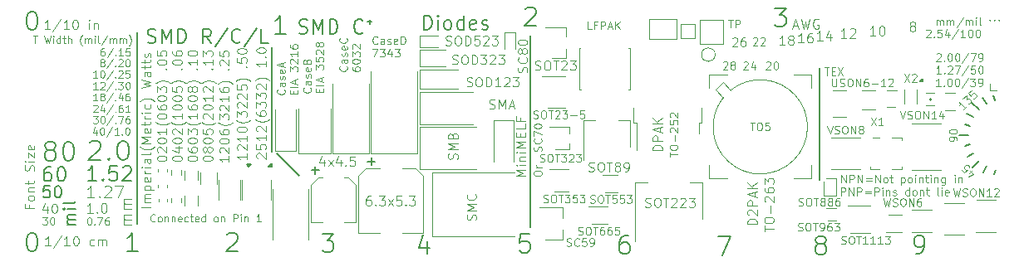
<source format=gbr>
%TF.GenerationSoftware,KiCad,Pcbnew,9.0.3*%
%TF.CreationDate,2025-07-15T00:18:28+02:00*%
%TF.ProjectId,PCB_Ruler,5043425f-5275-46c6-9572-2e6b69636164,rev?*%
%TF.SameCoordinates,Original*%
%TF.FileFunction,Legend,Top*%
%TF.FilePolarity,Positive*%
%FSLAX46Y46*%
G04 Gerber Fmt 4.6, Leading zero omitted, Abs format (unit mm)*
G04 Created by KiCad (PCBNEW 9.0.3) date 2025-07-15 00:18:28*
%MOMM*%
%LPD*%
G01*
G04 APERTURE LIST*
%ADD10C,0.150000*%
%ADD11C,0.100000*%
%ADD12C,0.101600*%
%ADD13C,0.120000*%
%ADD14C,0.152400*%
%ADD15C,0.160000*%
%ADD16C,0.203200*%
%ADD17C,0.200000*%
%ADD18C,0.127000*%
G04 APERTURE END LIST*
D10*
X122190000Y-115910000D02*
X122190000Y-96400000D01*
X168630000Y-103340000D02*
X168255000Y-102690480D01*
X169370590Y-102487038D02*
X169500000Y-102970000D01*
X167877106Y-103927106D02*
X167170000Y-103220000D01*
X167310000Y-104670000D02*
X166660480Y-104295000D01*
X166950000Y-105550000D02*
X166467038Y-105420590D01*
X169550000Y-110060000D02*
X169420590Y-110542962D01*
X168670000Y-109690000D02*
X168295000Y-110339520D01*
X167320000Y-108350000D02*
X166670480Y-108725000D01*
X167907106Y-109110000D02*
X167200000Y-109817106D01*
X166467038Y-107609410D02*
X166950000Y-107480000D01*
X151670000Y-111070000D02*
X151670000Y-99630000D01*
X95880000Y-108200000D02*
X95880000Y-97570000D01*
X106030000Y-94950000D02*
X105590000Y-94950000D01*
X98623955Y-110633955D02*
X96340000Y-108350000D01*
X166820000Y-106500000D02*
X165820000Y-106500000D01*
X82100000Y-115550000D02*
X82100000Y-96040000D01*
X95800000Y-109700000D02*
X95500000Y-109700000D01*
X95800000Y-109400000D01*
X95800000Y-109700000D01*
G36*
X95800000Y-109700000D02*
G01*
X95500000Y-109700000D01*
X95800000Y-109400000D01*
X95800000Y-109700000D01*
G37*
X162100000Y-101000000D02*
X161900000Y-101000000D01*
X162100000Y-100800000D01*
X162100000Y-101000000D01*
G36*
X162100000Y-101000000D02*
G01*
X161900000Y-101000000D01*
X162100000Y-100800000D01*
X162100000Y-101000000D01*
G37*
X105830000Y-95170000D02*
X105830000Y-94730000D01*
X93500000Y-109700000D02*
X93300000Y-109500000D01*
X93700000Y-109500000D01*
X93500000Y-109700000D01*
G36*
X93500000Y-109700000D02*
G01*
X93300000Y-109500000D01*
X93700000Y-109500000D01*
X93500000Y-109700000D01*
G37*
D11*
X148956265Y-95376704D02*
X149432455Y-95376704D01*
X148861027Y-95662419D02*
X149194360Y-94662419D01*
X149194360Y-94662419D02*
X149527693Y-95662419D01*
X149765789Y-94662419D02*
X150003884Y-95662419D01*
X150003884Y-95662419D02*
X150194360Y-94948133D01*
X150194360Y-94948133D02*
X150384836Y-95662419D01*
X150384836Y-95662419D02*
X150622932Y-94662419D01*
X151527693Y-94710038D02*
X151432455Y-94662419D01*
X151432455Y-94662419D02*
X151289598Y-94662419D01*
X151289598Y-94662419D02*
X151146741Y-94710038D01*
X151146741Y-94710038D02*
X151051503Y-94805276D01*
X151051503Y-94805276D02*
X151003884Y-94900514D01*
X151003884Y-94900514D02*
X150956265Y-95090990D01*
X150956265Y-95090990D02*
X150956265Y-95233847D01*
X150956265Y-95233847D02*
X151003884Y-95424323D01*
X151003884Y-95424323D02*
X151051503Y-95519561D01*
X151051503Y-95519561D02*
X151146741Y-95614800D01*
X151146741Y-95614800D02*
X151289598Y-95662419D01*
X151289598Y-95662419D02*
X151384836Y-95662419D01*
X151384836Y-95662419D02*
X151527693Y-95614800D01*
X151527693Y-95614800D02*
X151575312Y-95567180D01*
X151575312Y-95567180D02*
X151575312Y-95233847D01*
X151575312Y-95233847D02*
X151384836Y-95233847D01*
D12*
X151941152Y-96828735D02*
X151389609Y-96828735D01*
X151665381Y-96828735D02*
X151665381Y-95863535D01*
X151665381Y-95863535D02*
X151573457Y-96001421D01*
X151573457Y-96001421D02*
X151481533Y-96093345D01*
X151481533Y-96093345D02*
X151389609Y-96139307D01*
X152768466Y-96185269D02*
X152768466Y-96828735D01*
X152538657Y-95817574D02*
X152308847Y-96507002D01*
X152308847Y-96507002D02*
X152906352Y-96507002D01*
X154366152Y-96584985D02*
X153814609Y-96584985D01*
X154090381Y-96584985D02*
X154090381Y-95619785D01*
X154090381Y-95619785D02*
X153998457Y-95757671D01*
X153998457Y-95757671D02*
X153906533Y-95849595D01*
X153906533Y-95849595D02*
X153814609Y-95895557D01*
X154733847Y-95711709D02*
X154779809Y-95665747D01*
X154779809Y-95665747D02*
X154871733Y-95619785D01*
X154871733Y-95619785D02*
X155101542Y-95619785D01*
X155101542Y-95619785D02*
X155193466Y-95665747D01*
X155193466Y-95665747D02*
X155239428Y-95711709D01*
X155239428Y-95711709D02*
X155285390Y-95803633D01*
X155285390Y-95803633D02*
X155285390Y-95895557D01*
X155285390Y-95895557D02*
X155239428Y-96033443D01*
X155239428Y-96033443D02*
X154687885Y-96584985D01*
X154687885Y-96584985D02*
X155285390Y-96584985D01*
X157341152Y-96341235D02*
X156789609Y-96341235D01*
X157065381Y-96341235D02*
X157065381Y-95376035D01*
X157065381Y-95376035D02*
X156973457Y-95513921D01*
X156973457Y-95513921D02*
X156881533Y-95605845D01*
X156881533Y-95605845D02*
X156789609Y-95651807D01*
X157938657Y-95376035D02*
X158030580Y-95376035D01*
X158030580Y-95376035D02*
X158122504Y-95421997D01*
X158122504Y-95421997D02*
X158168466Y-95467959D01*
X158168466Y-95467959D02*
X158214428Y-95559883D01*
X158214428Y-95559883D02*
X158260390Y-95743731D01*
X158260390Y-95743731D02*
X158260390Y-95973540D01*
X158260390Y-95973540D02*
X158214428Y-96157388D01*
X158214428Y-96157388D02*
X158168466Y-96249312D01*
X158168466Y-96249312D02*
X158122504Y-96295274D01*
X158122504Y-96295274D02*
X158030580Y-96341235D01*
X158030580Y-96341235D02*
X157938657Y-96341235D01*
X157938657Y-96341235D02*
X157846733Y-96295274D01*
X157846733Y-96295274D02*
X157800771Y-96249312D01*
X157800771Y-96249312D02*
X157754809Y-96157388D01*
X157754809Y-96157388D02*
X157708847Y-95973540D01*
X157708847Y-95973540D02*
X157708847Y-95743731D01*
X157708847Y-95743731D02*
X157754809Y-95559883D01*
X157754809Y-95559883D02*
X157800771Y-95467959D01*
X157800771Y-95467959D02*
X157846733Y-95421997D01*
X157846733Y-95421997D02*
X157938657Y-95376035D01*
X161033076Y-95364693D02*
X160941152Y-95318731D01*
X160941152Y-95318731D02*
X160895190Y-95272769D01*
X160895190Y-95272769D02*
X160849228Y-95180845D01*
X160849228Y-95180845D02*
X160849228Y-95134883D01*
X160849228Y-95134883D02*
X160895190Y-95042959D01*
X160895190Y-95042959D02*
X160941152Y-94996997D01*
X160941152Y-94996997D02*
X161033076Y-94951035D01*
X161033076Y-94951035D02*
X161216923Y-94951035D01*
X161216923Y-94951035D02*
X161308847Y-94996997D01*
X161308847Y-94996997D02*
X161354809Y-95042959D01*
X161354809Y-95042959D02*
X161400771Y-95134883D01*
X161400771Y-95134883D02*
X161400771Y-95180845D01*
X161400771Y-95180845D02*
X161354809Y-95272769D01*
X161354809Y-95272769D02*
X161308847Y-95318731D01*
X161308847Y-95318731D02*
X161216923Y-95364693D01*
X161216923Y-95364693D02*
X161033076Y-95364693D01*
X161033076Y-95364693D02*
X160941152Y-95410654D01*
X160941152Y-95410654D02*
X160895190Y-95456616D01*
X160895190Y-95456616D02*
X160849228Y-95548540D01*
X160849228Y-95548540D02*
X160849228Y-95732388D01*
X160849228Y-95732388D02*
X160895190Y-95824312D01*
X160895190Y-95824312D02*
X160941152Y-95870274D01*
X160941152Y-95870274D02*
X161033076Y-95916235D01*
X161033076Y-95916235D02*
X161216923Y-95916235D01*
X161216923Y-95916235D02*
X161308847Y-95870274D01*
X161308847Y-95870274D02*
X161354809Y-95824312D01*
X161354809Y-95824312D02*
X161400771Y-95732388D01*
X161400771Y-95732388D02*
X161400771Y-95548540D01*
X161400771Y-95548540D02*
X161354809Y-95456616D01*
X161354809Y-95456616D02*
X161308847Y-95410654D01*
X161308847Y-95410654D02*
X161216923Y-95364693D01*
D11*
X77599193Y-114451819D02*
X77027765Y-114451819D01*
X77313479Y-114451819D02*
X77313479Y-113451819D01*
X77313479Y-113451819D02*
X77218241Y-113594676D01*
X77218241Y-113594676D02*
X77123003Y-113689914D01*
X77123003Y-113689914D02*
X77027765Y-113737533D01*
X78027765Y-114356580D02*
X78075384Y-114404200D01*
X78075384Y-114404200D02*
X78027765Y-114451819D01*
X78027765Y-114451819D02*
X77980146Y-114404200D01*
X77980146Y-114404200D02*
X78027765Y-114356580D01*
X78027765Y-114356580D02*
X78027765Y-114451819D01*
X78694431Y-113451819D02*
X78789669Y-113451819D01*
X78789669Y-113451819D02*
X78884907Y-113499438D01*
X78884907Y-113499438D02*
X78932526Y-113547057D01*
X78932526Y-113547057D02*
X78980145Y-113642295D01*
X78980145Y-113642295D02*
X79027764Y-113832771D01*
X79027764Y-113832771D02*
X79027764Y-114070866D01*
X79027764Y-114070866D02*
X78980145Y-114261342D01*
X78980145Y-114261342D02*
X78932526Y-114356580D01*
X78932526Y-114356580D02*
X78884907Y-114404200D01*
X78884907Y-114404200D02*
X78789669Y-114451819D01*
X78789669Y-114451819D02*
X78694431Y-114451819D01*
X78694431Y-114451819D02*
X78599193Y-114404200D01*
X78599193Y-114404200D02*
X78551574Y-114356580D01*
X78551574Y-114356580D02*
X78503955Y-114261342D01*
X78503955Y-114261342D02*
X78456336Y-114070866D01*
X78456336Y-114070866D02*
X78456336Y-113832771D01*
X78456336Y-113832771D02*
X78503955Y-113642295D01*
X78503955Y-113642295D02*
X78551574Y-113547057D01*
X78551574Y-113547057D02*
X78599193Y-113499438D01*
X78599193Y-113499438D02*
X78694431Y-113451819D01*
D13*
X77764732Y-112876902D02*
X77079018Y-112876902D01*
X77421875Y-112876902D02*
X77421875Y-111676902D01*
X77421875Y-111676902D02*
X77307589Y-111848331D01*
X77307589Y-111848331D02*
X77193304Y-111962617D01*
X77193304Y-111962617D02*
X77079018Y-112019760D01*
X78279018Y-112762617D02*
X78336161Y-112819760D01*
X78336161Y-112819760D02*
X78279018Y-112876902D01*
X78279018Y-112876902D02*
X78221875Y-112819760D01*
X78221875Y-112819760D02*
X78279018Y-112762617D01*
X78279018Y-112762617D02*
X78279018Y-112876902D01*
X78793304Y-111791188D02*
X78850447Y-111734045D01*
X78850447Y-111734045D02*
X78964733Y-111676902D01*
X78964733Y-111676902D02*
X79250447Y-111676902D01*
X79250447Y-111676902D02*
X79364733Y-111734045D01*
X79364733Y-111734045D02*
X79421875Y-111791188D01*
X79421875Y-111791188D02*
X79479018Y-111905474D01*
X79479018Y-111905474D02*
X79479018Y-112019760D01*
X79479018Y-112019760D02*
X79421875Y-112191188D01*
X79421875Y-112191188D02*
X78736161Y-112876902D01*
X78736161Y-112876902D02*
X79479018Y-112876902D01*
X79879018Y-111676902D02*
X80679018Y-111676902D01*
X80679018Y-111676902D02*
X80164732Y-112876902D01*
D10*
X77987641Y-111187628D02*
X77130498Y-111187628D01*
X77559069Y-111187628D02*
X77559069Y-109687628D01*
X77559069Y-109687628D02*
X77416212Y-109901914D01*
X77416212Y-109901914D02*
X77273355Y-110044771D01*
X77273355Y-110044771D02*
X77130498Y-110116200D01*
X78630497Y-111044771D02*
X78701926Y-111116200D01*
X78701926Y-111116200D02*
X78630497Y-111187628D01*
X78630497Y-111187628D02*
X78559069Y-111116200D01*
X78559069Y-111116200D02*
X78630497Y-111044771D01*
X78630497Y-111044771D02*
X78630497Y-111187628D01*
X80059069Y-109687628D02*
X79344783Y-109687628D01*
X79344783Y-109687628D02*
X79273355Y-110401914D01*
X79273355Y-110401914D02*
X79344783Y-110330485D01*
X79344783Y-110330485D02*
X79487641Y-110259057D01*
X79487641Y-110259057D02*
X79844783Y-110259057D01*
X79844783Y-110259057D02*
X79987641Y-110330485D01*
X79987641Y-110330485D02*
X80059069Y-110401914D01*
X80059069Y-110401914D02*
X80130498Y-110544771D01*
X80130498Y-110544771D02*
X80130498Y-110901914D01*
X80130498Y-110901914D02*
X80059069Y-111044771D01*
X80059069Y-111044771D02*
X79987641Y-111116200D01*
X79987641Y-111116200D02*
X79844783Y-111187628D01*
X79844783Y-111187628D02*
X79487641Y-111187628D01*
X79487641Y-111187628D02*
X79344783Y-111116200D01*
X79344783Y-111116200D02*
X79273355Y-111044771D01*
X80701926Y-109830485D02*
X80773354Y-109759057D01*
X80773354Y-109759057D02*
X80916212Y-109687628D01*
X80916212Y-109687628D02*
X81273354Y-109687628D01*
X81273354Y-109687628D02*
X81416212Y-109759057D01*
X81416212Y-109759057D02*
X81487640Y-109830485D01*
X81487640Y-109830485D02*
X81559069Y-109973342D01*
X81559069Y-109973342D02*
X81559069Y-110116200D01*
X81559069Y-110116200D02*
X81487640Y-110330485D01*
X81487640Y-110330485D02*
X80630497Y-111187628D01*
X80630497Y-111187628D02*
X81559069Y-111187628D01*
D14*
X83196034Y-97045949D02*
X83402863Y-97114891D01*
X83402863Y-97114891D02*
X83747577Y-97114891D01*
X83747577Y-97114891D02*
X83885463Y-97045949D01*
X83885463Y-97045949D02*
X83954405Y-96977006D01*
X83954405Y-96977006D02*
X84023348Y-96839120D01*
X84023348Y-96839120D02*
X84023348Y-96701234D01*
X84023348Y-96701234D02*
X83954405Y-96563349D01*
X83954405Y-96563349D02*
X83885463Y-96494406D01*
X83885463Y-96494406D02*
X83747577Y-96425463D01*
X83747577Y-96425463D02*
X83471805Y-96356520D01*
X83471805Y-96356520D02*
X83333920Y-96287577D01*
X83333920Y-96287577D02*
X83264977Y-96218634D01*
X83264977Y-96218634D02*
X83196034Y-96080749D01*
X83196034Y-96080749D02*
X83196034Y-95942863D01*
X83196034Y-95942863D02*
X83264977Y-95804977D01*
X83264977Y-95804977D02*
X83333920Y-95736034D01*
X83333920Y-95736034D02*
X83471805Y-95667091D01*
X83471805Y-95667091D02*
X83816520Y-95667091D01*
X83816520Y-95667091D02*
X84023348Y-95736034D01*
X84643834Y-97114891D02*
X84643834Y-95667091D01*
X84643834Y-95667091D02*
X85126434Y-96701234D01*
X85126434Y-96701234D02*
X85609034Y-95667091D01*
X85609034Y-95667091D02*
X85609034Y-97114891D01*
X86298463Y-97114891D02*
X86298463Y-95667091D01*
X86298463Y-95667091D02*
X86643177Y-95667091D01*
X86643177Y-95667091D02*
X86850006Y-95736034D01*
X86850006Y-95736034D02*
X86987891Y-95873920D01*
X86987891Y-95873920D02*
X87056834Y-96011806D01*
X87056834Y-96011806D02*
X87125777Y-96287577D01*
X87125777Y-96287577D02*
X87125777Y-96494406D01*
X87125777Y-96494406D02*
X87056834Y-96770177D01*
X87056834Y-96770177D02*
X86987891Y-96908063D01*
X86987891Y-96908063D02*
X86850006Y-97045949D01*
X86850006Y-97045949D02*
X86643177Y-97114891D01*
X86643177Y-97114891D02*
X86298463Y-97114891D01*
X89676663Y-97114891D02*
X89194063Y-96425463D01*
X88849349Y-97114891D02*
X88849349Y-95667091D01*
X88849349Y-95667091D02*
X89400892Y-95667091D01*
X89400892Y-95667091D02*
X89538777Y-95736034D01*
X89538777Y-95736034D02*
X89607720Y-95804977D01*
X89607720Y-95804977D02*
X89676663Y-95942863D01*
X89676663Y-95942863D02*
X89676663Y-96149691D01*
X89676663Y-96149691D02*
X89607720Y-96287577D01*
X89607720Y-96287577D02*
X89538777Y-96356520D01*
X89538777Y-96356520D02*
X89400892Y-96425463D01*
X89400892Y-96425463D02*
X88849349Y-96425463D01*
X91331292Y-95598149D02*
X90090320Y-97459606D01*
X92641206Y-96977006D02*
X92572263Y-97045949D01*
X92572263Y-97045949D02*
X92365435Y-97114891D01*
X92365435Y-97114891D02*
X92227549Y-97114891D01*
X92227549Y-97114891D02*
X92020720Y-97045949D01*
X92020720Y-97045949D02*
X91882835Y-96908063D01*
X91882835Y-96908063D02*
X91813892Y-96770177D01*
X91813892Y-96770177D02*
X91744949Y-96494406D01*
X91744949Y-96494406D02*
X91744949Y-96287577D01*
X91744949Y-96287577D02*
X91813892Y-96011806D01*
X91813892Y-96011806D02*
X91882835Y-95873920D01*
X91882835Y-95873920D02*
X92020720Y-95736034D01*
X92020720Y-95736034D02*
X92227549Y-95667091D01*
X92227549Y-95667091D02*
X92365435Y-95667091D01*
X92365435Y-95667091D02*
X92572263Y-95736034D01*
X92572263Y-95736034D02*
X92641206Y-95804977D01*
X94295835Y-95598149D02*
X93054863Y-97459606D01*
X95467863Y-97114891D02*
X94778435Y-97114891D01*
X94778435Y-97114891D02*
X94778435Y-95667091D01*
D15*
X71339548Y-93879156D02*
X71520501Y-93879156D01*
X71520501Y-93879156D02*
X71701453Y-93969632D01*
X71701453Y-93969632D02*
X71791929Y-94060108D01*
X71791929Y-94060108D02*
X71882405Y-94241060D01*
X71882405Y-94241060D02*
X71972882Y-94602965D01*
X71972882Y-94602965D02*
X71972882Y-95055346D01*
X71972882Y-95055346D02*
X71882405Y-95417251D01*
X71882405Y-95417251D02*
X71791929Y-95598203D01*
X71791929Y-95598203D02*
X71701453Y-95688680D01*
X71701453Y-95688680D02*
X71520501Y-95779156D01*
X71520501Y-95779156D02*
X71339548Y-95779156D01*
X71339548Y-95779156D02*
X71158596Y-95688680D01*
X71158596Y-95688680D02*
X71068120Y-95598203D01*
X71068120Y-95598203D02*
X70977643Y-95417251D01*
X70977643Y-95417251D02*
X70887167Y-95055346D01*
X70887167Y-95055346D02*
X70887167Y-94602965D01*
X70887167Y-94602965D02*
X70977643Y-94241060D01*
X70977643Y-94241060D02*
X71068120Y-94060108D01*
X71068120Y-94060108D02*
X71158596Y-93969632D01*
X71158596Y-93969632D02*
X71339548Y-93879156D01*
D12*
X133870689Y-113840632D02*
X134008575Y-113886593D01*
X134008575Y-113886593D02*
X134238384Y-113886593D01*
X134238384Y-113886593D02*
X134330308Y-113840632D01*
X134330308Y-113840632D02*
X134376270Y-113794670D01*
X134376270Y-113794670D02*
X134422232Y-113702746D01*
X134422232Y-113702746D02*
X134422232Y-113610822D01*
X134422232Y-113610822D02*
X134376270Y-113518898D01*
X134376270Y-113518898D02*
X134330308Y-113472936D01*
X134330308Y-113472936D02*
X134238384Y-113426974D01*
X134238384Y-113426974D02*
X134054537Y-113381012D01*
X134054537Y-113381012D02*
X133962613Y-113335051D01*
X133962613Y-113335051D02*
X133916651Y-113289089D01*
X133916651Y-113289089D02*
X133870689Y-113197165D01*
X133870689Y-113197165D02*
X133870689Y-113105241D01*
X133870689Y-113105241D02*
X133916651Y-113013317D01*
X133916651Y-113013317D02*
X133962613Y-112967355D01*
X133962613Y-112967355D02*
X134054537Y-112921393D01*
X134054537Y-112921393D02*
X134284346Y-112921393D01*
X134284346Y-112921393D02*
X134422232Y-112967355D01*
X135019737Y-112921393D02*
X135203584Y-112921393D01*
X135203584Y-112921393D02*
X135295508Y-112967355D01*
X135295508Y-112967355D02*
X135387432Y-113059279D01*
X135387432Y-113059279D02*
X135433394Y-113243127D01*
X135433394Y-113243127D02*
X135433394Y-113564860D01*
X135433394Y-113564860D02*
X135387432Y-113748708D01*
X135387432Y-113748708D02*
X135295508Y-113840632D01*
X135295508Y-113840632D02*
X135203584Y-113886593D01*
X135203584Y-113886593D02*
X135019737Y-113886593D01*
X135019737Y-113886593D02*
X134927813Y-113840632D01*
X134927813Y-113840632D02*
X134835889Y-113748708D01*
X134835889Y-113748708D02*
X134789927Y-113564860D01*
X134789927Y-113564860D02*
X134789927Y-113243127D01*
X134789927Y-113243127D02*
X134835889Y-113059279D01*
X134835889Y-113059279D02*
X134927813Y-112967355D01*
X134927813Y-112967355D02*
X135019737Y-112921393D01*
X135709165Y-112921393D02*
X136260708Y-112921393D01*
X135984937Y-113886593D02*
X135984937Y-112921393D01*
X136536479Y-113013317D02*
X136582441Y-112967355D01*
X136582441Y-112967355D02*
X136674365Y-112921393D01*
X136674365Y-112921393D02*
X136904174Y-112921393D01*
X136904174Y-112921393D02*
X136996098Y-112967355D01*
X136996098Y-112967355D02*
X137042060Y-113013317D01*
X137042060Y-113013317D02*
X137088022Y-113105241D01*
X137088022Y-113105241D02*
X137088022Y-113197165D01*
X137088022Y-113197165D02*
X137042060Y-113335051D01*
X137042060Y-113335051D02*
X136490517Y-113886593D01*
X136490517Y-113886593D02*
X137088022Y-113886593D01*
X137455717Y-113013317D02*
X137501679Y-112967355D01*
X137501679Y-112967355D02*
X137593603Y-112921393D01*
X137593603Y-112921393D02*
X137823412Y-112921393D01*
X137823412Y-112921393D02*
X137915336Y-112967355D01*
X137915336Y-112967355D02*
X137961298Y-113013317D01*
X137961298Y-113013317D02*
X138007260Y-113105241D01*
X138007260Y-113105241D02*
X138007260Y-113197165D01*
X138007260Y-113197165D02*
X137961298Y-113335051D01*
X137961298Y-113335051D02*
X137409755Y-113886593D01*
X137409755Y-113886593D02*
X138007260Y-113886593D01*
X138328993Y-112921393D02*
X138926498Y-112921393D01*
X138926498Y-112921393D02*
X138604765Y-113289089D01*
X138604765Y-113289089D02*
X138742650Y-113289089D01*
X138742650Y-113289089D02*
X138834574Y-113335051D01*
X138834574Y-113335051D02*
X138880536Y-113381012D01*
X138880536Y-113381012D02*
X138926498Y-113472936D01*
X138926498Y-113472936D02*
X138926498Y-113702746D01*
X138926498Y-113702746D02*
X138880536Y-113794670D01*
X138880536Y-113794670D02*
X138834574Y-113840632D01*
X138834574Y-113840632D02*
X138742650Y-113886593D01*
X138742650Y-113886593D02*
X138466879Y-113886593D01*
X138466879Y-113886593D02*
X138374955Y-113840632D01*
X138374955Y-113840632D02*
X138328993Y-113794670D01*
X145276593Y-115603348D02*
X144311393Y-115603348D01*
X144311393Y-115603348D02*
X144311393Y-115373538D01*
X144311393Y-115373538D02*
X144357355Y-115235653D01*
X144357355Y-115235653D02*
X144449279Y-115143729D01*
X144449279Y-115143729D02*
X144541203Y-115097767D01*
X144541203Y-115097767D02*
X144725051Y-115051805D01*
X144725051Y-115051805D02*
X144862936Y-115051805D01*
X144862936Y-115051805D02*
X145046784Y-115097767D01*
X145046784Y-115097767D02*
X145138708Y-115143729D01*
X145138708Y-115143729D02*
X145230632Y-115235653D01*
X145230632Y-115235653D02*
X145276593Y-115373538D01*
X145276593Y-115373538D02*
X145276593Y-115603348D01*
X144403317Y-114684110D02*
X144357355Y-114638148D01*
X144357355Y-114638148D02*
X144311393Y-114546224D01*
X144311393Y-114546224D02*
X144311393Y-114316415D01*
X144311393Y-114316415D02*
X144357355Y-114224491D01*
X144357355Y-114224491D02*
X144403317Y-114178529D01*
X144403317Y-114178529D02*
X144495241Y-114132567D01*
X144495241Y-114132567D02*
X144587165Y-114132567D01*
X144587165Y-114132567D02*
X144725051Y-114178529D01*
X144725051Y-114178529D02*
X145276593Y-114730072D01*
X145276593Y-114730072D02*
X145276593Y-114132567D01*
X145276593Y-113718910D02*
X144311393Y-113718910D01*
X144311393Y-113718910D02*
X144311393Y-113351215D01*
X144311393Y-113351215D02*
X144357355Y-113259291D01*
X144357355Y-113259291D02*
X144403317Y-113213329D01*
X144403317Y-113213329D02*
X144495241Y-113167367D01*
X144495241Y-113167367D02*
X144633127Y-113167367D01*
X144633127Y-113167367D02*
X144725051Y-113213329D01*
X144725051Y-113213329D02*
X144771012Y-113259291D01*
X144771012Y-113259291D02*
X144816974Y-113351215D01*
X144816974Y-113351215D02*
X144816974Y-113718910D01*
X145000822Y-112799672D02*
X145000822Y-112340053D01*
X145276593Y-112891596D02*
X144311393Y-112569862D01*
X144311393Y-112569862D02*
X145276593Y-112248129D01*
X145276593Y-111926396D02*
X144311393Y-111926396D01*
X145276593Y-111374853D02*
X144725051Y-111788510D01*
X144311393Y-111374853D02*
X144862936Y-111926396D01*
X135626593Y-108073348D02*
X134661393Y-108073348D01*
X134661393Y-108073348D02*
X134661393Y-107843538D01*
X134661393Y-107843538D02*
X134707355Y-107705653D01*
X134707355Y-107705653D02*
X134799279Y-107613729D01*
X134799279Y-107613729D02*
X134891203Y-107567767D01*
X134891203Y-107567767D02*
X135075051Y-107521805D01*
X135075051Y-107521805D02*
X135212936Y-107521805D01*
X135212936Y-107521805D02*
X135396784Y-107567767D01*
X135396784Y-107567767D02*
X135488708Y-107613729D01*
X135488708Y-107613729D02*
X135580632Y-107705653D01*
X135580632Y-107705653D02*
X135626593Y-107843538D01*
X135626593Y-107843538D02*
X135626593Y-108073348D01*
X135626593Y-107108148D02*
X134661393Y-107108148D01*
X134661393Y-107108148D02*
X134661393Y-106740453D01*
X134661393Y-106740453D02*
X134707355Y-106648529D01*
X134707355Y-106648529D02*
X134753317Y-106602567D01*
X134753317Y-106602567D02*
X134845241Y-106556605D01*
X134845241Y-106556605D02*
X134983127Y-106556605D01*
X134983127Y-106556605D02*
X135075051Y-106602567D01*
X135075051Y-106602567D02*
X135121012Y-106648529D01*
X135121012Y-106648529D02*
X135166974Y-106740453D01*
X135166974Y-106740453D02*
X135166974Y-107108148D01*
X135350822Y-106188910D02*
X135350822Y-105729291D01*
X135626593Y-106280834D02*
X134661393Y-105959100D01*
X134661393Y-105959100D02*
X135626593Y-105637367D01*
X135626593Y-105315634D02*
X134661393Y-105315634D01*
X135626593Y-104764091D02*
X135075051Y-105177748D01*
X134661393Y-104764091D02*
X135212936Y-105315634D01*
D15*
X147036691Y-93539156D02*
X148212882Y-93539156D01*
X148212882Y-93539156D02*
X147579548Y-94262965D01*
X147579548Y-94262965D02*
X147850977Y-94262965D01*
X147850977Y-94262965D02*
X148031929Y-94353441D01*
X148031929Y-94353441D02*
X148122405Y-94443918D01*
X148122405Y-94443918D02*
X148212882Y-94624870D01*
X148212882Y-94624870D02*
X148212882Y-95077251D01*
X148212882Y-95077251D02*
X148122405Y-95258203D01*
X148122405Y-95258203D02*
X148031929Y-95348680D01*
X148031929Y-95348680D02*
X147850977Y-95439156D01*
X147850977Y-95439156D02*
X147308120Y-95439156D01*
X147308120Y-95439156D02*
X147127167Y-95348680D01*
X147127167Y-95348680D02*
X147036691Y-95258203D01*
X141270491Y-116858156D02*
X142537158Y-116858156D01*
X142537158Y-116858156D02*
X141722872Y-118758156D01*
X132156529Y-116756556D02*
X131794624Y-116756556D01*
X131794624Y-116756556D02*
X131613672Y-116847032D01*
X131613672Y-116847032D02*
X131523196Y-116937508D01*
X131523196Y-116937508D02*
X131342243Y-117208937D01*
X131342243Y-117208937D02*
X131251767Y-117570841D01*
X131251767Y-117570841D02*
X131251767Y-118294651D01*
X131251767Y-118294651D02*
X131342243Y-118475603D01*
X131342243Y-118475603D02*
X131432720Y-118566080D01*
X131432720Y-118566080D02*
X131613672Y-118656556D01*
X131613672Y-118656556D02*
X131975577Y-118656556D01*
X131975577Y-118656556D02*
X132156529Y-118566080D01*
X132156529Y-118566080D02*
X132247005Y-118475603D01*
X132247005Y-118475603D02*
X132337482Y-118294651D01*
X132337482Y-118294651D02*
X132337482Y-117842270D01*
X132337482Y-117842270D02*
X132247005Y-117661318D01*
X132247005Y-117661318D02*
X132156529Y-117570841D01*
X132156529Y-117570841D02*
X131975577Y-117480365D01*
X131975577Y-117480365D02*
X131613672Y-117480365D01*
X131613672Y-117480365D02*
X131432720Y-117570841D01*
X131432720Y-117570841D02*
X131342243Y-117661318D01*
X131342243Y-117661318D02*
X131251767Y-117842270D01*
D12*
X73310035Y-117805877D02*
X72758492Y-117805877D01*
X73034264Y-117805877D02*
X73034264Y-116840677D01*
X73034264Y-116840677D02*
X72942340Y-116978563D01*
X72942340Y-116978563D02*
X72850416Y-117070487D01*
X72850416Y-117070487D02*
X72758492Y-117116449D01*
X74413121Y-116794716D02*
X73585806Y-118035687D01*
X75240435Y-117805877D02*
X74688892Y-117805877D01*
X74964664Y-117805877D02*
X74964664Y-116840677D01*
X74964664Y-116840677D02*
X74872740Y-116978563D01*
X74872740Y-116978563D02*
X74780816Y-117070487D01*
X74780816Y-117070487D02*
X74688892Y-117116449D01*
X75837940Y-116840677D02*
X75929863Y-116840677D01*
X75929863Y-116840677D02*
X76021787Y-116886639D01*
X76021787Y-116886639D02*
X76067749Y-116932601D01*
X76067749Y-116932601D02*
X76113711Y-117024525D01*
X76113711Y-117024525D02*
X76159673Y-117208373D01*
X76159673Y-117208373D02*
X76159673Y-117438182D01*
X76159673Y-117438182D02*
X76113711Y-117622030D01*
X76113711Y-117622030D02*
X76067749Y-117713954D01*
X76067749Y-117713954D02*
X76021787Y-117759916D01*
X76021787Y-117759916D02*
X75929863Y-117805877D01*
X75929863Y-117805877D02*
X75837940Y-117805877D01*
X75837940Y-117805877D02*
X75746016Y-117759916D01*
X75746016Y-117759916D02*
X75700054Y-117713954D01*
X75700054Y-117713954D02*
X75654092Y-117622030D01*
X75654092Y-117622030D02*
X75608130Y-117438182D01*
X75608130Y-117438182D02*
X75608130Y-117208373D01*
X75608130Y-117208373D02*
X75654092Y-117024525D01*
X75654092Y-117024525D02*
X75700054Y-116932601D01*
X75700054Y-116932601D02*
X75746016Y-116886639D01*
X75746016Y-116886639D02*
X75837940Y-116840677D01*
X77722377Y-117759916D02*
X77630453Y-117805877D01*
X77630453Y-117805877D02*
X77446606Y-117805877D01*
X77446606Y-117805877D02*
X77354682Y-117759916D01*
X77354682Y-117759916D02*
X77308720Y-117713954D01*
X77308720Y-117713954D02*
X77262758Y-117622030D01*
X77262758Y-117622030D02*
X77262758Y-117346258D01*
X77262758Y-117346258D02*
X77308720Y-117254335D01*
X77308720Y-117254335D02*
X77354682Y-117208373D01*
X77354682Y-117208373D02*
X77446606Y-117162411D01*
X77446606Y-117162411D02*
X77630453Y-117162411D01*
X77630453Y-117162411D02*
X77722377Y-117208373D01*
X78136034Y-117805877D02*
X78136034Y-117162411D01*
X78136034Y-117254335D02*
X78181996Y-117208373D01*
X78181996Y-117208373D02*
X78273920Y-117162411D01*
X78273920Y-117162411D02*
X78411805Y-117162411D01*
X78411805Y-117162411D02*
X78503729Y-117208373D01*
X78503729Y-117208373D02*
X78549691Y-117300296D01*
X78549691Y-117300296D02*
X78549691Y-117805877D01*
X78549691Y-117300296D02*
X78595653Y-117208373D01*
X78595653Y-117208373D02*
X78687577Y-117162411D01*
X78687577Y-117162411D02*
X78825463Y-117162411D01*
X78825463Y-117162411D02*
X78917386Y-117208373D01*
X78917386Y-117208373D02*
X78963348Y-117300296D01*
X78963348Y-117300296D02*
X78963348Y-117805877D01*
D14*
X111324977Y-95744891D02*
X111324977Y-94297091D01*
X111324977Y-94297091D02*
X111669691Y-94297091D01*
X111669691Y-94297091D02*
X111876520Y-94366034D01*
X111876520Y-94366034D02*
X112014405Y-94503920D01*
X112014405Y-94503920D02*
X112083348Y-94641806D01*
X112083348Y-94641806D02*
X112152291Y-94917577D01*
X112152291Y-94917577D02*
X112152291Y-95124406D01*
X112152291Y-95124406D02*
X112083348Y-95400177D01*
X112083348Y-95400177D02*
X112014405Y-95538063D01*
X112014405Y-95538063D02*
X111876520Y-95675949D01*
X111876520Y-95675949D02*
X111669691Y-95744891D01*
X111669691Y-95744891D02*
X111324977Y-95744891D01*
X112772777Y-95744891D02*
X112772777Y-94779691D01*
X112772777Y-94297091D02*
X112703834Y-94366034D01*
X112703834Y-94366034D02*
X112772777Y-94434977D01*
X112772777Y-94434977D02*
X112841720Y-94366034D01*
X112841720Y-94366034D02*
X112772777Y-94297091D01*
X112772777Y-94297091D02*
X112772777Y-94434977D01*
X113669034Y-95744891D02*
X113531149Y-95675949D01*
X113531149Y-95675949D02*
X113462206Y-95607006D01*
X113462206Y-95607006D02*
X113393263Y-95469120D01*
X113393263Y-95469120D02*
X113393263Y-95055463D01*
X113393263Y-95055463D02*
X113462206Y-94917577D01*
X113462206Y-94917577D02*
X113531149Y-94848634D01*
X113531149Y-94848634D02*
X113669034Y-94779691D01*
X113669034Y-94779691D02*
X113875863Y-94779691D01*
X113875863Y-94779691D02*
X114013749Y-94848634D01*
X114013749Y-94848634D02*
X114082692Y-94917577D01*
X114082692Y-94917577D02*
X114151634Y-95055463D01*
X114151634Y-95055463D02*
X114151634Y-95469120D01*
X114151634Y-95469120D02*
X114082692Y-95607006D01*
X114082692Y-95607006D02*
X114013749Y-95675949D01*
X114013749Y-95675949D02*
X113875863Y-95744891D01*
X113875863Y-95744891D02*
X113669034Y-95744891D01*
X115392606Y-95744891D02*
X115392606Y-94297091D01*
X115392606Y-95675949D02*
X115254720Y-95744891D01*
X115254720Y-95744891D02*
X114978948Y-95744891D01*
X114978948Y-95744891D02*
X114841063Y-95675949D01*
X114841063Y-95675949D02*
X114772120Y-95607006D01*
X114772120Y-95607006D02*
X114703177Y-95469120D01*
X114703177Y-95469120D02*
X114703177Y-95055463D01*
X114703177Y-95055463D02*
X114772120Y-94917577D01*
X114772120Y-94917577D02*
X114841063Y-94848634D01*
X114841063Y-94848634D02*
X114978948Y-94779691D01*
X114978948Y-94779691D02*
X115254720Y-94779691D01*
X115254720Y-94779691D02*
X115392606Y-94848634D01*
X116633577Y-95675949D02*
X116495691Y-95744891D01*
X116495691Y-95744891D02*
X116219920Y-95744891D01*
X116219920Y-95744891D02*
X116082034Y-95675949D01*
X116082034Y-95675949D02*
X116013091Y-95538063D01*
X116013091Y-95538063D02*
X116013091Y-94986520D01*
X116013091Y-94986520D02*
X116082034Y-94848634D01*
X116082034Y-94848634D02*
X116219920Y-94779691D01*
X116219920Y-94779691D02*
X116495691Y-94779691D01*
X116495691Y-94779691D02*
X116633577Y-94848634D01*
X116633577Y-94848634D02*
X116702520Y-94986520D01*
X116702520Y-94986520D02*
X116702520Y-95124406D01*
X116702520Y-95124406D02*
X116013091Y-95262291D01*
X117254062Y-95675949D02*
X117391948Y-95744891D01*
X117391948Y-95744891D02*
X117667719Y-95744891D01*
X117667719Y-95744891D02*
X117805605Y-95675949D01*
X117805605Y-95675949D02*
X117874548Y-95538063D01*
X117874548Y-95538063D02*
X117874548Y-95469120D01*
X117874548Y-95469120D02*
X117805605Y-95331234D01*
X117805605Y-95331234D02*
X117667719Y-95262291D01*
X117667719Y-95262291D02*
X117460891Y-95262291D01*
X117460891Y-95262291D02*
X117323005Y-95193349D01*
X117323005Y-95193349D02*
X117254062Y-95055463D01*
X117254062Y-95055463D02*
X117254062Y-94986520D01*
X117254062Y-94986520D02*
X117323005Y-94848634D01*
X117323005Y-94848634D02*
X117460891Y-94779691D01*
X117460891Y-94779691D02*
X117667719Y-94779691D01*
X117667719Y-94779691D02*
X117805605Y-94848634D01*
D12*
X121696593Y-110703348D02*
X120731393Y-110703348D01*
X120731393Y-110703348D02*
X121420822Y-110381615D01*
X121420822Y-110381615D02*
X120731393Y-110059881D01*
X120731393Y-110059881D02*
X121696593Y-110059881D01*
X121696593Y-109600262D02*
X121053127Y-109600262D01*
X120731393Y-109600262D02*
X120777355Y-109646224D01*
X120777355Y-109646224D02*
X120823317Y-109600262D01*
X120823317Y-109600262D02*
X120777355Y-109554300D01*
X120777355Y-109554300D02*
X120731393Y-109600262D01*
X120731393Y-109600262D02*
X120823317Y-109600262D01*
X121053127Y-109140643D02*
X121696593Y-109140643D01*
X121145051Y-109140643D02*
X121099089Y-109094681D01*
X121099089Y-109094681D02*
X121053127Y-109002757D01*
X121053127Y-109002757D02*
X121053127Y-108864872D01*
X121053127Y-108864872D02*
X121099089Y-108772948D01*
X121099089Y-108772948D02*
X121191012Y-108726986D01*
X121191012Y-108726986D02*
X121696593Y-108726986D01*
X121696593Y-108267367D02*
X121053127Y-108267367D01*
X120731393Y-108267367D02*
X120777355Y-108313329D01*
X120777355Y-108313329D02*
X120823317Y-108267367D01*
X120823317Y-108267367D02*
X120777355Y-108221405D01*
X120777355Y-108221405D02*
X120731393Y-108267367D01*
X120731393Y-108267367D02*
X120823317Y-108267367D01*
X121696593Y-107807748D02*
X120731393Y-107807748D01*
X120731393Y-107807748D02*
X121420822Y-107486015D01*
X121420822Y-107486015D02*
X120731393Y-107164281D01*
X120731393Y-107164281D02*
X121696593Y-107164281D01*
X121191012Y-106704662D02*
X121191012Y-106382929D01*
X121696593Y-106245043D02*
X121696593Y-106704662D01*
X121696593Y-106704662D02*
X120731393Y-106704662D01*
X120731393Y-106704662D02*
X120731393Y-106245043D01*
X121696593Y-105371767D02*
X121696593Y-105831386D01*
X121696593Y-105831386D02*
X120731393Y-105831386D01*
X121191012Y-104728301D02*
X121191012Y-105050034D01*
X121696593Y-105050034D02*
X120731393Y-105050034D01*
X120731393Y-105050034D02*
X120731393Y-104590415D01*
X114720632Y-108959310D02*
X114766593Y-108821424D01*
X114766593Y-108821424D02*
X114766593Y-108591615D01*
X114766593Y-108591615D02*
X114720632Y-108499691D01*
X114720632Y-108499691D02*
X114674670Y-108453729D01*
X114674670Y-108453729D02*
X114582746Y-108407767D01*
X114582746Y-108407767D02*
X114490822Y-108407767D01*
X114490822Y-108407767D02*
X114398898Y-108453729D01*
X114398898Y-108453729D02*
X114352936Y-108499691D01*
X114352936Y-108499691D02*
X114306974Y-108591615D01*
X114306974Y-108591615D02*
X114261012Y-108775462D01*
X114261012Y-108775462D02*
X114215051Y-108867386D01*
X114215051Y-108867386D02*
X114169089Y-108913348D01*
X114169089Y-108913348D02*
X114077165Y-108959310D01*
X114077165Y-108959310D02*
X113985241Y-108959310D01*
X113985241Y-108959310D02*
X113893317Y-108913348D01*
X113893317Y-108913348D02*
X113847355Y-108867386D01*
X113847355Y-108867386D02*
X113801393Y-108775462D01*
X113801393Y-108775462D02*
X113801393Y-108545653D01*
X113801393Y-108545653D02*
X113847355Y-108407767D01*
X114766593Y-107994110D02*
X113801393Y-107994110D01*
X113801393Y-107994110D02*
X114490822Y-107672377D01*
X114490822Y-107672377D02*
X113801393Y-107350643D01*
X113801393Y-107350643D02*
X114766593Y-107350643D01*
X114261012Y-106569291D02*
X114306974Y-106431405D01*
X114306974Y-106431405D02*
X114352936Y-106385443D01*
X114352936Y-106385443D02*
X114444860Y-106339481D01*
X114444860Y-106339481D02*
X114582746Y-106339481D01*
X114582746Y-106339481D02*
X114674670Y-106385443D01*
X114674670Y-106385443D02*
X114720632Y-106431405D01*
X114720632Y-106431405D02*
X114766593Y-106523329D01*
X114766593Y-106523329D02*
X114766593Y-106891024D01*
X114766593Y-106891024D02*
X113801393Y-106891024D01*
X113801393Y-106891024D02*
X113801393Y-106569291D01*
X113801393Y-106569291D02*
X113847355Y-106477367D01*
X113847355Y-106477367D02*
X113893317Y-106431405D01*
X113893317Y-106431405D02*
X113985241Y-106385443D01*
X113985241Y-106385443D02*
X114077165Y-106385443D01*
X114077165Y-106385443D02*
X114169089Y-106431405D01*
X114169089Y-106431405D02*
X114215051Y-106477367D01*
X114215051Y-106477367D02*
X114261012Y-106569291D01*
X114261012Y-106569291D02*
X114261012Y-106891024D01*
X168984110Y-94713954D02*
X169030072Y-94759916D01*
X169030072Y-94759916D02*
X168984110Y-94805877D01*
X168984110Y-94805877D02*
X168938148Y-94759916D01*
X168938148Y-94759916D02*
X168984110Y-94713954D01*
X168984110Y-94713954D02*
X168984110Y-94805877D01*
X169443729Y-94713954D02*
X169489691Y-94759916D01*
X169489691Y-94759916D02*
X169443729Y-94805877D01*
X169443729Y-94805877D02*
X169397767Y-94759916D01*
X169397767Y-94759916D02*
X169443729Y-94713954D01*
X169443729Y-94713954D02*
X169443729Y-94805877D01*
X169903348Y-94713954D02*
X169949310Y-94759916D01*
X169949310Y-94759916D02*
X169903348Y-94805877D01*
X169903348Y-94805877D02*
X169857386Y-94759916D01*
X169857386Y-94759916D02*
X169903348Y-94713954D01*
X169903348Y-94713954D02*
X169903348Y-94805877D01*
X122670689Y-99820632D02*
X122808575Y-99866593D01*
X122808575Y-99866593D02*
X123038384Y-99866593D01*
X123038384Y-99866593D02*
X123130308Y-99820632D01*
X123130308Y-99820632D02*
X123176270Y-99774670D01*
X123176270Y-99774670D02*
X123222232Y-99682746D01*
X123222232Y-99682746D02*
X123222232Y-99590822D01*
X123222232Y-99590822D02*
X123176270Y-99498898D01*
X123176270Y-99498898D02*
X123130308Y-99452936D01*
X123130308Y-99452936D02*
X123038384Y-99406974D01*
X123038384Y-99406974D02*
X122854537Y-99361012D01*
X122854537Y-99361012D02*
X122762613Y-99315051D01*
X122762613Y-99315051D02*
X122716651Y-99269089D01*
X122716651Y-99269089D02*
X122670689Y-99177165D01*
X122670689Y-99177165D02*
X122670689Y-99085241D01*
X122670689Y-99085241D02*
X122716651Y-98993317D01*
X122716651Y-98993317D02*
X122762613Y-98947355D01*
X122762613Y-98947355D02*
X122854537Y-98901393D01*
X122854537Y-98901393D02*
X123084346Y-98901393D01*
X123084346Y-98901393D02*
X123222232Y-98947355D01*
X123819737Y-98901393D02*
X124003584Y-98901393D01*
X124003584Y-98901393D02*
X124095508Y-98947355D01*
X124095508Y-98947355D02*
X124187432Y-99039279D01*
X124187432Y-99039279D02*
X124233394Y-99223127D01*
X124233394Y-99223127D02*
X124233394Y-99544860D01*
X124233394Y-99544860D02*
X124187432Y-99728708D01*
X124187432Y-99728708D02*
X124095508Y-99820632D01*
X124095508Y-99820632D02*
X124003584Y-99866593D01*
X124003584Y-99866593D02*
X123819737Y-99866593D01*
X123819737Y-99866593D02*
X123727813Y-99820632D01*
X123727813Y-99820632D02*
X123635889Y-99728708D01*
X123635889Y-99728708D02*
X123589927Y-99544860D01*
X123589927Y-99544860D02*
X123589927Y-99223127D01*
X123589927Y-99223127D02*
X123635889Y-99039279D01*
X123635889Y-99039279D02*
X123727813Y-98947355D01*
X123727813Y-98947355D02*
X123819737Y-98901393D01*
X124509165Y-98901393D02*
X125060708Y-98901393D01*
X124784937Y-99866593D02*
X124784937Y-98901393D01*
X125336479Y-98993317D02*
X125382441Y-98947355D01*
X125382441Y-98947355D02*
X125474365Y-98901393D01*
X125474365Y-98901393D02*
X125704174Y-98901393D01*
X125704174Y-98901393D02*
X125796098Y-98947355D01*
X125796098Y-98947355D02*
X125842060Y-98993317D01*
X125842060Y-98993317D02*
X125888022Y-99085241D01*
X125888022Y-99085241D02*
X125888022Y-99177165D01*
X125888022Y-99177165D02*
X125842060Y-99315051D01*
X125842060Y-99315051D02*
X125290517Y-99866593D01*
X125290517Y-99866593D02*
X125888022Y-99866593D01*
X126209755Y-98901393D02*
X126807260Y-98901393D01*
X126807260Y-98901393D02*
X126485527Y-99269089D01*
X126485527Y-99269089D02*
X126623412Y-99269089D01*
X126623412Y-99269089D02*
X126715336Y-99315051D01*
X126715336Y-99315051D02*
X126761298Y-99361012D01*
X126761298Y-99361012D02*
X126807260Y-99452936D01*
X126807260Y-99452936D02*
X126807260Y-99682746D01*
X126807260Y-99682746D02*
X126761298Y-99774670D01*
X126761298Y-99774670D02*
X126715336Y-99820632D01*
X126715336Y-99820632D02*
X126623412Y-99866593D01*
X126623412Y-99866593D02*
X126347641Y-99866593D01*
X126347641Y-99866593D02*
X126255717Y-99820632D01*
X126255717Y-99820632D02*
X126209755Y-99774670D01*
D16*
X73096374Y-108017103D02*
X72912526Y-107925179D01*
X72912526Y-107925179D02*
X72820603Y-107833255D01*
X72820603Y-107833255D02*
X72728679Y-107649407D01*
X72728679Y-107649407D02*
X72728679Y-107557484D01*
X72728679Y-107557484D02*
X72820603Y-107373636D01*
X72820603Y-107373636D02*
X72912526Y-107281712D01*
X72912526Y-107281712D02*
X73096374Y-107189788D01*
X73096374Y-107189788D02*
X73464069Y-107189788D01*
X73464069Y-107189788D02*
X73647917Y-107281712D01*
X73647917Y-107281712D02*
X73739841Y-107373636D01*
X73739841Y-107373636D02*
X73831764Y-107557484D01*
X73831764Y-107557484D02*
X73831764Y-107649407D01*
X73831764Y-107649407D02*
X73739841Y-107833255D01*
X73739841Y-107833255D02*
X73647917Y-107925179D01*
X73647917Y-107925179D02*
X73464069Y-108017103D01*
X73464069Y-108017103D02*
X73096374Y-108017103D01*
X73096374Y-108017103D02*
X72912526Y-108109026D01*
X72912526Y-108109026D02*
X72820603Y-108200950D01*
X72820603Y-108200950D02*
X72728679Y-108384798D01*
X72728679Y-108384798D02*
X72728679Y-108752493D01*
X72728679Y-108752493D02*
X72820603Y-108936341D01*
X72820603Y-108936341D02*
X72912526Y-109028265D01*
X72912526Y-109028265D02*
X73096374Y-109120188D01*
X73096374Y-109120188D02*
X73464069Y-109120188D01*
X73464069Y-109120188D02*
X73647917Y-109028265D01*
X73647917Y-109028265D02*
X73739841Y-108936341D01*
X73739841Y-108936341D02*
X73831764Y-108752493D01*
X73831764Y-108752493D02*
X73831764Y-108384798D01*
X73831764Y-108384798D02*
X73739841Y-108200950D01*
X73739841Y-108200950D02*
X73647917Y-108109026D01*
X73647917Y-108109026D02*
X73464069Y-108017103D01*
X75026774Y-107189788D02*
X75210621Y-107189788D01*
X75210621Y-107189788D02*
X75394469Y-107281712D01*
X75394469Y-107281712D02*
X75486393Y-107373636D01*
X75486393Y-107373636D02*
X75578317Y-107557484D01*
X75578317Y-107557484D02*
X75670240Y-107925179D01*
X75670240Y-107925179D02*
X75670240Y-108384798D01*
X75670240Y-108384798D02*
X75578317Y-108752493D01*
X75578317Y-108752493D02*
X75486393Y-108936341D01*
X75486393Y-108936341D02*
X75394469Y-109028265D01*
X75394469Y-109028265D02*
X75210621Y-109120188D01*
X75210621Y-109120188D02*
X75026774Y-109120188D01*
X75026774Y-109120188D02*
X74842926Y-109028265D01*
X74842926Y-109028265D02*
X74751002Y-108936341D01*
X74751002Y-108936341D02*
X74659079Y-108752493D01*
X74659079Y-108752493D02*
X74567155Y-108384798D01*
X74567155Y-108384798D02*
X74567155Y-107925179D01*
X74567155Y-107925179D02*
X74659079Y-107557484D01*
X74659079Y-107557484D02*
X74751002Y-107373636D01*
X74751002Y-107373636D02*
X74842926Y-107281712D01*
X74842926Y-107281712D02*
X75026774Y-107189788D01*
D12*
X71503270Y-96372930D02*
X71931842Y-96372930D01*
X71717556Y-97122930D02*
X71717556Y-96372930D01*
X72681842Y-96372930D02*
X72860414Y-97122930D01*
X72860414Y-97122930D02*
X73003271Y-96587216D01*
X73003271Y-96587216D02*
X73146128Y-97122930D01*
X73146128Y-97122930D02*
X73324700Y-96372930D01*
X73610414Y-97122930D02*
X73610414Y-96622930D01*
X73610414Y-96372930D02*
X73574700Y-96408644D01*
X73574700Y-96408644D02*
X73610414Y-96444358D01*
X73610414Y-96444358D02*
X73646128Y-96408644D01*
X73646128Y-96408644D02*
X73610414Y-96372930D01*
X73610414Y-96372930D02*
X73610414Y-96444358D01*
X74288986Y-97122930D02*
X74288986Y-96372930D01*
X74288986Y-97087216D02*
X74217557Y-97122930D01*
X74217557Y-97122930D02*
X74074700Y-97122930D01*
X74074700Y-97122930D02*
X74003271Y-97087216D01*
X74003271Y-97087216D02*
X73967557Y-97051501D01*
X73967557Y-97051501D02*
X73931843Y-96980073D01*
X73931843Y-96980073D02*
X73931843Y-96765787D01*
X73931843Y-96765787D02*
X73967557Y-96694358D01*
X73967557Y-96694358D02*
X74003271Y-96658644D01*
X74003271Y-96658644D02*
X74074700Y-96622930D01*
X74074700Y-96622930D02*
X74217557Y-96622930D01*
X74217557Y-96622930D02*
X74288986Y-96658644D01*
X74538985Y-96622930D02*
X74824699Y-96622930D01*
X74646128Y-96372930D02*
X74646128Y-97015787D01*
X74646128Y-97015787D02*
X74681842Y-97087216D01*
X74681842Y-97087216D02*
X74753271Y-97122930D01*
X74753271Y-97122930D02*
X74824699Y-97122930D01*
X75074699Y-97122930D02*
X75074699Y-96372930D01*
X75396128Y-97122930D02*
X75396128Y-96730073D01*
X75396128Y-96730073D02*
X75360413Y-96658644D01*
X75360413Y-96658644D02*
X75288985Y-96622930D01*
X75288985Y-96622930D02*
X75181842Y-96622930D01*
X75181842Y-96622930D02*
X75110413Y-96658644D01*
X75110413Y-96658644D02*
X75074699Y-96694358D01*
X76538985Y-97408644D02*
X76503270Y-97372930D01*
X76503270Y-97372930D02*
X76431842Y-97265787D01*
X76431842Y-97265787D02*
X76396128Y-97194358D01*
X76396128Y-97194358D02*
X76360413Y-97087216D01*
X76360413Y-97087216D02*
X76324699Y-96908644D01*
X76324699Y-96908644D02*
X76324699Y-96765787D01*
X76324699Y-96765787D02*
X76360413Y-96587216D01*
X76360413Y-96587216D02*
X76396128Y-96480073D01*
X76396128Y-96480073D02*
X76431842Y-96408644D01*
X76431842Y-96408644D02*
X76503270Y-96301501D01*
X76503270Y-96301501D02*
X76538985Y-96265787D01*
X76824699Y-97122930D02*
X76824699Y-96622930D01*
X76824699Y-96694358D02*
X76860413Y-96658644D01*
X76860413Y-96658644D02*
X76931842Y-96622930D01*
X76931842Y-96622930D02*
X77038985Y-96622930D01*
X77038985Y-96622930D02*
X77110413Y-96658644D01*
X77110413Y-96658644D02*
X77146128Y-96730073D01*
X77146128Y-96730073D02*
X77146128Y-97122930D01*
X77146128Y-96730073D02*
X77181842Y-96658644D01*
X77181842Y-96658644D02*
X77253270Y-96622930D01*
X77253270Y-96622930D02*
X77360413Y-96622930D01*
X77360413Y-96622930D02*
X77431842Y-96658644D01*
X77431842Y-96658644D02*
X77467556Y-96730073D01*
X77467556Y-96730073D02*
X77467556Y-97122930D01*
X77824699Y-97122930D02*
X77824699Y-96622930D01*
X77824699Y-96372930D02*
X77788985Y-96408644D01*
X77788985Y-96408644D02*
X77824699Y-96444358D01*
X77824699Y-96444358D02*
X77860413Y-96408644D01*
X77860413Y-96408644D02*
X77824699Y-96372930D01*
X77824699Y-96372930D02*
X77824699Y-96444358D01*
X78288985Y-97122930D02*
X78217556Y-97087216D01*
X78217556Y-97087216D02*
X78181842Y-97015787D01*
X78181842Y-97015787D02*
X78181842Y-96372930D01*
X79110413Y-96337216D02*
X78467556Y-97301501D01*
X79360413Y-97122930D02*
X79360413Y-96622930D01*
X79360413Y-96694358D02*
X79396127Y-96658644D01*
X79396127Y-96658644D02*
X79467556Y-96622930D01*
X79467556Y-96622930D02*
X79574699Y-96622930D01*
X79574699Y-96622930D02*
X79646127Y-96658644D01*
X79646127Y-96658644D02*
X79681842Y-96730073D01*
X79681842Y-96730073D02*
X79681842Y-97122930D01*
X79681842Y-96730073D02*
X79717556Y-96658644D01*
X79717556Y-96658644D02*
X79788984Y-96622930D01*
X79788984Y-96622930D02*
X79896127Y-96622930D01*
X79896127Y-96622930D02*
X79967556Y-96658644D01*
X79967556Y-96658644D02*
X80003270Y-96730073D01*
X80003270Y-96730073D02*
X80003270Y-97122930D01*
X80360413Y-97122930D02*
X80360413Y-96622930D01*
X80360413Y-96694358D02*
X80396127Y-96658644D01*
X80396127Y-96658644D02*
X80467556Y-96622930D01*
X80467556Y-96622930D02*
X80574699Y-96622930D01*
X80574699Y-96622930D02*
X80646127Y-96658644D01*
X80646127Y-96658644D02*
X80681842Y-96730073D01*
X80681842Y-96730073D02*
X80681842Y-97122930D01*
X80681842Y-96730073D02*
X80717556Y-96658644D01*
X80717556Y-96658644D02*
X80788984Y-96622930D01*
X80788984Y-96622930D02*
X80896127Y-96622930D01*
X80896127Y-96622930D02*
X80967556Y-96658644D01*
X80967556Y-96658644D02*
X81003270Y-96730073D01*
X81003270Y-96730073D02*
X81003270Y-97122930D01*
X81288984Y-97408644D02*
X81324699Y-97372930D01*
X81324699Y-97372930D02*
X81396127Y-97265787D01*
X81396127Y-97265787D02*
X81431842Y-97194358D01*
X81431842Y-97194358D02*
X81467556Y-97087216D01*
X81467556Y-97087216D02*
X81503270Y-96908644D01*
X81503270Y-96908644D02*
X81503270Y-96765787D01*
X81503270Y-96765787D02*
X81467556Y-96587216D01*
X81467556Y-96587216D02*
X81431842Y-96480073D01*
X81431842Y-96480073D02*
X81396127Y-96408644D01*
X81396127Y-96408644D02*
X81324699Y-96301501D01*
X81324699Y-96301501D02*
X81288984Y-96265787D01*
D11*
X78080028Y-100662564D02*
X77651457Y-100662564D01*
X77865742Y-100662564D02*
X77865742Y-99912564D01*
X77865742Y-99912564D02*
X77794314Y-100019707D01*
X77794314Y-100019707D02*
X77722885Y-100091135D01*
X77722885Y-100091135D02*
X77651457Y-100126850D01*
X78544314Y-99912564D02*
X78615743Y-99912564D01*
X78615743Y-99912564D02*
X78687171Y-99948278D01*
X78687171Y-99948278D02*
X78722886Y-99983992D01*
X78722886Y-99983992D02*
X78758600Y-100055421D01*
X78758600Y-100055421D02*
X78794314Y-100198278D01*
X78794314Y-100198278D02*
X78794314Y-100376850D01*
X78794314Y-100376850D02*
X78758600Y-100519707D01*
X78758600Y-100519707D02*
X78722886Y-100591135D01*
X78722886Y-100591135D02*
X78687171Y-100626850D01*
X78687171Y-100626850D02*
X78615743Y-100662564D01*
X78615743Y-100662564D02*
X78544314Y-100662564D01*
X78544314Y-100662564D02*
X78472886Y-100626850D01*
X78472886Y-100626850D02*
X78437171Y-100591135D01*
X78437171Y-100591135D02*
X78401457Y-100519707D01*
X78401457Y-100519707D02*
X78365743Y-100376850D01*
X78365743Y-100376850D02*
X78365743Y-100198278D01*
X78365743Y-100198278D02*
X78401457Y-100055421D01*
X78401457Y-100055421D02*
X78437171Y-99983992D01*
X78437171Y-99983992D02*
X78472886Y-99948278D01*
X78472886Y-99948278D02*
X78544314Y-99912564D01*
X79651457Y-99876850D02*
X79008600Y-100841135D01*
X79901457Y-100591135D02*
X79937171Y-100626850D01*
X79937171Y-100626850D02*
X79901457Y-100662564D01*
X79901457Y-100662564D02*
X79865743Y-100626850D01*
X79865743Y-100626850D02*
X79901457Y-100591135D01*
X79901457Y-100591135D02*
X79901457Y-100662564D01*
X80222886Y-99983992D02*
X80258600Y-99948278D01*
X80258600Y-99948278D02*
X80330029Y-99912564D01*
X80330029Y-99912564D02*
X80508600Y-99912564D01*
X80508600Y-99912564D02*
X80580029Y-99948278D01*
X80580029Y-99948278D02*
X80615743Y-99983992D01*
X80615743Y-99983992D02*
X80651457Y-100055421D01*
X80651457Y-100055421D02*
X80651457Y-100126850D01*
X80651457Y-100126850D02*
X80615743Y-100233992D01*
X80615743Y-100233992D02*
X80187171Y-100662564D01*
X80187171Y-100662564D02*
X80651457Y-100662564D01*
X81330029Y-99912564D02*
X80972886Y-99912564D01*
X80972886Y-99912564D02*
X80937172Y-100269707D01*
X80937172Y-100269707D02*
X80972886Y-100233992D01*
X80972886Y-100233992D02*
X81044315Y-100198278D01*
X81044315Y-100198278D02*
X81222886Y-100198278D01*
X81222886Y-100198278D02*
X81294315Y-100233992D01*
X81294315Y-100233992D02*
X81330029Y-100269707D01*
X81330029Y-100269707D02*
X81365743Y-100341135D01*
X81365743Y-100341135D02*
X81365743Y-100519707D01*
X81365743Y-100519707D02*
X81330029Y-100591135D01*
X81330029Y-100591135D02*
X81294315Y-100626850D01*
X81294315Y-100626850D02*
X81222886Y-100662564D01*
X81222886Y-100662564D02*
X81044315Y-100662564D01*
X81044315Y-100662564D02*
X80972886Y-100626850D01*
X80972886Y-100626850D02*
X80937172Y-100591135D01*
X78105428Y-101830964D02*
X77676857Y-101830964D01*
X77891142Y-101830964D02*
X77891142Y-101080964D01*
X77891142Y-101080964D02*
X77819714Y-101188107D01*
X77819714Y-101188107D02*
X77748285Y-101259535D01*
X77748285Y-101259535D02*
X77676857Y-101295250D01*
X78391143Y-101152392D02*
X78426857Y-101116678D01*
X78426857Y-101116678D02*
X78498286Y-101080964D01*
X78498286Y-101080964D02*
X78676857Y-101080964D01*
X78676857Y-101080964D02*
X78748286Y-101116678D01*
X78748286Y-101116678D02*
X78784000Y-101152392D01*
X78784000Y-101152392D02*
X78819714Y-101223821D01*
X78819714Y-101223821D02*
X78819714Y-101295250D01*
X78819714Y-101295250D02*
X78784000Y-101402392D01*
X78784000Y-101402392D02*
X78355428Y-101830964D01*
X78355428Y-101830964D02*
X78819714Y-101830964D01*
X79676857Y-101045250D02*
X79034000Y-102009535D01*
X79926857Y-101759535D02*
X79962571Y-101795250D01*
X79962571Y-101795250D02*
X79926857Y-101830964D01*
X79926857Y-101830964D02*
X79891143Y-101795250D01*
X79891143Y-101795250D02*
X79926857Y-101759535D01*
X79926857Y-101759535D02*
X79926857Y-101830964D01*
X80212571Y-101080964D02*
X80676857Y-101080964D01*
X80676857Y-101080964D02*
X80426857Y-101366678D01*
X80426857Y-101366678D02*
X80534000Y-101366678D01*
X80534000Y-101366678D02*
X80605429Y-101402392D01*
X80605429Y-101402392D02*
X80641143Y-101438107D01*
X80641143Y-101438107D02*
X80676857Y-101509535D01*
X80676857Y-101509535D02*
X80676857Y-101688107D01*
X80676857Y-101688107D02*
X80641143Y-101759535D01*
X80641143Y-101759535D02*
X80605429Y-101795250D01*
X80605429Y-101795250D02*
X80534000Y-101830964D01*
X80534000Y-101830964D02*
X80319714Y-101830964D01*
X80319714Y-101830964D02*
X80248286Y-101795250D01*
X80248286Y-101795250D02*
X80212571Y-101759535D01*
X81141143Y-101080964D02*
X81212572Y-101080964D01*
X81212572Y-101080964D02*
X81284000Y-101116678D01*
X81284000Y-101116678D02*
X81319715Y-101152392D01*
X81319715Y-101152392D02*
X81355429Y-101223821D01*
X81355429Y-101223821D02*
X81391143Y-101366678D01*
X81391143Y-101366678D02*
X81391143Y-101545250D01*
X81391143Y-101545250D02*
X81355429Y-101688107D01*
X81355429Y-101688107D02*
X81319715Y-101759535D01*
X81319715Y-101759535D02*
X81284000Y-101795250D01*
X81284000Y-101795250D02*
X81212572Y-101830964D01*
X81212572Y-101830964D02*
X81141143Y-101830964D01*
X81141143Y-101830964D02*
X81069715Y-101795250D01*
X81069715Y-101795250D02*
X81034000Y-101759535D01*
X81034000Y-101759535D02*
X80998286Y-101688107D01*
X80998286Y-101688107D02*
X80962572Y-101545250D01*
X80962572Y-101545250D02*
X80962572Y-101366678D01*
X80962572Y-101366678D02*
X80998286Y-101223821D01*
X80998286Y-101223821D02*
X81034000Y-101152392D01*
X81034000Y-101152392D02*
X81069715Y-101116678D01*
X81069715Y-101116678D02*
X81141143Y-101080964D01*
X78080028Y-102999364D02*
X77651457Y-102999364D01*
X77865742Y-102999364D02*
X77865742Y-102249364D01*
X77865742Y-102249364D02*
X77794314Y-102356507D01*
X77794314Y-102356507D02*
X77722885Y-102427935D01*
X77722885Y-102427935D02*
X77651457Y-102463650D01*
X78508600Y-102570792D02*
X78437171Y-102535078D01*
X78437171Y-102535078D02*
X78401457Y-102499364D01*
X78401457Y-102499364D02*
X78365743Y-102427935D01*
X78365743Y-102427935D02*
X78365743Y-102392221D01*
X78365743Y-102392221D02*
X78401457Y-102320792D01*
X78401457Y-102320792D02*
X78437171Y-102285078D01*
X78437171Y-102285078D02*
X78508600Y-102249364D01*
X78508600Y-102249364D02*
X78651457Y-102249364D01*
X78651457Y-102249364D02*
X78722886Y-102285078D01*
X78722886Y-102285078D02*
X78758600Y-102320792D01*
X78758600Y-102320792D02*
X78794314Y-102392221D01*
X78794314Y-102392221D02*
X78794314Y-102427935D01*
X78794314Y-102427935D02*
X78758600Y-102499364D01*
X78758600Y-102499364D02*
X78722886Y-102535078D01*
X78722886Y-102535078D02*
X78651457Y-102570792D01*
X78651457Y-102570792D02*
X78508600Y-102570792D01*
X78508600Y-102570792D02*
X78437171Y-102606507D01*
X78437171Y-102606507D02*
X78401457Y-102642221D01*
X78401457Y-102642221D02*
X78365743Y-102713650D01*
X78365743Y-102713650D02*
X78365743Y-102856507D01*
X78365743Y-102856507D02*
X78401457Y-102927935D01*
X78401457Y-102927935D02*
X78437171Y-102963650D01*
X78437171Y-102963650D02*
X78508600Y-102999364D01*
X78508600Y-102999364D02*
X78651457Y-102999364D01*
X78651457Y-102999364D02*
X78722886Y-102963650D01*
X78722886Y-102963650D02*
X78758600Y-102927935D01*
X78758600Y-102927935D02*
X78794314Y-102856507D01*
X78794314Y-102856507D02*
X78794314Y-102713650D01*
X78794314Y-102713650D02*
X78758600Y-102642221D01*
X78758600Y-102642221D02*
X78722886Y-102606507D01*
X78722886Y-102606507D02*
X78651457Y-102570792D01*
X79651457Y-102213650D02*
X79008600Y-103177935D01*
X79901457Y-102927935D02*
X79937171Y-102963650D01*
X79937171Y-102963650D02*
X79901457Y-102999364D01*
X79901457Y-102999364D02*
X79865743Y-102963650D01*
X79865743Y-102963650D02*
X79901457Y-102927935D01*
X79901457Y-102927935D02*
X79901457Y-102999364D01*
X80580029Y-102499364D02*
X80580029Y-102999364D01*
X80401457Y-102213650D02*
X80222886Y-102749364D01*
X80222886Y-102749364D02*
X80687171Y-102749364D01*
X81294315Y-102249364D02*
X81151457Y-102249364D01*
X81151457Y-102249364D02*
X81080029Y-102285078D01*
X81080029Y-102285078D02*
X81044315Y-102320792D01*
X81044315Y-102320792D02*
X80972886Y-102427935D01*
X80972886Y-102427935D02*
X80937172Y-102570792D01*
X80937172Y-102570792D02*
X80937172Y-102856507D01*
X80937172Y-102856507D02*
X80972886Y-102927935D01*
X80972886Y-102927935D02*
X81008600Y-102963650D01*
X81008600Y-102963650D02*
X81080029Y-102999364D01*
X81080029Y-102999364D02*
X81222886Y-102999364D01*
X81222886Y-102999364D02*
X81294315Y-102963650D01*
X81294315Y-102963650D02*
X81330029Y-102927935D01*
X81330029Y-102927935D02*
X81365743Y-102856507D01*
X81365743Y-102856507D02*
X81365743Y-102677935D01*
X81365743Y-102677935D02*
X81330029Y-102606507D01*
X81330029Y-102606507D02*
X81294315Y-102570792D01*
X81294315Y-102570792D02*
X81222886Y-102535078D01*
X81222886Y-102535078D02*
X81080029Y-102535078D01*
X81080029Y-102535078D02*
X81008600Y-102570792D01*
X81008600Y-102570792D02*
X80972886Y-102606507D01*
X80972886Y-102606507D02*
X80937172Y-102677935D01*
X77676857Y-103514592D02*
X77712571Y-103478878D01*
X77712571Y-103478878D02*
X77784000Y-103443164D01*
X77784000Y-103443164D02*
X77962571Y-103443164D01*
X77962571Y-103443164D02*
X78034000Y-103478878D01*
X78034000Y-103478878D02*
X78069714Y-103514592D01*
X78069714Y-103514592D02*
X78105428Y-103586021D01*
X78105428Y-103586021D02*
X78105428Y-103657450D01*
X78105428Y-103657450D02*
X78069714Y-103764592D01*
X78069714Y-103764592D02*
X77641142Y-104193164D01*
X77641142Y-104193164D02*
X78105428Y-104193164D01*
X78748286Y-103693164D02*
X78748286Y-104193164D01*
X78569714Y-103407450D02*
X78391143Y-103943164D01*
X78391143Y-103943164D02*
X78855428Y-103943164D01*
X79676857Y-103407450D02*
X79034000Y-104371735D01*
X79926857Y-104121735D02*
X79962571Y-104157450D01*
X79962571Y-104157450D02*
X79926857Y-104193164D01*
X79926857Y-104193164D02*
X79891143Y-104157450D01*
X79891143Y-104157450D02*
X79926857Y-104121735D01*
X79926857Y-104121735D02*
X79926857Y-104193164D01*
X80605429Y-103443164D02*
X80462571Y-103443164D01*
X80462571Y-103443164D02*
X80391143Y-103478878D01*
X80391143Y-103478878D02*
X80355429Y-103514592D01*
X80355429Y-103514592D02*
X80284000Y-103621735D01*
X80284000Y-103621735D02*
X80248286Y-103764592D01*
X80248286Y-103764592D02*
X80248286Y-104050307D01*
X80248286Y-104050307D02*
X80284000Y-104121735D01*
X80284000Y-104121735D02*
X80319714Y-104157450D01*
X80319714Y-104157450D02*
X80391143Y-104193164D01*
X80391143Y-104193164D02*
X80534000Y-104193164D01*
X80534000Y-104193164D02*
X80605429Y-104157450D01*
X80605429Y-104157450D02*
X80641143Y-104121735D01*
X80641143Y-104121735D02*
X80676857Y-104050307D01*
X80676857Y-104050307D02*
X80676857Y-103871735D01*
X80676857Y-103871735D02*
X80641143Y-103800307D01*
X80641143Y-103800307D02*
X80605429Y-103764592D01*
X80605429Y-103764592D02*
X80534000Y-103728878D01*
X80534000Y-103728878D02*
X80391143Y-103728878D01*
X80391143Y-103728878D02*
X80319714Y-103764592D01*
X80319714Y-103764592D02*
X80284000Y-103800307D01*
X80284000Y-103800307D02*
X80248286Y-103871735D01*
X81391143Y-104193164D02*
X80962572Y-104193164D01*
X81176857Y-104193164D02*
X81176857Y-103443164D01*
X81176857Y-103443164D02*
X81105429Y-103550307D01*
X81105429Y-103550307D02*
X81034000Y-103621735D01*
X81034000Y-103621735D02*
X80962572Y-103657450D01*
X77641142Y-104560764D02*
X78105428Y-104560764D01*
X78105428Y-104560764D02*
X77855428Y-104846478D01*
X77855428Y-104846478D02*
X77962571Y-104846478D01*
X77962571Y-104846478D02*
X78034000Y-104882192D01*
X78034000Y-104882192D02*
X78069714Y-104917907D01*
X78069714Y-104917907D02*
X78105428Y-104989335D01*
X78105428Y-104989335D02*
X78105428Y-105167907D01*
X78105428Y-105167907D02*
X78069714Y-105239335D01*
X78069714Y-105239335D02*
X78034000Y-105275050D01*
X78034000Y-105275050D02*
X77962571Y-105310764D01*
X77962571Y-105310764D02*
X77748285Y-105310764D01*
X77748285Y-105310764D02*
X77676857Y-105275050D01*
X77676857Y-105275050D02*
X77641142Y-105239335D01*
X78569714Y-104560764D02*
X78641143Y-104560764D01*
X78641143Y-104560764D02*
X78712571Y-104596478D01*
X78712571Y-104596478D02*
X78748286Y-104632192D01*
X78748286Y-104632192D02*
X78784000Y-104703621D01*
X78784000Y-104703621D02*
X78819714Y-104846478D01*
X78819714Y-104846478D02*
X78819714Y-105025050D01*
X78819714Y-105025050D02*
X78784000Y-105167907D01*
X78784000Y-105167907D02*
X78748286Y-105239335D01*
X78748286Y-105239335D02*
X78712571Y-105275050D01*
X78712571Y-105275050D02*
X78641143Y-105310764D01*
X78641143Y-105310764D02*
X78569714Y-105310764D01*
X78569714Y-105310764D02*
X78498286Y-105275050D01*
X78498286Y-105275050D02*
X78462571Y-105239335D01*
X78462571Y-105239335D02*
X78426857Y-105167907D01*
X78426857Y-105167907D02*
X78391143Y-105025050D01*
X78391143Y-105025050D02*
X78391143Y-104846478D01*
X78391143Y-104846478D02*
X78426857Y-104703621D01*
X78426857Y-104703621D02*
X78462571Y-104632192D01*
X78462571Y-104632192D02*
X78498286Y-104596478D01*
X78498286Y-104596478D02*
X78569714Y-104560764D01*
X79676857Y-104525050D02*
X79034000Y-105489335D01*
X79926857Y-105239335D02*
X79962571Y-105275050D01*
X79962571Y-105275050D02*
X79926857Y-105310764D01*
X79926857Y-105310764D02*
X79891143Y-105275050D01*
X79891143Y-105275050D02*
X79926857Y-105239335D01*
X79926857Y-105239335D02*
X79926857Y-105310764D01*
X80212571Y-104560764D02*
X80712571Y-104560764D01*
X80712571Y-104560764D02*
X80391143Y-105310764D01*
X81319715Y-104560764D02*
X81176857Y-104560764D01*
X81176857Y-104560764D02*
X81105429Y-104596478D01*
X81105429Y-104596478D02*
X81069715Y-104632192D01*
X81069715Y-104632192D02*
X80998286Y-104739335D01*
X80998286Y-104739335D02*
X80962572Y-104882192D01*
X80962572Y-104882192D02*
X80962572Y-105167907D01*
X80962572Y-105167907D02*
X80998286Y-105239335D01*
X80998286Y-105239335D02*
X81034000Y-105275050D01*
X81034000Y-105275050D02*
X81105429Y-105310764D01*
X81105429Y-105310764D02*
X81248286Y-105310764D01*
X81248286Y-105310764D02*
X81319715Y-105275050D01*
X81319715Y-105275050D02*
X81355429Y-105239335D01*
X81355429Y-105239335D02*
X81391143Y-105167907D01*
X81391143Y-105167907D02*
X81391143Y-104989335D01*
X81391143Y-104989335D02*
X81355429Y-104917907D01*
X81355429Y-104917907D02*
X81319715Y-104882192D01*
X81319715Y-104882192D02*
X81248286Y-104846478D01*
X81248286Y-104846478D02*
X81105429Y-104846478D01*
X81105429Y-104846478D02*
X81034000Y-104882192D01*
X81034000Y-104882192D02*
X80998286Y-104917907D01*
X80998286Y-104917907D02*
X80962572Y-104989335D01*
D17*
X77258630Y-107282314D02*
X77353868Y-107187076D01*
X77353868Y-107187076D02*
X77544344Y-107091838D01*
X77544344Y-107091838D02*
X78020535Y-107091838D01*
X78020535Y-107091838D02*
X78211011Y-107187076D01*
X78211011Y-107187076D02*
X78306249Y-107282314D01*
X78306249Y-107282314D02*
X78401487Y-107472790D01*
X78401487Y-107472790D02*
X78401487Y-107663266D01*
X78401487Y-107663266D02*
X78306249Y-107948980D01*
X78306249Y-107948980D02*
X77163392Y-109091838D01*
X77163392Y-109091838D02*
X78401487Y-109091838D01*
X79258630Y-108901361D02*
X79353868Y-108996600D01*
X79353868Y-108996600D02*
X79258630Y-109091838D01*
X79258630Y-109091838D02*
X79163392Y-108996600D01*
X79163392Y-108996600D02*
X79258630Y-108901361D01*
X79258630Y-108901361D02*
X79258630Y-109091838D01*
X80591963Y-107091838D02*
X80782440Y-107091838D01*
X80782440Y-107091838D02*
X80972916Y-107187076D01*
X80972916Y-107187076D02*
X81068154Y-107282314D01*
X81068154Y-107282314D02*
X81163392Y-107472790D01*
X81163392Y-107472790D02*
X81258630Y-107853742D01*
X81258630Y-107853742D02*
X81258630Y-108329933D01*
X81258630Y-108329933D02*
X81163392Y-108710885D01*
X81163392Y-108710885D02*
X81068154Y-108901361D01*
X81068154Y-108901361D02*
X80972916Y-108996600D01*
X80972916Y-108996600D02*
X80782440Y-109091838D01*
X80782440Y-109091838D02*
X80591963Y-109091838D01*
X80591963Y-109091838D02*
X80401487Y-108996600D01*
X80401487Y-108996600D02*
X80306249Y-108901361D01*
X80306249Y-108901361D02*
X80211011Y-108710885D01*
X80211011Y-108710885D02*
X80115773Y-108329933D01*
X80115773Y-108329933D02*
X80115773Y-107853742D01*
X80115773Y-107853742D02*
X80211011Y-107472790D01*
X80211011Y-107472790D02*
X80306249Y-107282314D01*
X80306249Y-107282314D02*
X80401487Y-107187076D01*
X80401487Y-107187076D02*
X80591963Y-107091838D01*
D11*
X78752143Y-97661764D02*
X78609285Y-97661764D01*
X78609285Y-97661764D02*
X78537857Y-97697478D01*
X78537857Y-97697478D02*
X78502143Y-97733192D01*
X78502143Y-97733192D02*
X78430714Y-97840335D01*
X78430714Y-97840335D02*
X78395000Y-97983192D01*
X78395000Y-97983192D02*
X78395000Y-98268907D01*
X78395000Y-98268907D02*
X78430714Y-98340335D01*
X78430714Y-98340335D02*
X78466428Y-98376050D01*
X78466428Y-98376050D02*
X78537857Y-98411764D01*
X78537857Y-98411764D02*
X78680714Y-98411764D01*
X78680714Y-98411764D02*
X78752143Y-98376050D01*
X78752143Y-98376050D02*
X78787857Y-98340335D01*
X78787857Y-98340335D02*
X78823571Y-98268907D01*
X78823571Y-98268907D02*
X78823571Y-98090335D01*
X78823571Y-98090335D02*
X78787857Y-98018907D01*
X78787857Y-98018907D02*
X78752143Y-97983192D01*
X78752143Y-97983192D02*
X78680714Y-97947478D01*
X78680714Y-97947478D02*
X78537857Y-97947478D01*
X78537857Y-97947478D02*
X78466428Y-97983192D01*
X78466428Y-97983192D02*
X78430714Y-98018907D01*
X78430714Y-98018907D02*
X78395000Y-98090335D01*
X79680714Y-97626050D02*
X79037857Y-98590335D01*
X79930714Y-98340335D02*
X79966428Y-98376050D01*
X79966428Y-98376050D02*
X79930714Y-98411764D01*
X79930714Y-98411764D02*
X79895000Y-98376050D01*
X79895000Y-98376050D02*
X79930714Y-98340335D01*
X79930714Y-98340335D02*
X79930714Y-98411764D01*
X80680714Y-98411764D02*
X80252143Y-98411764D01*
X80466428Y-98411764D02*
X80466428Y-97661764D01*
X80466428Y-97661764D02*
X80395000Y-97768907D01*
X80395000Y-97768907D02*
X80323571Y-97840335D01*
X80323571Y-97840335D02*
X80252143Y-97876050D01*
X81359286Y-97661764D02*
X81002143Y-97661764D01*
X81002143Y-97661764D02*
X80966429Y-98018907D01*
X80966429Y-98018907D02*
X81002143Y-97983192D01*
X81002143Y-97983192D02*
X81073572Y-97947478D01*
X81073572Y-97947478D02*
X81252143Y-97947478D01*
X81252143Y-97947478D02*
X81323572Y-97983192D01*
X81323572Y-97983192D02*
X81359286Y-98018907D01*
X81359286Y-98018907D02*
X81395000Y-98090335D01*
X81395000Y-98090335D02*
X81395000Y-98268907D01*
X81395000Y-98268907D02*
X81359286Y-98340335D01*
X81359286Y-98340335D02*
X81323572Y-98376050D01*
X81323572Y-98376050D02*
X81252143Y-98411764D01*
X81252143Y-98411764D02*
X81073572Y-98411764D01*
X81073572Y-98411764D02*
X81002143Y-98376050D01*
X81002143Y-98376050D02*
X80966429Y-98340335D01*
X77985000Y-105991764D02*
X77985000Y-106491764D01*
X77806428Y-105706050D02*
X77627857Y-106241764D01*
X77627857Y-106241764D02*
X78092142Y-106241764D01*
X78520714Y-105741764D02*
X78592143Y-105741764D01*
X78592143Y-105741764D02*
X78663571Y-105777478D01*
X78663571Y-105777478D02*
X78699286Y-105813192D01*
X78699286Y-105813192D02*
X78735000Y-105884621D01*
X78735000Y-105884621D02*
X78770714Y-106027478D01*
X78770714Y-106027478D02*
X78770714Y-106206050D01*
X78770714Y-106206050D02*
X78735000Y-106348907D01*
X78735000Y-106348907D02*
X78699286Y-106420335D01*
X78699286Y-106420335D02*
X78663571Y-106456050D01*
X78663571Y-106456050D02*
X78592143Y-106491764D01*
X78592143Y-106491764D02*
X78520714Y-106491764D01*
X78520714Y-106491764D02*
X78449286Y-106456050D01*
X78449286Y-106456050D02*
X78413571Y-106420335D01*
X78413571Y-106420335D02*
X78377857Y-106348907D01*
X78377857Y-106348907D02*
X78342143Y-106206050D01*
X78342143Y-106206050D02*
X78342143Y-106027478D01*
X78342143Y-106027478D02*
X78377857Y-105884621D01*
X78377857Y-105884621D02*
X78413571Y-105813192D01*
X78413571Y-105813192D02*
X78449286Y-105777478D01*
X78449286Y-105777478D02*
X78520714Y-105741764D01*
X79627857Y-105706050D02*
X78985000Y-106670335D01*
X80270714Y-106491764D02*
X79842143Y-106491764D01*
X80056428Y-106491764D02*
X80056428Y-105741764D01*
X80056428Y-105741764D02*
X79985000Y-105848907D01*
X79985000Y-105848907D02*
X79913571Y-105920335D01*
X79913571Y-105920335D02*
X79842143Y-105956050D01*
X80592143Y-106420335D02*
X80627857Y-106456050D01*
X80627857Y-106456050D02*
X80592143Y-106491764D01*
X80592143Y-106491764D02*
X80556429Y-106456050D01*
X80556429Y-106456050D02*
X80592143Y-106420335D01*
X80592143Y-106420335D02*
X80592143Y-106491764D01*
X81092143Y-105741764D02*
X81163572Y-105741764D01*
X81163572Y-105741764D02*
X81235000Y-105777478D01*
X81235000Y-105777478D02*
X81270715Y-105813192D01*
X81270715Y-105813192D02*
X81306429Y-105884621D01*
X81306429Y-105884621D02*
X81342143Y-106027478D01*
X81342143Y-106027478D02*
X81342143Y-106206050D01*
X81342143Y-106206050D02*
X81306429Y-106348907D01*
X81306429Y-106348907D02*
X81270715Y-106420335D01*
X81270715Y-106420335D02*
X81235000Y-106456050D01*
X81235000Y-106456050D02*
X81163572Y-106491764D01*
X81163572Y-106491764D02*
X81092143Y-106491764D01*
X81092143Y-106491764D02*
X81020715Y-106456050D01*
X81020715Y-106456050D02*
X80985000Y-106420335D01*
X80985000Y-106420335D02*
X80949286Y-106348907D01*
X80949286Y-106348907D02*
X80913572Y-106206050D01*
X80913572Y-106206050D02*
X80913572Y-106027478D01*
X80913572Y-106027478D02*
X80949286Y-105884621D01*
X80949286Y-105884621D02*
X80985000Y-105813192D01*
X80985000Y-105813192D02*
X81020715Y-105777478D01*
X81020715Y-105777478D02*
X81092143Y-105741764D01*
X77219047Y-114916390D02*
X77291428Y-114916390D01*
X77291428Y-114916390D02*
X77363809Y-114952580D01*
X77363809Y-114952580D02*
X77399999Y-114988771D01*
X77399999Y-114988771D02*
X77436190Y-115061152D01*
X77436190Y-115061152D02*
X77472380Y-115205914D01*
X77472380Y-115205914D02*
X77472380Y-115386866D01*
X77472380Y-115386866D02*
X77436190Y-115531628D01*
X77436190Y-115531628D02*
X77399999Y-115604009D01*
X77399999Y-115604009D02*
X77363809Y-115640200D01*
X77363809Y-115640200D02*
X77291428Y-115676390D01*
X77291428Y-115676390D02*
X77219047Y-115676390D01*
X77219047Y-115676390D02*
X77146666Y-115640200D01*
X77146666Y-115640200D02*
X77110475Y-115604009D01*
X77110475Y-115604009D02*
X77074285Y-115531628D01*
X77074285Y-115531628D02*
X77038094Y-115386866D01*
X77038094Y-115386866D02*
X77038094Y-115205914D01*
X77038094Y-115205914D02*
X77074285Y-115061152D01*
X77074285Y-115061152D02*
X77110475Y-114988771D01*
X77110475Y-114988771D02*
X77146666Y-114952580D01*
X77146666Y-114952580D02*
X77219047Y-114916390D01*
X77798095Y-115604009D02*
X77834285Y-115640200D01*
X77834285Y-115640200D02*
X77798095Y-115676390D01*
X77798095Y-115676390D02*
X77761904Y-115640200D01*
X77761904Y-115640200D02*
X77798095Y-115604009D01*
X77798095Y-115604009D02*
X77798095Y-115676390D01*
X78087619Y-114916390D02*
X78594286Y-114916390D01*
X78594286Y-114916390D02*
X78268571Y-115676390D01*
X79209524Y-114916390D02*
X79064762Y-114916390D01*
X79064762Y-114916390D02*
X78992381Y-114952580D01*
X78992381Y-114952580D02*
X78956191Y-114988771D01*
X78956191Y-114988771D02*
X78883810Y-115097342D01*
X78883810Y-115097342D02*
X78847619Y-115242104D01*
X78847619Y-115242104D02*
X78847619Y-115531628D01*
X78847619Y-115531628D02*
X78883810Y-115604009D01*
X78883810Y-115604009D02*
X78920000Y-115640200D01*
X78920000Y-115640200D02*
X78992381Y-115676390D01*
X78992381Y-115676390D02*
X79137143Y-115676390D01*
X79137143Y-115676390D02*
X79209524Y-115640200D01*
X79209524Y-115640200D02*
X79245715Y-115604009D01*
X79245715Y-115604009D02*
X79281905Y-115531628D01*
X79281905Y-115531628D02*
X79281905Y-115350676D01*
X79281905Y-115350676D02*
X79245715Y-115278295D01*
X79245715Y-115278295D02*
X79209524Y-115242104D01*
X79209524Y-115242104D02*
X79137143Y-115205914D01*
X79137143Y-115205914D02*
X78992381Y-115205914D01*
X78992381Y-115205914D02*
X78920000Y-115242104D01*
X78920000Y-115242104D02*
X78883810Y-115278295D01*
X78883810Y-115278295D02*
X78847619Y-115350676D01*
X72504761Y-114906390D02*
X72975237Y-114906390D01*
X72975237Y-114906390D02*
X72721904Y-115195914D01*
X72721904Y-115195914D02*
X72830475Y-115195914D01*
X72830475Y-115195914D02*
X72902856Y-115232104D01*
X72902856Y-115232104D02*
X72939047Y-115268295D01*
X72939047Y-115268295D02*
X72975237Y-115340676D01*
X72975237Y-115340676D02*
X72975237Y-115521628D01*
X72975237Y-115521628D02*
X72939047Y-115594009D01*
X72939047Y-115594009D02*
X72902856Y-115630200D01*
X72902856Y-115630200D02*
X72830475Y-115666390D01*
X72830475Y-115666390D02*
X72613332Y-115666390D01*
X72613332Y-115666390D02*
X72540951Y-115630200D01*
X72540951Y-115630200D02*
X72504761Y-115594009D01*
X73445714Y-114906390D02*
X73518095Y-114906390D01*
X73518095Y-114906390D02*
X73590476Y-114942580D01*
X73590476Y-114942580D02*
X73626666Y-114978771D01*
X73626666Y-114978771D02*
X73662857Y-115051152D01*
X73662857Y-115051152D02*
X73699047Y-115195914D01*
X73699047Y-115195914D02*
X73699047Y-115376866D01*
X73699047Y-115376866D02*
X73662857Y-115521628D01*
X73662857Y-115521628D02*
X73626666Y-115594009D01*
X73626666Y-115594009D02*
X73590476Y-115630200D01*
X73590476Y-115630200D02*
X73518095Y-115666390D01*
X73518095Y-115666390D02*
X73445714Y-115666390D01*
X73445714Y-115666390D02*
X73373333Y-115630200D01*
X73373333Y-115630200D02*
X73337142Y-115594009D01*
X73337142Y-115594009D02*
X73300952Y-115521628D01*
X73300952Y-115521628D02*
X73264761Y-115376866D01*
X73264761Y-115376866D02*
X73264761Y-115195914D01*
X73264761Y-115195914D02*
X73300952Y-115051152D01*
X73300952Y-115051152D02*
X73337142Y-114978771D01*
X73337142Y-114978771D02*
X73373333Y-114942580D01*
X73373333Y-114942580D02*
X73445714Y-114906390D01*
D18*
X75835743Y-115659186D02*
X75031410Y-115659186D01*
X75146314Y-115659186D02*
X75088862Y-115601733D01*
X75088862Y-115601733D02*
X75031410Y-115486828D01*
X75031410Y-115486828D02*
X75031410Y-115314471D01*
X75031410Y-115314471D02*
X75088862Y-115199567D01*
X75088862Y-115199567D02*
X75203767Y-115142114D01*
X75203767Y-115142114D02*
X75835743Y-115142114D01*
X75203767Y-115142114D02*
X75088862Y-115084662D01*
X75088862Y-115084662D02*
X75031410Y-114969757D01*
X75031410Y-114969757D02*
X75031410Y-114797400D01*
X75031410Y-114797400D02*
X75088862Y-114682495D01*
X75088862Y-114682495D02*
X75203767Y-114625043D01*
X75203767Y-114625043D02*
X75835743Y-114625043D01*
X75835743Y-114050519D02*
X75031410Y-114050519D01*
X74629243Y-114050519D02*
X74686695Y-114107971D01*
X74686695Y-114107971D02*
X74744148Y-114050519D01*
X74744148Y-114050519D02*
X74686695Y-113993066D01*
X74686695Y-113993066D02*
X74629243Y-114050519D01*
X74629243Y-114050519D02*
X74744148Y-114050519D01*
X75835743Y-113303637D02*
X75778291Y-113418542D01*
X75778291Y-113418542D02*
X75663386Y-113475995D01*
X75663386Y-113475995D02*
X74629243Y-113475995D01*
D13*
X81536902Y-115645338D02*
X80736902Y-115645338D01*
X80851188Y-115645338D02*
X80794045Y-115588195D01*
X80794045Y-115588195D02*
X80736902Y-115473910D01*
X80736902Y-115473910D02*
X80736902Y-115302481D01*
X80736902Y-115302481D02*
X80794045Y-115188195D01*
X80794045Y-115188195D02*
X80908331Y-115131053D01*
X80908331Y-115131053D02*
X81536902Y-115131053D01*
X80908331Y-115131053D02*
X80794045Y-115073910D01*
X80794045Y-115073910D02*
X80736902Y-114959624D01*
X80736902Y-114959624D02*
X80736902Y-114788195D01*
X80736902Y-114788195D02*
X80794045Y-114673910D01*
X80794045Y-114673910D02*
X80908331Y-114616767D01*
X80908331Y-114616767D02*
X81536902Y-114616767D01*
X81536902Y-114045338D02*
X80736902Y-114045338D01*
X80851188Y-114045338D02*
X80794045Y-113988195D01*
X80794045Y-113988195D02*
X80736902Y-113873910D01*
X80736902Y-113873910D02*
X80736902Y-113702481D01*
X80736902Y-113702481D02*
X80794045Y-113588195D01*
X80794045Y-113588195D02*
X80908331Y-113531053D01*
X80908331Y-113531053D02*
X81536902Y-113531053D01*
X80908331Y-113531053D02*
X80794045Y-113473910D01*
X80794045Y-113473910D02*
X80736902Y-113359624D01*
X80736902Y-113359624D02*
X80736902Y-113188195D01*
X80736902Y-113188195D02*
X80794045Y-113073910D01*
X80794045Y-113073910D02*
X80908331Y-113016767D01*
X80908331Y-113016767D02*
X81536902Y-113016767D01*
D11*
X123158169Y-109208800D02*
X123272455Y-109246895D01*
X123272455Y-109246895D02*
X123462931Y-109246895D01*
X123462931Y-109246895D02*
X123539122Y-109208800D01*
X123539122Y-109208800D02*
X123577217Y-109170704D01*
X123577217Y-109170704D02*
X123615312Y-109094514D01*
X123615312Y-109094514D02*
X123615312Y-109018323D01*
X123615312Y-109018323D02*
X123577217Y-108942133D01*
X123577217Y-108942133D02*
X123539122Y-108904038D01*
X123539122Y-108904038D02*
X123462931Y-108865942D01*
X123462931Y-108865942D02*
X123310550Y-108827847D01*
X123310550Y-108827847D02*
X123234360Y-108789752D01*
X123234360Y-108789752D02*
X123196265Y-108751657D01*
X123196265Y-108751657D02*
X123158169Y-108675466D01*
X123158169Y-108675466D02*
X123158169Y-108599276D01*
X123158169Y-108599276D02*
X123196265Y-108523085D01*
X123196265Y-108523085D02*
X123234360Y-108484990D01*
X123234360Y-108484990D02*
X123310550Y-108446895D01*
X123310550Y-108446895D02*
X123501027Y-108446895D01*
X123501027Y-108446895D02*
X123615312Y-108484990D01*
X124110551Y-108446895D02*
X124262932Y-108446895D01*
X124262932Y-108446895D02*
X124339122Y-108484990D01*
X124339122Y-108484990D02*
X124415313Y-108561180D01*
X124415313Y-108561180D02*
X124453408Y-108713561D01*
X124453408Y-108713561D02*
X124453408Y-108980228D01*
X124453408Y-108980228D02*
X124415313Y-109132609D01*
X124415313Y-109132609D02*
X124339122Y-109208800D01*
X124339122Y-109208800D02*
X124262932Y-109246895D01*
X124262932Y-109246895D02*
X124110551Y-109246895D01*
X124110551Y-109246895D02*
X124034360Y-109208800D01*
X124034360Y-109208800D02*
X123958170Y-109132609D01*
X123958170Y-109132609D02*
X123920074Y-108980228D01*
X123920074Y-108980228D02*
X123920074Y-108713561D01*
X123920074Y-108713561D02*
X123958170Y-108561180D01*
X123958170Y-108561180D02*
X124034360Y-108484990D01*
X124034360Y-108484990D02*
X124110551Y-108446895D01*
X124681979Y-108446895D02*
X125139122Y-108446895D01*
X124910550Y-109246895D02*
X124910550Y-108446895D01*
X125329598Y-108446895D02*
X125824836Y-108446895D01*
X125824836Y-108446895D02*
X125558170Y-108751657D01*
X125558170Y-108751657D02*
X125672455Y-108751657D01*
X125672455Y-108751657D02*
X125748646Y-108789752D01*
X125748646Y-108789752D02*
X125786741Y-108827847D01*
X125786741Y-108827847D02*
X125824836Y-108904038D01*
X125824836Y-108904038D02*
X125824836Y-109094514D01*
X125824836Y-109094514D02*
X125786741Y-109170704D01*
X125786741Y-109170704D02*
X125748646Y-109208800D01*
X125748646Y-109208800D02*
X125672455Y-109246895D01*
X125672455Y-109246895D02*
X125443884Y-109246895D01*
X125443884Y-109246895D02*
X125367693Y-109208800D01*
X125367693Y-109208800D02*
X125329598Y-109170704D01*
X126129598Y-108523085D02*
X126167694Y-108484990D01*
X126167694Y-108484990D02*
X126243884Y-108446895D01*
X126243884Y-108446895D02*
X126434360Y-108446895D01*
X126434360Y-108446895D02*
X126510551Y-108484990D01*
X126510551Y-108484990D02*
X126548646Y-108523085D01*
X126548646Y-108523085D02*
X126586741Y-108599276D01*
X126586741Y-108599276D02*
X126586741Y-108675466D01*
X126586741Y-108675466D02*
X126548646Y-108789752D01*
X126548646Y-108789752D02*
X126091503Y-109246895D01*
X126091503Y-109246895D02*
X126586741Y-109246895D01*
X126853408Y-108446895D02*
X127348646Y-108446895D01*
X127348646Y-108446895D02*
X127081980Y-108751657D01*
X127081980Y-108751657D02*
X127196265Y-108751657D01*
X127196265Y-108751657D02*
X127272456Y-108789752D01*
X127272456Y-108789752D02*
X127310551Y-108827847D01*
X127310551Y-108827847D02*
X127348646Y-108904038D01*
X127348646Y-108904038D02*
X127348646Y-109094514D01*
X127348646Y-109094514D02*
X127310551Y-109170704D01*
X127310551Y-109170704D02*
X127272456Y-109208800D01*
X127272456Y-109208800D02*
X127196265Y-109246895D01*
X127196265Y-109246895D02*
X126967694Y-109246895D01*
X126967694Y-109246895D02*
X126891503Y-109208800D01*
X126891503Y-109208800D02*
X126853408Y-109170704D01*
X122526895Y-110501353D02*
X122526895Y-110348972D01*
X122526895Y-110348972D02*
X122564990Y-110272782D01*
X122564990Y-110272782D02*
X122641180Y-110196591D01*
X122641180Y-110196591D02*
X122793561Y-110158496D01*
X122793561Y-110158496D02*
X123060228Y-110158496D01*
X123060228Y-110158496D02*
X123212609Y-110196591D01*
X123212609Y-110196591D02*
X123288800Y-110272782D01*
X123288800Y-110272782D02*
X123326895Y-110348972D01*
X123326895Y-110348972D02*
X123326895Y-110501353D01*
X123326895Y-110501353D02*
X123288800Y-110577544D01*
X123288800Y-110577544D02*
X123212609Y-110653734D01*
X123212609Y-110653734D02*
X123060228Y-110691830D01*
X123060228Y-110691830D02*
X122793561Y-110691830D01*
X122793561Y-110691830D02*
X122641180Y-110653734D01*
X122641180Y-110653734D02*
X122564990Y-110577544D01*
X122564990Y-110577544D02*
X122526895Y-110501353D01*
X123326895Y-109815639D02*
X122793561Y-109815639D01*
X122945942Y-109815639D02*
X122869752Y-109777544D01*
X122869752Y-109777544D02*
X122831657Y-109739449D01*
X122831657Y-109739449D02*
X122793561Y-109663258D01*
X122793561Y-109663258D02*
X122793561Y-109587068D01*
X123288800Y-108139449D02*
X123326895Y-108025163D01*
X123326895Y-108025163D02*
X123326895Y-107834687D01*
X123326895Y-107834687D02*
X123288800Y-107758496D01*
X123288800Y-107758496D02*
X123250704Y-107720401D01*
X123250704Y-107720401D02*
X123174514Y-107682306D01*
X123174514Y-107682306D02*
X123098323Y-107682306D01*
X123098323Y-107682306D02*
X123022133Y-107720401D01*
X123022133Y-107720401D02*
X122984038Y-107758496D01*
X122984038Y-107758496D02*
X122945942Y-107834687D01*
X122945942Y-107834687D02*
X122907847Y-107987068D01*
X122907847Y-107987068D02*
X122869752Y-108063258D01*
X122869752Y-108063258D02*
X122831657Y-108101353D01*
X122831657Y-108101353D02*
X122755466Y-108139449D01*
X122755466Y-108139449D02*
X122679276Y-108139449D01*
X122679276Y-108139449D02*
X122603085Y-108101353D01*
X122603085Y-108101353D02*
X122564990Y-108063258D01*
X122564990Y-108063258D02*
X122526895Y-107987068D01*
X122526895Y-107987068D02*
X122526895Y-107796591D01*
X122526895Y-107796591D02*
X122564990Y-107682306D01*
X123250704Y-106882305D02*
X123288800Y-106920401D01*
X123288800Y-106920401D02*
X123326895Y-107034686D01*
X123326895Y-107034686D02*
X123326895Y-107110877D01*
X123326895Y-107110877D02*
X123288800Y-107225163D01*
X123288800Y-107225163D02*
X123212609Y-107301353D01*
X123212609Y-107301353D02*
X123136419Y-107339448D01*
X123136419Y-107339448D02*
X122984038Y-107377544D01*
X122984038Y-107377544D02*
X122869752Y-107377544D01*
X122869752Y-107377544D02*
X122717371Y-107339448D01*
X122717371Y-107339448D02*
X122641180Y-107301353D01*
X122641180Y-107301353D02*
X122564990Y-107225163D01*
X122564990Y-107225163D02*
X122526895Y-107110877D01*
X122526895Y-107110877D02*
X122526895Y-107034686D01*
X122526895Y-107034686D02*
X122564990Y-106920401D01*
X122564990Y-106920401D02*
X122603085Y-106882305D01*
X122526895Y-106615639D02*
X122526895Y-106082305D01*
X122526895Y-106082305D02*
X123326895Y-106425163D01*
X122526895Y-105625162D02*
X122526895Y-105548972D01*
X122526895Y-105548972D02*
X122564990Y-105472781D01*
X122564990Y-105472781D02*
X122603085Y-105434686D01*
X122603085Y-105434686D02*
X122679276Y-105396591D01*
X122679276Y-105396591D02*
X122831657Y-105358496D01*
X122831657Y-105358496D02*
X123022133Y-105358496D01*
X123022133Y-105358496D02*
X123174514Y-105396591D01*
X123174514Y-105396591D02*
X123250704Y-105434686D01*
X123250704Y-105434686D02*
X123288800Y-105472781D01*
X123288800Y-105472781D02*
X123326895Y-105548972D01*
X123326895Y-105548972D02*
X123326895Y-105625162D01*
X123326895Y-105625162D02*
X123288800Y-105701353D01*
X123288800Y-105701353D02*
X123250704Y-105739448D01*
X123250704Y-105739448D02*
X123174514Y-105777543D01*
X123174514Y-105777543D02*
X123022133Y-105815639D01*
X123022133Y-105815639D02*
X122831657Y-105815639D01*
X122831657Y-105815639D02*
X122679276Y-105777543D01*
X122679276Y-105777543D02*
X122603085Y-105739448D01*
X122603085Y-105739448D02*
X122564990Y-105701353D01*
X122564990Y-105701353D02*
X122526895Y-105625162D01*
X123528169Y-113368800D02*
X123642455Y-113406895D01*
X123642455Y-113406895D02*
X123832931Y-113406895D01*
X123832931Y-113406895D02*
X123909122Y-113368800D01*
X123909122Y-113368800D02*
X123947217Y-113330704D01*
X123947217Y-113330704D02*
X123985312Y-113254514D01*
X123985312Y-113254514D02*
X123985312Y-113178323D01*
X123985312Y-113178323D02*
X123947217Y-113102133D01*
X123947217Y-113102133D02*
X123909122Y-113064038D01*
X123909122Y-113064038D02*
X123832931Y-113025942D01*
X123832931Y-113025942D02*
X123680550Y-112987847D01*
X123680550Y-112987847D02*
X123604360Y-112949752D01*
X123604360Y-112949752D02*
X123566265Y-112911657D01*
X123566265Y-112911657D02*
X123528169Y-112835466D01*
X123528169Y-112835466D02*
X123528169Y-112759276D01*
X123528169Y-112759276D02*
X123566265Y-112683085D01*
X123566265Y-112683085D02*
X123604360Y-112644990D01*
X123604360Y-112644990D02*
X123680550Y-112606895D01*
X123680550Y-112606895D02*
X123871027Y-112606895D01*
X123871027Y-112606895D02*
X123985312Y-112644990D01*
X124480551Y-112606895D02*
X124632932Y-112606895D01*
X124632932Y-112606895D02*
X124709122Y-112644990D01*
X124709122Y-112644990D02*
X124785313Y-112721180D01*
X124785313Y-112721180D02*
X124823408Y-112873561D01*
X124823408Y-112873561D02*
X124823408Y-113140228D01*
X124823408Y-113140228D02*
X124785313Y-113292609D01*
X124785313Y-113292609D02*
X124709122Y-113368800D01*
X124709122Y-113368800D02*
X124632932Y-113406895D01*
X124632932Y-113406895D02*
X124480551Y-113406895D01*
X124480551Y-113406895D02*
X124404360Y-113368800D01*
X124404360Y-113368800D02*
X124328170Y-113292609D01*
X124328170Y-113292609D02*
X124290074Y-113140228D01*
X124290074Y-113140228D02*
X124290074Y-112873561D01*
X124290074Y-112873561D02*
X124328170Y-112721180D01*
X124328170Y-112721180D02*
X124404360Y-112644990D01*
X124404360Y-112644990D02*
X124480551Y-112606895D01*
X125051979Y-112606895D02*
X125509122Y-112606895D01*
X125280550Y-113406895D02*
X125280550Y-112606895D01*
X125699598Y-112606895D02*
X126194836Y-112606895D01*
X126194836Y-112606895D02*
X125928170Y-112911657D01*
X125928170Y-112911657D02*
X126042455Y-112911657D01*
X126042455Y-112911657D02*
X126118646Y-112949752D01*
X126118646Y-112949752D02*
X126156741Y-112987847D01*
X126156741Y-112987847D02*
X126194836Y-113064038D01*
X126194836Y-113064038D02*
X126194836Y-113254514D01*
X126194836Y-113254514D02*
X126156741Y-113330704D01*
X126156741Y-113330704D02*
X126118646Y-113368800D01*
X126118646Y-113368800D02*
X126042455Y-113406895D01*
X126042455Y-113406895D02*
X125813884Y-113406895D01*
X125813884Y-113406895D02*
X125737693Y-113368800D01*
X125737693Y-113368800D02*
X125699598Y-113330704D01*
X126918646Y-112606895D02*
X126537694Y-112606895D01*
X126537694Y-112606895D02*
X126499598Y-112987847D01*
X126499598Y-112987847D02*
X126537694Y-112949752D01*
X126537694Y-112949752D02*
X126613884Y-112911657D01*
X126613884Y-112911657D02*
X126804360Y-112911657D01*
X126804360Y-112911657D02*
X126880551Y-112949752D01*
X126880551Y-112949752D02*
X126918646Y-112987847D01*
X126918646Y-112987847D02*
X126956741Y-113064038D01*
X126956741Y-113064038D02*
X126956741Y-113254514D01*
X126956741Y-113254514D02*
X126918646Y-113330704D01*
X126918646Y-113330704D02*
X126880551Y-113368800D01*
X126880551Y-113368800D02*
X126804360Y-113406895D01*
X126804360Y-113406895D02*
X126613884Y-113406895D01*
X126613884Y-113406895D02*
X126537694Y-113368800D01*
X126537694Y-113368800D02*
X126499598Y-113330704D01*
X127223408Y-112606895D02*
X127718646Y-112606895D01*
X127718646Y-112606895D02*
X127451980Y-112911657D01*
X127451980Y-112911657D02*
X127566265Y-112911657D01*
X127566265Y-112911657D02*
X127642456Y-112949752D01*
X127642456Y-112949752D02*
X127680551Y-112987847D01*
X127680551Y-112987847D02*
X127718646Y-113064038D01*
X127718646Y-113064038D02*
X127718646Y-113254514D01*
X127718646Y-113254514D02*
X127680551Y-113330704D01*
X127680551Y-113330704D02*
X127642456Y-113368800D01*
X127642456Y-113368800D02*
X127566265Y-113406895D01*
X127566265Y-113406895D02*
X127337694Y-113406895D01*
X127337694Y-113406895D02*
X127261503Y-113368800D01*
X127261503Y-113368800D02*
X127223408Y-113330704D01*
X122508169Y-104758800D02*
X122622455Y-104796895D01*
X122622455Y-104796895D02*
X122812931Y-104796895D01*
X122812931Y-104796895D02*
X122889122Y-104758800D01*
X122889122Y-104758800D02*
X122927217Y-104720704D01*
X122927217Y-104720704D02*
X122965312Y-104644514D01*
X122965312Y-104644514D02*
X122965312Y-104568323D01*
X122965312Y-104568323D02*
X122927217Y-104492133D01*
X122927217Y-104492133D02*
X122889122Y-104454038D01*
X122889122Y-104454038D02*
X122812931Y-104415942D01*
X122812931Y-104415942D02*
X122660550Y-104377847D01*
X122660550Y-104377847D02*
X122584360Y-104339752D01*
X122584360Y-104339752D02*
X122546265Y-104301657D01*
X122546265Y-104301657D02*
X122508169Y-104225466D01*
X122508169Y-104225466D02*
X122508169Y-104149276D01*
X122508169Y-104149276D02*
X122546265Y-104073085D01*
X122546265Y-104073085D02*
X122584360Y-104034990D01*
X122584360Y-104034990D02*
X122660550Y-103996895D01*
X122660550Y-103996895D02*
X122851027Y-103996895D01*
X122851027Y-103996895D02*
X122965312Y-104034990D01*
X123460551Y-103996895D02*
X123612932Y-103996895D01*
X123612932Y-103996895D02*
X123689122Y-104034990D01*
X123689122Y-104034990D02*
X123765313Y-104111180D01*
X123765313Y-104111180D02*
X123803408Y-104263561D01*
X123803408Y-104263561D02*
X123803408Y-104530228D01*
X123803408Y-104530228D02*
X123765313Y-104682609D01*
X123765313Y-104682609D02*
X123689122Y-104758800D01*
X123689122Y-104758800D02*
X123612932Y-104796895D01*
X123612932Y-104796895D02*
X123460551Y-104796895D01*
X123460551Y-104796895D02*
X123384360Y-104758800D01*
X123384360Y-104758800D02*
X123308170Y-104682609D01*
X123308170Y-104682609D02*
X123270074Y-104530228D01*
X123270074Y-104530228D02*
X123270074Y-104263561D01*
X123270074Y-104263561D02*
X123308170Y-104111180D01*
X123308170Y-104111180D02*
X123384360Y-104034990D01*
X123384360Y-104034990D02*
X123460551Y-103996895D01*
X124031979Y-103996895D02*
X124489122Y-103996895D01*
X124260550Y-104796895D02*
X124260550Y-103996895D01*
X124717693Y-104073085D02*
X124755789Y-104034990D01*
X124755789Y-104034990D02*
X124831979Y-103996895D01*
X124831979Y-103996895D02*
X125022455Y-103996895D01*
X125022455Y-103996895D02*
X125098646Y-104034990D01*
X125098646Y-104034990D02*
X125136741Y-104073085D01*
X125136741Y-104073085D02*
X125174836Y-104149276D01*
X125174836Y-104149276D02*
X125174836Y-104225466D01*
X125174836Y-104225466D02*
X125136741Y-104339752D01*
X125136741Y-104339752D02*
X124679598Y-104796895D01*
X124679598Y-104796895D02*
X125174836Y-104796895D01*
X125441503Y-103996895D02*
X125936741Y-103996895D01*
X125936741Y-103996895D02*
X125670075Y-104301657D01*
X125670075Y-104301657D02*
X125784360Y-104301657D01*
X125784360Y-104301657D02*
X125860551Y-104339752D01*
X125860551Y-104339752D02*
X125898646Y-104377847D01*
X125898646Y-104377847D02*
X125936741Y-104454038D01*
X125936741Y-104454038D02*
X125936741Y-104644514D01*
X125936741Y-104644514D02*
X125898646Y-104720704D01*
X125898646Y-104720704D02*
X125860551Y-104758800D01*
X125860551Y-104758800D02*
X125784360Y-104796895D01*
X125784360Y-104796895D02*
X125555789Y-104796895D01*
X125555789Y-104796895D02*
X125479598Y-104758800D01*
X125479598Y-104758800D02*
X125441503Y-104720704D01*
X126279599Y-104492133D02*
X126889123Y-104492133D01*
X127651027Y-103996895D02*
X127270075Y-103996895D01*
X127270075Y-103996895D02*
X127231979Y-104377847D01*
X127231979Y-104377847D02*
X127270075Y-104339752D01*
X127270075Y-104339752D02*
X127346265Y-104301657D01*
X127346265Y-104301657D02*
X127536741Y-104301657D01*
X127536741Y-104301657D02*
X127612932Y-104339752D01*
X127612932Y-104339752D02*
X127651027Y-104377847D01*
X127651027Y-104377847D02*
X127689122Y-104454038D01*
X127689122Y-104454038D02*
X127689122Y-104644514D01*
X127689122Y-104644514D02*
X127651027Y-104720704D01*
X127651027Y-104720704D02*
X127612932Y-104758800D01*
X127612932Y-104758800D02*
X127536741Y-104796895D01*
X127536741Y-104796895D02*
X127346265Y-104796895D01*
X127346265Y-104796895D02*
X127270075Y-104758800D01*
X127270075Y-104758800D02*
X127231979Y-104720704D01*
X128308169Y-113398800D02*
X128422455Y-113436895D01*
X128422455Y-113436895D02*
X128612931Y-113436895D01*
X128612931Y-113436895D02*
X128689122Y-113398800D01*
X128689122Y-113398800D02*
X128727217Y-113360704D01*
X128727217Y-113360704D02*
X128765312Y-113284514D01*
X128765312Y-113284514D02*
X128765312Y-113208323D01*
X128765312Y-113208323D02*
X128727217Y-113132133D01*
X128727217Y-113132133D02*
X128689122Y-113094038D01*
X128689122Y-113094038D02*
X128612931Y-113055942D01*
X128612931Y-113055942D02*
X128460550Y-113017847D01*
X128460550Y-113017847D02*
X128384360Y-112979752D01*
X128384360Y-112979752D02*
X128346265Y-112941657D01*
X128346265Y-112941657D02*
X128308169Y-112865466D01*
X128308169Y-112865466D02*
X128308169Y-112789276D01*
X128308169Y-112789276D02*
X128346265Y-112713085D01*
X128346265Y-112713085D02*
X128384360Y-112674990D01*
X128384360Y-112674990D02*
X128460550Y-112636895D01*
X128460550Y-112636895D02*
X128651027Y-112636895D01*
X128651027Y-112636895D02*
X128765312Y-112674990D01*
X129260551Y-112636895D02*
X129412932Y-112636895D01*
X129412932Y-112636895D02*
X129489122Y-112674990D01*
X129489122Y-112674990D02*
X129565313Y-112751180D01*
X129565313Y-112751180D02*
X129603408Y-112903561D01*
X129603408Y-112903561D02*
X129603408Y-113170228D01*
X129603408Y-113170228D02*
X129565313Y-113322609D01*
X129565313Y-113322609D02*
X129489122Y-113398800D01*
X129489122Y-113398800D02*
X129412932Y-113436895D01*
X129412932Y-113436895D02*
X129260551Y-113436895D01*
X129260551Y-113436895D02*
X129184360Y-113398800D01*
X129184360Y-113398800D02*
X129108170Y-113322609D01*
X129108170Y-113322609D02*
X129070074Y-113170228D01*
X129070074Y-113170228D02*
X129070074Y-112903561D01*
X129070074Y-112903561D02*
X129108170Y-112751180D01*
X129108170Y-112751180D02*
X129184360Y-112674990D01*
X129184360Y-112674990D02*
X129260551Y-112636895D01*
X129831979Y-112636895D02*
X130289122Y-112636895D01*
X130060550Y-113436895D02*
X130060550Y-112636895D01*
X130936741Y-112636895D02*
X130555789Y-112636895D01*
X130555789Y-112636895D02*
X130517693Y-113017847D01*
X130517693Y-113017847D02*
X130555789Y-112979752D01*
X130555789Y-112979752D02*
X130631979Y-112941657D01*
X130631979Y-112941657D02*
X130822455Y-112941657D01*
X130822455Y-112941657D02*
X130898646Y-112979752D01*
X130898646Y-112979752D02*
X130936741Y-113017847D01*
X130936741Y-113017847D02*
X130974836Y-113094038D01*
X130974836Y-113094038D02*
X130974836Y-113284514D01*
X130974836Y-113284514D02*
X130936741Y-113360704D01*
X130936741Y-113360704D02*
X130898646Y-113398800D01*
X130898646Y-113398800D02*
X130822455Y-113436895D01*
X130822455Y-113436895D02*
X130631979Y-113436895D01*
X130631979Y-113436895D02*
X130555789Y-113398800D01*
X130555789Y-113398800D02*
X130517693Y-113360704D01*
X131698646Y-112636895D02*
X131317694Y-112636895D01*
X131317694Y-112636895D02*
X131279598Y-113017847D01*
X131279598Y-113017847D02*
X131317694Y-112979752D01*
X131317694Y-112979752D02*
X131393884Y-112941657D01*
X131393884Y-112941657D02*
X131584360Y-112941657D01*
X131584360Y-112941657D02*
X131660551Y-112979752D01*
X131660551Y-112979752D02*
X131698646Y-113017847D01*
X131698646Y-113017847D02*
X131736741Y-113094038D01*
X131736741Y-113094038D02*
X131736741Y-113284514D01*
X131736741Y-113284514D02*
X131698646Y-113360704D01*
X131698646Y-113360704D02*
X131660551Y-113398800D01*
X131660551Y-113398800D02*
X131584360Y-113436895D01*
X131584360Y-113436895D02*
X131393884Y-113436895D01*
X131393884Y-113436895D02*
X131317694Y-113398800D01*
X131317694Y-113398800D02*
X131279598Y-113360704D01*
X132003408Y-112636895D02*
X132498646Y-112636895D01*
X132498646Y-112636895D02*
X132231980Y-112941657D01*
X132231980Y-112941657D02*
X132346265Y-112941657D01*
X132346265Y-112941657D02*
X132422456Y-112979752D01*
X132422456Y-112979752D02*
X132460551Y-113017847D01*
X132460551Y-113017847D02*
X132498646Y-113094038D01*
X132498646Y-113094038D02*
X132498646Y-113284514D01*
X132498646Y-113284514D02*
X132460551Y-113360704D01*
X132460551Y-113360704D02*
X132422456Y-113398800D01*
X132422456Y-113398800D02*
X132346265Y-113436895D01*
X132346265Y-113436895D02*
X132117694Y-113436895D01*
X132117694Y-113436895D02*
X132041503Y-113398800D01*
X132041503Y-113398800D02*
X132003408Y-113360704D01*
X136396895Y-108718020D02*
X136396895Y-108260877D01*
X137196895Y-108489449D02*
X136396895Y-108489449D01*
X136396895Y-107841829D02*
X136396895Y-107689448D01*
X136396895Y-107689448D02*
X136434990Y-107613258D01*
X136434990Y-107613258D02*
X136511180Y-107537067D01*
X136511180Y-107537067D02*
X136663561Y-107498972D01*
X136663561Y-107498972D02*
X136930228Y-107498972D01*
X136930228Y-107498972D02*
X137082609Y-107537067D01*
X137082609Y-107537067D02*
X137158800Y-107613258D01*
X137158800Y-107613258D02*
X137196895Y-107689448D01*
X137196895Y-107689448D02*
X137196895Y-107841829D01*
X137196895Y-107841829D02*
X137158800Y-107918020D01*
X137158800Y-107918020D02*
X137082609Y-107994210D01*
X137082609Y-107994210D02*
X136930228Y-108032306D01*
X136930228Y-108032306D02*
X136663561Y-108032306D01*
X136663561Y-108032306D02*
X136511180Y-107994210D01*
X136511180Y-107994210D02*
X136434990Y-107918020D01*
X136434990Y-107918020D02*
X136396895Y-107841829D01*
X136892133Y-107156115D02*
X136892133Y-106546592D01*
X136473085Y-106203735D02*
X136434990Y-106165639D01*
X136434990Y-106165639D02*
X136396895Y-106089449D01*
X136396895Y-106089449D02*
X136396895Y-105898973D01*
X136396895Y-105898973D02*
X136434990Y-105822782D01*
X136434990Y-105822782D02*
X136473085Y-105784687D01*
X136473085Y-105784687D02*
X136549276Y-105746592D01*
X136549276Y-105746592D02*
X136625466Y-105746592D01*
X136625466Y-105746592D02*
X136739752Y-105784687D01*
X136739752Y-105784687D02*
X137196895Y-106241830D01*
X137196895Y-106241830D02*
X137196895Y-105746592D01*
X136396895Y-105022782D02*
X136396895Y-105403734D01*
X136396895Y-105403734D02*
X136777847Y-105441830D01*
X136777847Y-105441830D02*
X136739752Y-105403734D01*
X136739752Y-105403734D02*
X136701657Y-105327544D01*
X136701657Y-105327544D02*
X136701657Y-105137068D01*
X136701657Y-105137068D02*
X136739752Y-105060877D01*
X136739752Y-105060877D02*
X136777847Y-105022782D01*
X136777847Y-105022782D02*
X136854038Y-104984687D01*
X136854038Y-104984687D02*
X137044514Y-104984687D01*
X137044514Y-104984687D02*
X137120704Y-105022782D01*
X137120704Y-105022782D02*
X137158800Y-105060877D01*
X137158800Y-105060877D02*
X137196895Y-105137068D01*
X137196895Y-105137068D02*
X137196895Y-105327544D01*
X137196895Y-105327544D02*
X137158800Y-105403734D01*
X137158800Y-105403734D02*
X137120704Y-105441830D01*
X136473085Y-104679925D02*
X136434990Y-104641829D01*
X136434990Y-104641829D02*
X136396895Y-104565639D01*
X136396895Y-104565639D02*
X136396895Y-104375163D01*
X136396895Y-104375163D02*
X136434990Y-104298972D01*
X136434990Y-104298972D02*
X136473085Y-104260877D01*
X136473085Y-104260877D02*
X136549276Y-104222782D01*
X136549276Y-104222782D02*
X136625466Y-104222782D01*
X136625466Y-104222782D02*
X136739752Y-104260877D01*
X136739752Y-104260877D02*
X137196895Y-104718020D01*
X137196895Y-104718020D02*
X137196895Y-104222782D01*
D12*
X146011393Y-116341234D02*
X146011393Y-115789691D01*
X146976593Y-116065462D02*
X146011393Y-116065462D01*
X146011393Y-115284110D02*
X146011393Y-115100263D01*
X146011393Y-115100263D02*
X146057355Y-115008339D01*
X146057355Y-115008339D02*
X146149279Y-114916415D01*
X146149279Y-114916415D02*
X146333127Y-114870453D01*
X146333127Y-114870453D02*
X146654860Y-114870453D01*
X146654860Y-114870453D02*
X146838708Y-114916415D01*
X146838708Y-114916415D02*
X146930632Y-115008339D01*
X146930632Y-115008339D02*
X146976593Y-115100263D01*
X146976593Y-115100263D02*
X146976593Y-115284110D01*
X146976593Y-115284110D02*
X146930632Y-115376034D01*
X146930632Y-115376034D02*
X146838708Y-115467958D01*
X146838708Y-115467958D02*
X146654860Y-115513920D01*
X146654860Y-115513920D02*
X146333127Y-115513920D01*
X146333127Y-115513920D02*
X146149279Y-115467958D01*
X146149279Y-115467958D02*
X146057355Y-115376034D01*
X146057355Y-115376034D02*
X146011393Y-115284110D01*
X146608898Y-114456796D02*
X146608898Y-113721406D01*
X146103317Y-113307748D02*
X146057355Y-113261786D01*
X146057355Y-113261786D02*
X146011393Y-113169862D01*
X146011393Y-113169862D02*
X146011393Y-112940053D01*
X146011393Y-112940053D02*
X146057355Y-112848129D01*
X146057355Y-112848129D02*
X146103317Y-112802167D01*
X146103317Y-112802167D02*
X146195241Y-112756205D01*
X146195241Y-112756205D02*
X146287165Y-112756205D01*
X146287165Y-112756205D02*
X146425051Y-112802167D01*
X146425051Y-112802167D02*
X146976593Y-113353710D01*
X146976593Y-113353710D02*
X146976593Y-112756205D01*
X146011393Y-111928891D02*
X146011393Y-112112738D01*
X146011393Y-112112738D02*
X146057355Y-112204662D01*
X146057355Y-112204662D02*
X146103317Y-112250624D01*
X146103317Y-112250624D02*
X146241203Y-112342548D01*
X146241203Y-112342548D02*
X146425051Y-112388510D01*
X146425051Y-112388510D02*
X146792746Y-112388510D01*
X146792746Y-112388510D02*
X146884670Y-112342548D01*
X146884670Y-112342548D02*
X146930632Y-112296586D01*
X146930632Y-112296586D02*
X146976593Y-112204662D01*
X146976593Y-112204662D02*
X146976593Y-112020815D01*
X146976593Y-112020815D02*
X146930632Y-111928891D01*
X146930632Y-111928891D02*
X146884670Y-111882929D01*
X146884670Y-111882929D02*
X146792746Y-111836967D01*
X146792746Y-111836967D02*
X146562936Y-111836967D01*
X146562936Y-111836967D02*
X146471012Y-111882929D01*
X146471012Y-111882929D02*
X146425051Y-111928891D01*
X146425051Y-111928891D02*
X146379089Y-112020815D01*
X146379089Y-112020815D02*
X146379089Y-112204662D01*
X146379089Y-112204662D02*
X146425051Y-112296586D01*
X146425051Y-112296586D02*
X146471012Y-112342548D01*
X146471012Y-112342548D02*
X146562936Y-112388510D01*
X146011393Y-111515234D02*
X146011393Y-110917729D01*
X146011393Y-110917729D02*
X146379089Y-111239462D01*
X146379089Y-111239462D02*
X146379089Y-111101577D01*
X146379089Y-111101577D02*
X146425051Y-111009653D01*
X146425051Y-111009653D02*
X146471012Y-110963691D01*
X146471012Y-110963691D02*
X146562936Y-110917729D01*
X146562936Y-110917729D02*
X146792746Y-110917729D01*
X146792746Y-110917729D02*
X146884670Y-110963691D01*
X146884670Y-110963691D02*
X146930632Y-111009653D01*
X146930632Y-111009653D02*
X146976593Y-111101577D01*
X146976593Y-111101577D02*
X146976593Y-111377348D01*
X146976593Y-111377348D02*
X146930632Y-111469272D01*
X146930632Y-111469272D02*
X146884670Y-111515234D01*
D11*
X128407217Y-95696895D02*
X128026265Y-95696895D01*
X128026265Y-95696895D02*
X128026265Y-94896895D01*
X128940550Y-95277847D02*
X128673884Y-95277847D01*
X128673884Y-95696895D02*
X128673884Y-94896895D01*
X128673884Y-94896895D02*
X129054836Y-94896895D01*
X129359598Y-95696895D02*
X129359598Y-94896895D01*
X129359598Y-94896895D02*
X129664360Y-94896895D01*
X129664360Y-94896895D02*
X129740550Y-94934990D01*
X129740550Y-94934990D02*
X129778645Y-94973085D01*
X129778645Y-94973085D02*
X129816741Y-95049276D01*
X129816741Y-95049276D02*
X129816741Y-95163561D01*
X129816741Y-95163561D02*
X129778645Y-95239752D01*
X129778645Y-95239752D02*
X129740550Y-95277847D01*
X129740550Y-95277847D02*
X129664360Y-95315942D01*
X129664360Y-95315942D02*
X129359598Y-95315942D01*
X130121502Y-95468323D02*
X130502455Y-95468323D01*
X130045312Y-95696895D02*
X130311979Y-94896895D01*
X130311979Y-94896895D02*
X130578645Y-95696895D01*
X130845312Y-95696895D02*
X130845312Y-94896895D01*
X131302455Y-95696895D02*
X130959597Y-95239752D01*
X131302455Y-94896895D02*
X130845312Y-95354038D01*
D12*
X128110689Y-110200632D02*
X128248575Y-110246593D01*
X128248575Y-110246593D02*
X128478384Y-110246593D01*
X128478384Y-110246593D02*
X128570308Y-110200632D01*
X128570308Y-110200632D02*
X128616270Y-110154670D01*
X128616270Y-110154670D02*
X128662232Y-110062746D01*
X128662232Y-110062746D02*
X128662232Y-109970822D01*
X128662232Y-109970822D02*
X128616270Y-109878898D01*
X128616270Y-109878898D02*
X128570308Y-109832936D01*
X128570308Y-109832936D02*
X128478384Y-109786974D01*
X128478384Y-109786974D02*
X128294537Y-109741012D01*
X128294537Y-109741012D02*
X128202613Y-109695051D01*
X128202613Y-109695051D02*
X128156651Y-109649089D01*
X128156651Y-109649089D02*
X128110689Y-109557165D01*
X128110689Y-109557165D02*
X128110689Y-109465241D01*
X128110689Y-109465241D02*
X128156651Y-109373317D01*
X128156651Y-109373317D02*
X128202613Y-109327355D01*
X128202613Y-109327355D02*
X128294537Y-109281393D01*
X128294537Y-109281393D02*
X128524346Y-109281393D01*
X128524346Y-109281393D02*
X128662232Y-109327355D01*
X129259737Y-109281393D02*
X129443584Y-109281393D01*
X129443584Y-109281393D02*
X129535508Y-109327355D01*
X129535508Y-109327355D02*
X129627432Y-109419279D01*
X129627432Y-109419279D02*
X129673394Y-109603127D01*
X129673394Y-109603127D02*
X129673394Y-109924860D01*
X129673394Y-109924860D02*
X129627432Y-110108708D01*
X129627432Y-110108708D02*
X129535508Y-110200632D01*
X129535508Y-110200632D02*
X129443584Y-110246593D01*
X129443584Y-110246593D02*
X129259737Y-110246593D01*
X129259737Y-110246593D02*
X129167813Y-110200632D01*
X129167813Y-110200632D02*
X129075889Y-110108708D01*
X129075889Y-110108708D02*
X129029927Y-109924860D01*
X129029927Y-109924860D02*
X129029927Y-109603127D01*
X129029927Y-109603127D02*
X129075889Y-109419279D01*
X129075889Y-109419279D02*
X129167813Y-109327355D01*
X129167813Y-109327355D02*
X129259737Y-109281393D01*
X129949165Y-109281393D02*
X130500708Y-109281393D01*
X130224937Y-110246593D02*
X130224937Y-109281393D01*
X130960327Y-109695051D02*
X130868403Y-109649089D01*
X130868403Y-109649089D02*
X130822441Y-109603127D01*
X130822441Y-109603127D02*
X130776479Y-109511203D01*
X130776479Y-109511203D02*
X130776479Y-109465241D01*
X130776479Y-109465241D02*
X130822441Y-109373317D01*
X130822441Y-109373317D02*
X130868403Y-109327355D01*
X130868403Y-109327355D02*
X130960327Y-109281393D01*
X130960327Y-109281393D02*
X131144174Y-109281393D01*
X131144174Y-109281393D02*
X131236098Y-109327355D01*
X131236098Y-109327355D02*
X131282060Y-109373317D01*
X131282060Y-109373317D02*
X131328022Y-109465241D01*
X131328022Y-109465241D02*
X131328022Y-109511203D01*
X131328022Y-109511203D02*
X131282060Y-109603127D01*
X131282060Y-109603127D02*
X131236098Y-109649089D01*
X131236098Y-109649089D02*
X131144174Y-109695051D01*
X131144174Y-109695051D02*
X130960327Y-109695051D01*
X130960327Y-109695051D02*
X130868403Y-109741012D01*
X130868403Y-109741012D02*
X130822441Y-109786974D01*
X130822441Y-109786974D02*
X130776479Y-109878898D01*
X130776479Y-109878898D02*
X130776479Y-110062746D01*
X130776479Y-110062746D02*
X130822441Y-110154670D01*
X130822441Y-110154670D02*
X130868403Y-110200632D01*
X130868403Y-110200632D02*
X130960327Y-110246593D01*
X130960327Y-110246593D02*
X131144174Y-110246593D01*
X131144174Y-110246593D02*
X131236098Y-110200632D01*
X131236098Y-110200632D02*
X131282060Y-110154670D01*
X131282060Y-110154670D02*
X131328022Y-110062746D01*
X131328022Y-110062746D02*
X131328022Y-109878898D01*
X131328022Y-109878898D02*
X131282060Y-109786974D01*
X131282060Y-109786974D02*
X131236098Y-109741012D01*
X131236098Y-109741012D02*
X131144174Y-109695051D01*
X131787641Y-110246593D02*
X131971489Y-110246593D01*
X131971489Y-110246593D02*
X132063412Y-110200632D01*
X132063412Y-110200632D02*
X132109374Y-110154670D01*
X132109374Y-110154670D02*
X132201298Y-110016784D01*
X132201298Y-110016784D02*
X132247260Y-109832936D01*
X132247260Y-109832936D02*
X132247260Y-109465241D01*
X132247260Y-109465241D02*
X132201298Y-109373317D01*
X132201298Y-109373317D02*
X132155336Y-109327355D01*
X132155336Y-109327355D02*
X132063412Y-109281393D01*
X132063412Y-109281393D02*
X131879565Y-109281393D01*
X131879565Y-109281393D02*
X131787641Y-109327355D01*
X131787641Y-109327355D02*
X131741679Y-109373317D01*
X131741679Y-109373317D02*
X131695717Y-109465241D01*
X131695717Y-109465241D02*
X131695717Y-109695051D01*
X131695717Y-109695051D02*
X131741679Y-109786974D01*
X131741679Y-109786974D02*
X131787641Y-109832936D01*
X131787641Y-109832936D02*
X131879565Y-109878898D01*
X131879565Y-109878898D02*
X132063412Y-109878898D01*
X132063412Y-109878898D02*
X132155336Y-109832936D01*
X132155336Y-109832936D02*
X132201298Y-109786974D01*
X132201298Y-109786974D02*
X132247260Y-109695051D01*
D11*
X149518169Y-113708800D02*
X149632455Y-113746895D01*
X149632455Y-113746895D02*
X149822931Y-113746895D01*
X149822931Y-113746895D02*
X149899122Y-113708800D01*
X149899122Y-113708800D02*
X149937217Y-113670704D01*
X149937217Y-113670704D02*
X149975312Y-113594514D01*
X149975312Y-113594514D02*
X149975312Y-113518323D01*
X149975312Y-113518323D02*
X149937217Y-113442133D01*
X149937217Y-113442133D02*
X149899122Y-113404038D01*
X149899122Y-113404038D02*
X149822931Y-113365942D01*
X149822931Y-113365942D02*
X149670550Y-113327847D01*
X149670550Y-113327847D02*
X149594360Y-113289752D01*
X149594360Y-113289752D02*
X149556265Y-113251657D01*
X149556265Y-113251657D02*
X149518169Y-113175466D01*
X149518169Y-113175466D02*
X149518169Y-113099276D01*
X149518169Y-113099276D02*
X149556265Y-113023085D01*
X149556265Y-113023085D02*
X149594360Y-112984990D01*
X149594360Y-112984990D02*
X149670550Y-112946895D01*
X149670550Y-112946895D02*
X149861027Y-112946895D01*
X149861027Y-112946895D02*
X149975312Y-112984990D01*
X150470551Y-112946895D02*
X150622932Y-112946895D01*
X150622932Y-112946895D02*
X150699122Y-112984990D01*
X150699122Y-112984990D02*
X150775313Y-113061180D01*
X150775313Y-113061180D02*
X150813408Y-113213561D01*
X150813408Y-113213561D02*
X150813408Y-113480228D01*
X150813408Y-113480228D02*
X150775313Y-113632609D01*
X150775313Y-113632609D02*
X150699122Y-113708800D01*
X150699122Y-113708800D02*
X150622932Y-113746895D01*
X150622932Y-113746895D02*
X150470551Y-113746895D01*
X150470551Y-113746895D02*
X150394360Y-113708800D01*
X150394360Y-113708800D02*
X150318170Y-113632609D01*
X150318170Y-113632609D02*
X150280074Y-113480228D01*
X150280074Y-113480228D02*
X150280074Y-113213561D01*
X150280074Y-113213561D02*
X150318170Y-113061180D01*
X150318170Y-113061180D02*
X150394360Y-112984990D01*
X150394360Y-112984990D02*
X150470551Y-112946895D01*
X151041979Y-112946895D02*
X151499122Y-112946895D01*
X151270550Y-113746895D02*
X151270550Y-112946895D01*
X151880074Y-113289752D02*
X151803884Y-113251657D01*
X151803884Y-113251657D02*
X151765789Y-113213561D01*
X151765789Y-113213561D02*
X151727693Y-113137371D01*
X151727693Y-113137371D02*
X151727693Y-113099276D01*
X151727693Y-113099276D02*
X151765789Y-113023085D01*
X151765789Y-113023085D02*
X151803884Y-112984990D01*
X151803884Y-112984990D02*
X151880074Y-112946895D01*
X151880074Y-112946895D02*
X152032455Y-112946895D01*
X152032455Y-112946895D02*
X152108646Y-112984990D01*
X152108646Y-112984990D02*
X152146741Y-113023085D01*
X152146741Y-113023085D02*
X152184836Y-113099276D01*
X152184836Y-113099276D02*
X152184836Y-113137371D01*
X152184836Y-113137371D02*
X152146741Y-113213561D01*
X152146741Y-113213561D02*
X152108646Y-113251657D01*
X152108646Y-113251657D02*
X152032455Y-113289752D01*
X152032455Y-113289752D02*
X151880074Y-113289752D01*
X151880074Y-113289752D02*
X151803884Y-113327847D01*
X151803884Y-113327847D02*
X151765789Y-113365942D01*
X151765789Y-113365942D02*
X151727693Y-113442133D01*
X151727693Y-113442133D02*
X151727693Y-113594514D01*
X151727693Y-113594514D02*
X151765789Y-113670704D01*
X151765789Y-113670704D02*
X151803884Y-113708800D01*
X151803884Y-113708800D02*
X151880074Y-113746895D01*
X151880074Y-113746895D02*
X152032455Y-113746895D01*
X152032455Y-113746895D02*
X152108646Y-113708800D01*
X152108646Y-113708800D02*
X152146741Y-113670704D01*
X152146741Y-113670704D02*
X152184836Y-113594514D01*
X152184836Y-113594514D02*
X152184836Y-113442133D01*
X152184836Y-113442133D02*
X152146741Y-113365942D01*
X152146741Y-113365942D02*
X152108646Y-113327847D01*
X152108646Y-113327847D02*
X152032455Y-113289752D01*
X152641979Y-113289752D02*
X152565789Y-113251657D01*
X152565789Y-113251657D02*
X152527694Y-113213561D01*
X152527694Y-113213561D02*
X152489598Y-113137371D01*
X152489598Y-113137371D02*
X152489598Y-113099276D01*
X152489598Y-113099276D02*
X152527694Y-113023085D01*
X152527694Y-113023085D02*
X152565789Y-112984990D01*
X152565789Y-112984990D02*
X152641979Y-112946895D01*
X152641979Y-112946895D02*
X152794360Y-112946895D01*
X152794360Y-112946895D02*
X152870551Y-112984990D01*
X152870551Y-112984990D02*
X152908646Y-113023085D01*
X152908646Y-113023085D02*
X152946741Y-113099276D01*
X152946741Y-113099276D02*
X152946741Y-113137371D01*
X152946741Y-113137371D02*
X152908646Y-113213561D01*
X152908646Y-113213561D02*
X152870551Y-113251657D01*
X152870551Y-113251657D02*
X152794360Y-113289752D01*
X152794360Y-113289752D02*
X152641979Y-113289752D01*
X152641979Y-113289752D02*
X152565789Y-113327847D01*
X152565789Y-113327847D02*
X152527694Y-113365942D01*
X152527694Y-113365942D02*
X152489598Y-113442133D01*
X152489598Y-113442133D02*
X152489598Y-113594514D01*
X152489598Y-113594514D02*
X152527694Y-113670704D01*
X152527694Y-113670704D02*
X152565789Y-113708800D01*
X152565789Y-113708800D02*
X152641979Y-113746895D01*
X152641979Y-113746895D02*
X152794360Y-113746895D01*
X152794360Y-113746895D02*
X152870551Y-113708800D01*
X152870551Y-113708800D02*
X152908646Y-113670704D01*
X152908646Y-113670704D02*
X152946741Y-113594514D01*
X152946741Y-113594514D02*
X152946741Y-113442133D01*
X152946741Y-113442133D02*
X152908646Y-113365942D01*
X152908646Y-113365942D02*
X152870551Y-113327847D01*
X152870551Y-113327847D02*
X152794360Y-113289752D01*
X153632456Y-112946895D02*
X153480075Y-112946895D01*
X153480075Y-112946895D02*
X153403884Y-112984990D01*
X153403884Y-112984990D02*
X153365789Y-113023085D01*
X153365789Y-113023085D02*
X153289599Y-113137371D01*
X153289599Y-113137371D02*
X153251503Y-113289752D01*
X153251503Y-113289752D02*
X153251503Y-113594514D01*
X153251503Y-113594514D02*
X153289599Y-113670704D01*
X153289599Y-113670704D02*
X153327694Y-113708800D01*
X153327694Y-113708800D02*
X153403884Y-113746895D01*
X153403884Y-113746895D02*
X153556265Y-113746895D01*
X153556265Y-113746895D02*
X153632456Y-113708800D01*
X153632456Y-113708800D02*
X153670551Y-113670704D01*
X153670551Y-113670704D02*
X153708646Y-113594514D01*
X153708646Y-113594514D02*
X153708646Y-113404038D01*
X153708646Y-113404038D02*
X153670551Y-113327847D01*
X153670551Y-113327847D02*
X153632456Y-113289752D01*
X153632456Y-113289752D02*
X153556265Y-113251657D01*
X153556265Y-113251657D02*
X153403884Y-113251657D01*
X153403884Y-113251657D02*
X153327694Y-113289752D01*
X153327694Y-113289752D02*
X153289599Y-113327847D01*
X153289599Y-113327847D02*
X153251503Y-113404038D01*
X149448169Y-116258800D02*
X149562455Y-116296895D01*
X149562455Y-116296895D02*
X149752931Y-116296895D01*
X149752931Y-116296895D02*
X149829122Y-116258800D01*
X149829122Y-116258800D02*
X149867217Y-116220704D01*
X149867217Y-116220704D02*
X149905312Y-116144514D01*
X149905312Y-116144514D02*
X149905312Y-116068323D01*
X149905312Y-116068323D02*
X149867217Y-115992133D01*
X149867217Y-115992133D02*
X149829122Y-115954038D01*
X149829122Y-115954038D02*
X149752931Y-115915942D01*
X149752931Y-115915942D02*
X149600550Y-115877847D01*
X149600550Y-115877847D02*
X149524360Y-115839752D01*
X149524360Y-115839752D02*
X149486265Y-115801657D01*
X149486265Y-115801657D02*
X149448169Y-115725466D01*
X149448169Y-115725466D02*
X149448169Y-115649276D01*
X149448169Y-115649276D02*
X149486265Y-115573085D01*
X149486265Y-115573085D02*
X149524360Y-115534990D01*
X149524360Y-115534990D02*
X149600550Y-115496895D01*
X149600550Y-115496895D02*
X149791027Y-115496895D01*
X149791027Y-115496895D02*
X149905312Y-115534990D01*
X150400551Y-115496895D02*
X150552932Y-115496895D01*
X150552932Y-115496895D02*
X150629122Y-115534990D01*
X150629122Y-115534990D02*
X150705313Y-115611180D01*
X150705313Y-115611180D02*
X150743408Y-115763561D01*
X150743408Y-115763561D02*
X150743408Y-116030228D01*
X150743408Y-116030228D02*
X150705313Y-116182609D01*
X150705313Y-116182609D02*
X150629122Y-116258800D01*
X150629122Y-116258800D02*
X150552932Y-116296895D01*
X150552932Y-116296895D02*
X150400551Y-116296895D01*
X150400551Y-116296895D02*
X150324360Y-116258800D01*
X150324360Y-116258800D02*
X150248170Y-116182609D01*
X150248170Y-116182609D02*
X150210074Y-116030228D01*
X150210074Y-116030228D02*
X150210074Y-115763561D01*
X150210074Y-115763561D02*
X150248170Y-115611180D01*
X150248170Y-115611180D02*
X150324360Y-115534990D01*
X150324360Y-115534990D02*
X150400551Y-115496895D01*
X150971979Y-115496895D02*
X151429122Y-115496895D01*
X151200550Y-116296895D02*
X151200550Y-115496895D01*
X151733884Y-116296895D02*
X151886265Y-116296895D01*
X151886265Y-116296895D02*
X151962455Y-116258800D01*
X151962455Y-116258800D02*
X152000551Y-116220704D01*
X152000551Y-116220704D02*
X152076741Y-116106419D01*
X152076741Y-116106419D02*
X152114836Y-115954038D01*
X152114836Y-115954038D02*
X152114836Y-115649276D01*
X152114836Y-115649276D02*
X152076741Y-115573085D01*
X152076741Y-115573085D02*
X152038646Y-115534990D01*
X152038646Y-115534990D02*
X151962455Y-115496895D01*
X151962455Y-115496895D02*
X151810074Y-115496895D01*
X151810074Y-115496895D02*
X151733884Y-115534990D01*
X151733884Y-115534990D02*
X151695789Y-115573085D01*
X151695789Y-115573085D02*
X151657693Y-115649276D01*
X151657693Y-115649276D02*
X151657693Y-115839752D01*
X151657693Y-115839752D02*
X151695789Y-115915942D01*
X151695789Y-115915942D02*
X151733884Y-115954038D01*
X151733884Y-115954038D02*
X151810074Y-115992133D01*
X151810074Y-115992133D02*
X151962455Y-115992133D01*
X151962455Y-115992133D02*
X152038646Y-115954038D01*
X152038646Y-115954038D02*
X152076741Y-115915942D01*
X152076741Y-115915942D02*
X152114836Y-115839752D01*
X152800551Y-115496895D02*
X152648170Y-115496895D01*
X152648170Y-115496895D02*
X152571979Y-115534990D01*
X152571979Y-115534990D02*
X152533884Y-115573085D01*
X152533884Y-115573085D02*
X152457694Y-115687371D01*
X152457694Y-115687371D02*
X152419598Y-115839752D01*
X152419598Y-115839752D02*
X152419598Y-116144514D01*
X152419598Y-116144514D02*
X152457694Y-116220704D01*
X152457694Y-116220704D02*
X152495789Y-116258800D01*
X152495789Y-116258800D02*
X152571979Y-116296895D01*
X152571979Y-116296895D02*
X152724360Y-116296895D01*
X152724360Y-116296895D02*
X152800551Y-116258800D01*
X152800551Y-116258800D02*
X152838646Y-116220704D01*
X152838646Y-116220704D02*
X152876741Y-116144514D01*
X152876741Y-116144514D02*
X152876741Y-115954038D01*
X152876741Y-115954038D02*
X152838646Y-115877847D01*
X152838646Y-115877847D02*
X152800551Y-115839752D01*
X152800551Y-115839752D02*
X152724360Y-115801657D01*
X152724360Y-115801657D02*
X152571979Y-115801657D01*
X152571979Y-115801657D02*
X152495789Y-115839752D01*
X152495789Y-115839752D02*
X152457694Y-115877847D01*
X152457694Y-115877847D02*
X152419598Y-115954038D01*
X153143408Y-115496895D02*
X153638646Y-115496895D01*
X153638646Y-115496895D02*
X153371980Y-115801657D01*
X153371980Y-115801657D02*
X153486265Y-115801657D01*
X153486265Y-115801657D02*
X153562456Y-115839752D01*
X153562456Y-115839752D02*
X153600551Y-115877847D01*
X153600551Y-115877847D02*
X153638646Y-115954038D01*
X153638646Y-115954038D02*
X153638646Y-116144514D01*
X153638646Y-116144514D02*
X153600551Y-116220704D01*
X153600551Y-116220704D02*
X153562456Y-116258800D01*
X153562456Y-116258800D02*
X153486265Y-116296895D01*
X153486265Y-116296895D02*
X153257694Y-116296895D01*
X153257694Y-116296895D02*
X153181503Y-116258800D01*
X153181503Y-116258800D02*
X153143408Y-116220704D01*
X153868169Y-117588800D02*
X153982455Y-117626895D01*
X153982455Y-117626895D02*
X154172931Y-117626895D01*
X154172931Y-117626895D02*
X154249122Y-117588800D01*
X154249122Y-117588800D02*
X154287217Y-117550704D01*
X154287217Y-117550704D02*
X154325312Y-117474514D01*
X154325312Y-117474514D02*
X154325312Y-117398323D01*
X154325312Y-117398323D02*
X154287217Y-117322133D01*
X154287217Y-117322133D02*
X154249122Y-117284038D01*
X154249122Y-117284038D02*
X154172931Y-117245942D01*
X154172931Y-117245942D02*
X154020550Y-117207847D01*
X154020550Y-117207847D02*
X153944360Y-117169752D01*
X153944360Y-117169752D02*
X153906265Y-117131657D01*
X153906265Y-117131657D02*
X153868169Y-117055466D01*
X153868169Y-117055466D02*
X153868169Y-116979276D01*
X153868169Y-116979276D02*
X153906265Y-116903085D01*
X153906265Y-116903085D02*
X153944360Y-116864990D01*
X153944360Y-116864990D02*
X154020550Y-116826895D01*
X154020550Y-116826895D02*
X154211027Y-116826895D01*
X154211027Y-116826895D02*
X154325312Y-116864990D01*
X154820551Y-116826895D02*
X154972932Y-116826895D01*
X154972932Y-116826895D02*
X155049122Y-116864990D01*
X155049122Y-116864990D02*
X155125313Y-116941180D01*
X155125313Y-116941180D02*
X155163408Y-117093561D01*
X155163408Y-117093561D02*
X155163408Y-117360228D01*
X155163408Y-117360228D02*
X155125313Y-117512609D01*
X155125313Y-117512609D02*
X155049122Y-117588800D01*
X155049122Y-117588800D02*
X154972932Y-117626895D01*
X154972932Y-117626895D02*
X154820551Y-117626895D01*
X154820551Y-117626895D02*
X154744360Y-117588800D01*
X154744360Y-117588800D02*
X154668170Y-117512609D01*
X154668170Y-117512609D02*
X154630074Y-117360228D01*
X154630074Y-117360228D02*
X154630074Y-117093561D01*
X154630074Y-117093561D02*
X154668170Y-116941180D01*
X154668170Y-116941180D02*
X154744360Y-116864990D01*
X154744360Y-116864990D02*
X154820551Y-116826895D01*
X155391979Y-116826895D02*
X155849122Y-116826895D01*
X155620550Y-117626895D02*
X155620550Y-116826895D01*
X156534836Y-117626895D02*
X156077693Y-117626895D01*
X156306265Y-117626895D02*
X156306265Y-116826895D01*
X156306265Y-116826895D02*
X156230074Y-116941180D01*
X156230074Y-116941180D02*
X156153884Y-117017371D01*
X156153884Y-117017371D02*
X156077693Y-117055466D01*
X157296741Y-117626895D02*
X156839598Y-117626895D01*
X157068170Y-117626895D02*
X157068170Y-116826895D01*
X157068170Y-116826895D02*
X156991979Y-116941180D01*
X156991979Y-116941180D02*
X156915789Y-117017371D01*
X156915789Y-117017371D02*
X156839598Y-117055466D01*
X158058646Y-117626895D02*
X157601503Y-117626895D01*
X157830075Y-117626895D02*
X157830075Y-116826895D01*
X157830075Y-116826895D02*
X157753884Y-116941180D01*
X157753884Y-116941180D02*
X157677694Y-117017371D01*
X157677694Y-117017371D02*
X157601503Y-117055466D01*
X158325313Y-116826895D02*
X158820551Y-116826895D01*
X158820551Y-116826895D02*
X158553885Y-117131657D01*
X158553885Y-117131657D02*
X158668170Y-117131657D01*
X158668170Y-117131657D02*
X158744361Y-117169752D01*
X158744361Y-117169752D02*
X158782456Y-117207847D01*
X158782456Y-117207847D02*
X158820551Y-117284038D01*
X158820551Y-117284038D02*
X158820551Y-117474514D01*
X158820551Y-117474514D02*
X158782456Y-117550704D01*
X158782456Y-117550704D02*
X158744361Y-117588800D01*
X158744361Y-117588800D02*
X158668170Y-117626895D01*
X158668170Y-117626895D02*
X158439599Y-117626895D01*
X158439599Y-117626895D02*
X158363408Y-117588800D01*
X158363408Y-117588800D02*
X158325313Y-117550704D01*
X127048169Y-116648800D02*
X127162455Y-116686895D01*
X127162455Y-116686895D02*
X127352931Y-116686895D01*
X127352931Y-116686895D02*
X127429122Y-116648800D01*
X127429122Y-116648800D02*
X127467217Y-116610704D01*
X127467217Y-116610704D02*
X127505312Y-116534514D01*
X127505312Y-116534514D02*
X127505312Y-116458323D01*
X127505312Y-116458323D02*
X127467217Y-116382133D01*
X127467217Y-116382133D02*
X127429122Y-116344038D01*
X127429122Y-116344038D02*
X127352931Y-116305942D01*
X127352931Y-116305942D02*
X127200550Y-116267847D01*
X127200550Y-116267847D02*
X127124360Y-116229752D01*
X127124360Y-116229752D02*
X127086265Y-116191657D01*
X127086265Y-116191657D02*
X127048169Y-116115466D01*
X127048169Y-116115466D02*
X127048169Y-116039276D01*
X127048169Y-116039276D02*
X127086265Y-115963085D01*
X127086265Y-115963085D02*
X127124360Y-115924990D01*
X127124360Y-115924990D02*
X127200550Y-115886895D01*
X127200550Y-115886895D02*
X127391027Y-115886895D01*
X127391027Y-115886895D02*
X127505312Y-115924990D01*
X128000551Y-115886895D02*
X128152932Y-115886895D01*
X128152932Y-115886895D02*
X128229122Y-115924990D01*
X128229122Y-115924990D02*
X128305313Y-116001180D01*
X128305313Y-116001180D02*
X128343408Y-116153561D01*
X128343408Y-116153561D02*
X128343408Y-116420228D01*
X128343408Y-116420228D02*
X128305313Y-116572609D01*
X128305313Y-116572609D02*
X128229122Y-116648800D01*
X128229122Y-116648800D02*
X128152932Y-116686895D01*
X128152932Y-116686895D02*
X128000551Y-116686895D01*
X128000551Y-116686895D02*
X127924360Y-116648800D01*
X127924360Y-116648800D02*
X127848170Y-116572609D01*
X127848170Y-116572609D02*
X127810074Y-116420228D01*
X127810074Y-116420228D02*
X127810074Y-116153561D01*
X127810074Y-116153561D02*
X127848170Y-116001180D01*
X127848170Y-116001180D02*
X127924360Y-115924990D01*
X127924360Y-115924990D02*
X128000551Y-115886895D01*
X128571979Y-115886895D02*
X129029122Y-115886895D01*
X128800550Y-116686895D02*
X128800550Y-115886895D01*
X129638646Y-115886895D02*
X129486265Y-115886895D01*
X129486265Y-115886895D02*
X129410074Y-115924990D01*
X129410074Y-115924990D02*
X129371979Y-115963085D01*
X129371979Y-115963085D02*
X129295789Y-116077371D01*
X129295789Y-116077371D02*
X129257693Y-116229752D01*
X129257693Y-116229752D02*
X129257693Y-116534514D01*
X129257693Y-116534514D02*
X129295789Y-116610704D01*
X129295789Y-116610704D02*
X129333884Y-116648800D01*
X129333884Y-116648800D02*
X129410074Y-116686895D01*
X129410074Y-116686895D02*
X129562455Y-116686895D01*
X129562455Y-116686895D02*
X129638646Y-116648800D01*
X129638646Y-116648800D02*
X129676741Y-116610704D01*
X129676741Y-116610704D02*
X129714836Y-116534514D01*
X129714836Y-116534514D02*
X129714836Y-116344038D01*
X129714836Y-116344038D02*
X129676741Y-116267847D01*
X129676741Y-116267847D02*
X129638646Y-116229752D01*
X129638646Y-116229752D02*
X129562455Y-116191657D01*
X129562455Y-116191657D02*
X129410074Y-116191657D01*
X129410074Y-116191657D02*
X129333884Y-116229752D01*
X129333884Y-116229752D02*
X129295789Y-116267847D01*
X129295789Y-116267847D02*
X129257693Y-116344038D01*
X130400551Y-115886895D02*
X130248170Y-115886895D01*
X130248170Y-115886895D02*
X130171979Y-115924990D01*
X130171979Y-115924990D02*
X130133884Y-115963085D01*
X130133884Y-115963085D02*
X130057694Y-116077371D01*
X130057694Y-116077371D02*
X130019598Y-116229752D01*
X130019598Y-116229752D02*
X130019598Y-116534514D01*
X130019598Y-116534514D02*
X130057694Y-116610704D01*
X130057694Y-116610704D02*
X130095789Y-116648800D01*
X130095789Y-116648800D02*
X130171979Y-116686895D01*
X130171979Y-116686895D02*
X130324360Y-116686895D01*
X130324360Y-116686895D02*
X130400551Y-116648800D01*
X130400551Y-116648800D02*
X130438646Y-116610704D01*
X130438646Y-116610704D02*
X130476741Y-116534514D01*
X130476741Y-116534514D02*
X130476741Y-116344038D01*
X130476741Y-116344038D02*
X130438646Y-116267847D01*
X130438646Y-116267847D02*
X130400551Y-116229752D01*
X130400551Y-116229752D02*
X130324360Y-116191657D01*
X130324360Y-116191657D02*
X130171979Y-116191657D01*
X130171979Y-116191657D02*
X130095789Y-116229752D01*
X130095789Y-116229752D02*
X130057694Y-116267847D01*
X130057694Y-116267847D02*
X130019598Y-116344038D01*
X131200551Y-115886895D02*
X130819599Y-115886895D01*
X130819599Y-115886895D02*
X130781503Y-116267847D01*
X130781503Y-116267847D02*
X130819599Y-116229752D01*
X130819599Y-116229752D02*
X130895789Y-116191657D01*
X130895789Y-116191657D02*
X131086265Y-116191657D01*
X131086265Y-116191657D02*
X131162456Y-116229752D01*
X131162456Y-116229752D02*
X131200551Y-116267847D01*
X131200551Y-116267847D02*
X131238646Y-116344038D01*
X131238646Y-116344038D02*
X131238646Y-116534514D01*
X131238646Y-116534514D02*
X131200551Y-116610704D01*
X131200551Y-116610704D02*
X131162456Y-116648800D01*
X131162456Y-116648800D02*
X131086265Y-116686895D01*
X131086265Y-116686895D02*
X130895789Y-116686895D01*
X130895789Y-116686895D02*
X130819599Y-116648800D01*
X130819599Y-116648800D02*
X130781503Y-116610704D01*
X166858714Y-110435070D02*
X167235838Y-110057946D01*
X166777902Y-110785256D02*
X167316650Y-110515882D01*
X167316650Y-110515882D02*
X166966464Y-110165696D01*
X166104467Y-110057946D02*
X166373841Y-110327320D01*
X166373841Y-110327320D02*
X166670152Y-110084883D01*
X166670152Y-110084883D02*
X166616278Y-110084883D01*
X166616278Y-110084883D02*
X166535465Y-110057946D01*
X166535465Y-110057946D02*
X166400778Y-109923259D01*
X166400778Y-109923259D02*
X166373841Y-109842447D01*
X166373841Y-109842447D02*
X166373841Y-109788572D01*
X166373841Y-109788572D02*
X166400778Y-109707760D01*
X166400778Y-109707760D02*
X166535465Y-109573073D01*
X166535465Y-109573073D02*
X166616278Y-109546135D01*
X166616278Y-109546135D02*
X166670152Y-109546135D01*
X166670152Y-109546135D02*
X166750965Y-109573073D01*
X166750965Y-109573073D02*
X166885652Y-109707760D01*
X166885652Y-109707760D02*
X166912589Y-109788572D01*
X166912589Y-109788572D02*
X166912589Y-109842447D01*
X165642895Y-107041027D02*
X165642895Y-106888646D01*
X165642895Y-106888646D02*
X165604800Y-106812456D01*
X165604800Y-106812456D02*
X165566704Y-106774360D01*
X165566704Y-106774360D02*
X165452419Y-106698170D01*
X165452419Y-106698170D02*
X165300038Y-106660075D01*
X165300038Y-106660075D02*
X164995276Y-106660075D01*
X164995276Y-106660075D02*
X164919085Y-106698170D01*
X164919085Y-106698170D02*
X164880990Y-106736265D01*
X164880990Y-106736265D02*
X164842895Y-106812456D01*
X164842895Y-106812456D02*
X164842895Y-106964837D01*
X164842895Y-106964837D02*
X164880990Y-107041027D01*
X164880990Y-107041027D02*
X164919085Y-107079122D01*
X164919085Y-107079122D02*
X164995276Y-107117218D01*
X164995276Y-107117218D02*
X165185752Y-107117218D01*
X165185752Y-107117218D02*
X165261942Y-107079122D01*
X165261942Y-107079122D02*
X165300038Y-107041027D01*
X165300038Y-107041027D02*
X165338133Y-106964837D01*
X165338133Y-106964837D02*
X165338133Y-106812456D01*
X165338133Y-106812456D02*
X165300038Y-106736265D01*
X165300038Y-106736265D02*
X165261942Y-106698170D01*
X165261942Y-106698170D02*
X165185752Y-106660075D01*
X164842895Y-106164836D02*
X164842895Y-106088646D01*
X164842895Y-106088646D02*
X164880990Y-106012455D01*
X164880990Y-106012455D02*
X164919085Y-105974360D01*
X164919085Y-105974360D02*
X164995276Y-105936265D01*
X164995276Y-105936265D02*
X165147657Y-105898170D01*
X165147657Y-105898170D02*
X165338133Y-105898170D01*
X165338133Y-105898170D02*
X165490514Y-105936265D01*
X165490514Y-105936265D02*
X165566704Y-105974360D01*
X165566704Y-105974360D02*
X165604800Y-106012455D01*
X165604800Y-106012455D02*
X165642895Y-106088646D01*
X165642895Y-106088646D02*
X165642895Y-106164836D01*
X165642895Y-106164836D02*
X165604800Y-106241027D01*
X165604800Y-106241027D02*
X165566704Y-106279122D01*
X165566704Y-106279122D02*
X165490514Y-106317217D01*
X165490514Y-106317217D02*
X165338133Y-106355313D01*
X165338133Y-106355313D02*
X165147657Y-106355313D01*
X165147657Y-106355313D02*
X164995276Y-106317217D01*
X164995276Y-106317217D02*
X164919085Y-106279122D01*
X164919085Y-106279122D02*
X164880990Y-106241027D01*
X164880990Y-106241027D02*
X164842895Y-106164836D01*
X166617179Y-103570711D02*
X166293931Y-103893960D01*
X166455555Y-103732336D02*
X165889870Y-103166650D01*
X165889870Y-103166650D02*
X165916807Y-103301337D01*
X165916807Y-103301337D02*
X165916807Y-103409087D01*
X165916807Y-103409087D02*
X165889870Y-103489899D01*
X166240056Y-102816464D02*
X166590242Y-102466278D01*
X166590242Y-102466278D02*
X166617180Y-102870339D01*
X166617180Y-102870339D02*
X166697992Y-102789527D01*
X166697992Y-102789527D02*
X166778804Y-102762589D01*
X166778804Y-102762589D02*
X166832679Y-102762589D01*
X166832679Y-102762589D02*
X166913491Y-102789527D01*
X166913491Y-102789527D02*
X167048178Y-102924214D01*
X167048178Y-102924214D02*
X167075115Y-103005026D01*
X167075115Y-103005026D02*
X167075115Y-103058901D01*
X167075115Y-103058901D02*
X167048178Y-103139713D01*
X167048178Y-103139713D02*
X166886554Y-103301337D01*
X166886554Y-103301337D02*
X166805741Y-103328275D01*
X166805741Y-103328275D02*
X166751867Y-103328275D01*
X167102053Y-101954467D02*
X166832679Y-102223841D01*
X166832679Y-102223841D02*
X167075116Y-102520152D01*
X167075116Y-102520152D02*
X167075116Y-102466278D01*
X167075116Y-102466278D02*
X167102053Y-102385465D01*
X167102053Y-102385465D02*
X167236740Y-102250778D01*
X167236740Y-102250778D02*
X167317552Y-102223841D01*
X167317552Y-102223841D02*
X167371427Y-102223841D01*
X167371427Y-102223841D02*
X167452239Y-102250778D01*
X167452239Y-102250778D02*
X167586926Y-102385465D01*
X167586926Y-102385465D02*
X167613864Y-102466278D01*
X167613864Y-102466278D02*
X167613864Y-102520152D01*
X167613864Y-102520152D02*
X167586926Y-102600965D01*
X167586926Y-102600965D02*
X167452239Y-102735652D01*
X167452239Y-102735652D02*
X167371427Y-102762589D01*
X167371427Y-102762589D02*
X167317552Y-102762589D01*
X163538169Y-98248085D02*
X163576265Y-98209990D01*
X163576265Y-98209990D02*
X163652455Y-98171895D01*
X163652455Y-98171895D02*
X163842931Y-98171895D01*
X163842931Y-98171895D02*
X163919122Y-98209990D01*
X163919122Y-98209990D02*
X163957217Y-98248085D01*
X163957217Y-98248085D02*
X163995312Y-98324276D01*
X163995312Y-98324276D02*
X163995312Y-98400466D01*
X163995312Y-98400466D02*
X163957217Y-98514752D01*
X163957217Y-98514752D02*
X163500074Y-98971895D01*
X163500074Y-98971895D02*
X163995312Y-98971895D01*
X164338170Y-98895704D02*
X164376265Y-98933800D01*
X164376265Y-98933800D02*
X164338170Y-98971895D01*
X164338170Y-98971895D02*
X164300074Y-98933800D01*
X164300074Y-98933800D02*
X164338170Y-98895704D01*
X164338170Y-98895704D02*
X164338170Y-98971895D01*
X164871503Y-98171895D02*
X164947693Y-98171895D01*
X164947693Y-98171895D02*
X165023884Y-98209990D01*
X165023884Y-98209990D02*
X165061979Y-98248085D01*
X165061979Y-98248085D02*
X165100074Y-98324276D01*
X165100074Y-98324276D02*
X165138169Y-98476657D01*
X165138169Y-98476657D02*
X165138169Y-98667133D01*
X165138169Y-98667133D02*
X165100074Y-98819514D01*
X165100074Y-98819514D02*
X165061979Y-98895704D01*
X165061979Y-98895704D02*
X165023884Y-98933800D01*
X165023884Y-98933800D02*
X164947693Y-98971895D01*
X164947693Y-98971895D02*
X164871503Y-98971895D01*
X164871503Y-98971895D02*
X164795312Y-98933800D01*
X164795312Y-98933800D02*
X164757217Y-98895704D01*
X164757217Y-98895704D02*
X164719122Y-98819514D01*
X164719122Y-98819514D02*
X164681026Y-98667133D01*
X164681026Y-98667133D02*
X164681026Y-98476657D01*
X164681026Y-98476657D02*
X164719122Y-98324276D01*
X164719122Y-98324276D02*
X164757217Y-98248085D01*
X164757217Y-98248085D02*
X164795312Y-98209990D01*
X164795312Y-98209990D02*
X164871503Y-98171895D01*
X165633408Y-98171895D02*
X165709598Y-98171895D01*
X165709598Y-98171895D02*
X165785789Y-98209990D01*
X165785789Y-98209990D02*
X165823884Y-98248085D01*
X165823884Y-98248085D02*
X165861979Y-98324276D01*
X165861979Y-98324276D02*
X165900074Y-98476657D01*
X165900074Y-98476657D02*
X165900074Y-98667133D01*
X165900074Y-98667133D02*
X165861979Y-98819514D01*
X165861979Y-98819514D02*
X165823884Y-98895704D01*
X165823884Y-98895704D02*
X165785789Y-98933800D01*
X165785789Y-98933800D02*
X165709598Y-98971895D01*
X165709598Y-98971895D02*
X165633408Y-98971895D01*
X165633408Y-98971895D02*
X165557217Y-98933800D01*
X165557217Y-98933800D02*
X165519122Y-98895704D01*
X165519122Y-98895704D02*
X165481027Y-98819514D01*
X165481027Y-98819514D02*
X165442931Y-98667133D01*
X165442931Y-98667133D02*
X165442931Y-98476657D01*
X165442931Y-98476657D02*
X165481027Y-98324276D01*
X165481027Y-98324276D02*
X165519122Y-98248085D01*
X165519122Y-98248085D02*
X165557217Y-98209990D01*
X165557217Y-98209990D02*
X165633408Y-98171895D01*
X166814360Y-98133800D02*
X166128646Y-99162371D01*
X167004836Y-98171895D02*
X167538170Y-98171895D01*
X167538170Y-98171895D02*
X167195312Y-98971895D01*
X167881027Y-98971895D02*
X168033408Y-98971895D01*
X168033408Y-98971895D02*
X168109598Y-98933800D01*
X168109598Y-98933800D02*
X168147694Y-98895704D01*
X168147694Y-98895704D02*
X168223884Y-98781419D01*
X168223884Y-98781419D02*
X168261979Y-98629038D01*
X168261979Y-98629038D02*
X168261979Y-98324276D01*
X168261979Y-98324276D02*
X168223884Y-98248085D01*
X168223884Y-98248085D02*
X168185789Y-98209990D01*
X168185789Y-98209990D02*
X168109598Y-98171895D01*
X168109598Y-98171895D02*
X167957217Y-98171895D01*
X167957217Y-98171895D02*
X167881027Y-98209990D01*
X167881027Y-98209990D02*
X167842932Y-98248085D01*
X167842932Y-98248085D02*
X167804836Y-98324276D01*
X167804836Y-98324276D02*
X167804836Y-98514752D01*
X167804836Y-98514752D02*
X167842932Y-98590942D01*
X167842932Y-98590942D02*
X167881027Y-98629038D01*
X167881027Y-98629038D02*
X167957217Y-98667133D01*
X167957217Y-98667133D02*
X168109598Y-98667133D01*
X168109598Y-98667133D02*
X168185789Y-98629038D01*
X168185789Y-98629038D02*
X168223884Y-98590942D01*
X168223884Y-98590942D02*
X168261979Y-98514752D01*
X164005312Y-100249395D02*
X163548169Y-100249395D01*
X163776741Y-100249395D02*
X163776741Y-99449395D01*
X163776741Y-99449395D02*
X163700550Y-99563680D01*
X163700550Y-99563680D02*
X163624360Y-99639871D01*
X163624360Y-99639871D02*
X163548169Y-99677966D01*
X164348170Y-100173204D02*
X164386265Y-100211300D01*
X164386265Y-100211300D02*
X164348170Y-100249395D01*
X164348170Y-100249395D02*
X164310074Y-100211300D01*
X164310074Y-100211300D02*
X164348170Y-100173204D01*
X164348170Y-100173204D02*
X164348170Y-100249395D01*
X164691026Y-99525585D02*
X164729122Y-99487490D01*
X164729122Y-99487490D02*
X164805312Y-99449395D01*
X164805312Y-99449395D02*
X164995788Y-99449395D01*
X164995788Y-99449395D02*
X165071979Y-99487490D01*
X165071979Y-99487490D02*
X165110074Y-99525585D01*
X165110074Y-99525585D02*
X165148169Y-99601776D01*
X165148169Y-99601776D02*
X165148169Y-99677966D01*
X165148169Y-99677966D02*
X165110074Y-99792252D01*
X165110074Y-99792252D02*
X164652931Y-100249395D01*
X164652931Y-100249395D02*
X165148169Y-100249395D01*
X165414836Y-99449395D02*
X165948170Y-99449395D01*
X165948170Y-99449395D02*
X165605312Y-100249395D01*
X166824360Y-99411300D02*
X166138646Y-100439871D01*
X167471979Y-99449395D02*
X167091027Y-99449395D01*
X167091027Y-99449395D02*
X167052931Y-99830347D01*
X167052931Y-99830347D02*
X167091027Y-99792252D01*
X167091027Y-99792252D02*
X167167217Y-99754157D01*
X167167217Y-99754157D02*
X167357693Y-99754157D01*
X167357693Y-99754157D02*
X167433884Y-99792252D01*
X167433884Y-99792252D02*
X167471979Y-99830347D01*
X167471979Y-99830347D02*
X167510074Y-99906538D01*
X167510074Y-99906538D02*
X167510074Y-100097014D01*
X167510074Y-100097014D02*
X167471979Y-100173204D01*
X167471979Y-100173204D02*
X167433884Y-100211300D01*
X167433884Y-100211300D02*
X167357693Y-100249395D01*
X167357693Y-100249395D02*
X167167217Y-100249395D01*
X167167217Y-100249395D02*
X167091027Y-100211300D01*
X167091027Y-100211300D02*
X167052931Y-100173204D01*
X168005313Y-99449395D02*
X168081503Y-99449395D01*
X168081503Y-99449395D02*
X168157694Y-99487490D01*
X168157694Y-99487490D02*
X168195789Y-99525585D01*
X168195789Y-99525585D02*
X168233884Y-99601776D01*
X168233884Y-99601776D02*
X168271979Y-99754157D01*
X168271979Y-99754157D02*
X168271979Y-99944633D01*
X168271979Y-99944633D02*
X168233884Y-100097014D01*
X168233884Y-100097014D02*
X168195789Y-100173204D01*
X168195789Y-100173204D02*
X168157694Y-100211300D01*
X168157694Y-100211300D02*
X168081503Y-100249395D01*
X168081503Y-100249395D02*
X168005313Y-100249395D01*
X168005313Y-100249395D02*
X167929122Y-100211300D01*
X167929122Y-100211300D02*
X167891027Y-100173204D01*
X167891027Y-100173204D02*
X167852932Y-100097014D01*
X167852932Y-100097014D02*
X167814836Y-99944633D01*
X167814836Y-99944633D02*
X167814836Y-99754157D01*
X167814836Y-99754157D02*
X167852932Y-99601776D01*
X167852932Y-99601776D02*
X167891027Y-99525585D01*
X167891027Y-99525585D02*
X167929122Y-99487490D01*
X167929122Y-99487490D02*
X168005313Y-99449395D01*
X163975312Y-101526895D02*
X163518169Y-101526895D01*
X163746741Y-101526895D02*
X163746741Y-100726895D01*
X163746741Y-100726895D02*
X163670550Y-100841180D01*
X163670550Y-100841180D02*
X163594360Y-100917371D01*
X163594360Y-100917371D02*
X163518169Y-100955466D01*
X164318170Y-101450704D02*
X164356265Y-101488800D01*
X164356265Y-101488800D02*
X164318170Y-101526895D01*
X164318170Y-101526895D02*
X164280074Y-101488800D01*
X164280074Y-101488800D02*
X164318170Y-101450704D01*
X164318170Y-101450704D02*
X164318170Y-101526895D01*
X164851503Y-100726895D02*
X164927693Y-100726895D01*
X164927693Y-100726895D02*
X165003884Y-100764990D01*
X165003884Y-100764990D02*
X165041979Y-100803085D01*
X165041979Y-100803085D02*
X165080074Y-100879276D01*
X165080074Y-100879276D02*
X165118169Y-101031657D01*
X165118169Y-101031657D02*
X165118169Y-101222133D01*
X165118169Y-101222133D02*
X165080074Y-101374514D01*
X165080074Y-101374514D02*
X165041979Y-101450704D01*
X165041979Y-101450704D02*
X165003884Y-101488800D01*
X165003884Y-101488800D02*
X164927693Y-101526895D01*
X164927693Y-101526895D02*
X164851503Y-101526895D01*
X164851503Y-101526895D02*
X164775312Y-101488800D01*
X164775312Y-101488800D02*
X164737217Y-101450704D01*
X164737217Y-101450704D02*
X164699122Y-101374514D01*
X164699122Y-101374514D02*
X164661026Y-101222133D01*
X164661026Y-101222133D02*
X164661026Y-101031657D01*
X164661026Y-101031657D02*
X164699122Y-100879276D01*
X164699122Y-100879276D02*
X164737217Y-100803085D01*
X164737217Y-100803085D02*
X164775312Y-100764990D01*
X164775312Y-100764990D02*
X164851503Y-100726895D01*
X165613408Y-100726895D02*
X165689598Y-100726895D01*
X165689598Y-100726895D02*
X165765789Y-100764990D01*
X165765789Y-100764990D02*
X165803884Y-100803085D01*
X165803884Y-100803085D02*
X165841979Y-100879276D01*
X165841979Y-100879276D02*
X165880074Y-101031657D01*
X165880074Y-101031657D02*
X165880074Y-101222133D01*
X165880074Y-101222133D02*
X165841979Y-101374514D01*
X165841979Y-101374514D02*
X165803884Y-101450704D01*
X165803884Y-101450704D02*
X165765789Y-101488800D01*
X165765789Y-101488800D02*
X165689598Y-101526895D01*
X165689598Y-101526895D02*
X165613408Y-101526895D01*
X165613408Y-101526895D02*
X165537217Y-101488800D01*
X165537217Y-101488800D02*
X165499122Y-101450704D01*
X165499122Y-101450704D02*
X165461027Y-101374514D01*
X165461027Y-101374514D02*
X165422931Y-101222133D01*
X165422931Y-101222133D02*
X165422931Y-101031657D01*
X165422931Y-101031657D02*
X165461027Y-100879276D01*
X165461027Y-100879276D02*
X165499122Y-100803085D01*
X165499122Y-100803085D02*
X165537217Y-100764990D01*
X165537217Y-100764990D02*
X165613408Y-100726895D01*
X166794360Y-100688800D02*
X166108646Y-101717371D01*
X166984836Y-100726895D02*
X167480074Y-100726895D01*
X167480074Y-100726895D02*
X167213408Y-101031657D01*
X167213408Y-101031657D02*
X167327693Y-101031657D01*
X167327693Y-101031657D02*
X167403884Y-101069752D01*
X167403884Y-101069752D02*
X167441979Y-101107847D01*
X167441979Y-101107847D02*
X167480074Y-101184038D01*
X167480074Y-101184038D02*
X167480074Y-101374514D01*
X167480074Y-101374514D02*
X167441979Y-101450704D01*
X167441979Y-101450704D02*
X167403884Y-101488800D01*
X167403884Y-101488800D02*
X167327693Y-101526895D01*
X167327693Y-101526895D02*
X167099122Y-101526895D01*
X167099122Y-101526895D02*
X167022931Y-101488800D01*
X167022931Y-101488800D02*
X166984836Y-101450704D01*
X167861027Y-101526895D02*
X168013408Y-101526895D01*
X168013408Y-101526895D02*
X168089598Y-101488800D01*
X168089598Y-101488800D02*
X168127694Y-101450704D01*
X168127694Y-101450704D02*
X168203884Y-101336419D01*
X168203884Y-101336419D02*
X168241979Y-101184038D01*
X168241979Y-101184038D02*
X168241979Y-100879276D01*
X168241979Y-100879276D02*
X168203884Y-100803085D01*
X168203884Y-100803085D02*
X168165789Y-100764990D01*
X168165789Y-100764990D02*
X168089598Y-100726895D01*
X168089598Y-100726895D02*
X167937217Y-100726895D01*
X167937217Y-100726895D02*
X167861027Y-100764990D01*
X167861027Y-100764990D02*
X167822932Y-100803085D01*
X167822932Y-100803085D02*
X167784836Y-100879276D01*
X167784836Y-100879276D02*
X167784836Y-101069752D01*
X167784836Y-101069752D02*
X167822932Y-101145942D01*
X167822932Y-101145942D02*
X167861027Y-101184038D01*
X167861027Y-101184038D02*
X167937217Y-101222133D01*
X167937217Y-101222133D02*
X168089598Y-101222133D01*
X168089598Y-101222133D02*
X168165789Y-101184038D01*
X168165789Y-101184038D02*
X168203884Y-101145942D01*
X168203884Y-101145942D02*
X168241979Y-101069752D01*
X162508169Y-95803085D02*
X162546265Y-95764990D01*
X162546265Y-95764990D02*
X162622455Y-95726895D01*
X162622455Y-95726895D02*
X162812931Y-95726895D01*
X162812931Y-95726895D02*
X162889122Y-95764990D01*
X162889122Y-95764990D02*
X162927217Y-95803085D01*
X162927217Y-95803085D02*
X162965312Y-95879276D01*
X162965312Y-95879276D02*
X162965312Y-95955466D01*
X162965312Y-95955466D02*
X162927217Y-96069752D01*
X162927217Y-96069752D02*
X162470074Y-96526895D01*
X162470074Y-96526895D02*
X162965312Y-96526895D01*
X163308170Y-96450704D02*
X163346265Y-96488800D01*
X163346265Y-96488800D02*
X163308170Y-96526895D01*
X163308170Y-96526895D02*
X163270074Y-96488800D01*
X163270074Y-96488800D02*
X163308170Y-96450704D01*
X163308170Y-96450704D02*
X163308170Y-96526895D01*
X164070074Y-95726895D02*
X163689122Y-95726895D01*
X163689122Y-95726895D02*
X163651026Y-96107847D01*
X163651026Y-96107847D02*
X163689122Y-96069752D01*
X163689122Y-96069752D02*
X163765312Y-96031657D01*
X163765312Y-96031657D02*
X163955788Y-96031657D01*
X163955788Y-96031657D02*
X164031979Y-96069752D01*
X164031979Y-96069752D02*
X164070074Y-96107847D01*
X164070074Y-96107847D02*
X164108169Y-96184038D01*
X164108169Y-96184038D02*
X164108169Y-96374514D01*
X164108169Y-96374514D02*
X164070074Y-96450704D01*
X164070074Y-96450704D02*
X164031979Y-96488800D01*
X164031979Y-96488800D02*
X163955788Y-96526895D01*
X163955788Y-96526895D02*
X163765312Y-96526895D01*
X163765312Y-96526895D02*
X163689122Y-96488800D01*
X163689122Y-96488800D02*
X163651026Y-96450704D01*
X164793884Y-95993561D02*
X164793884Y-96526895D01*
X164603408Y-95688800D02*
X164412931Y-96260228D01*
X164412931Y-96260228D02*
X164908170Y-96260228D01*
X165784360Y-95688800D02*
X165098646Y-96717371D01*
X166470074Y-96526895D02*
X166012931Y-96526895D01*
X166241503Y-96526895D02*
X166241503Y-95726895D01*
X166241503Y-95726895D02*
X166165312Y-95841180D01*
X166165312Y-95841180D02*
X166089122Y-95917371D01*
X166089122Y-95917371D02*
X166012931Y-95955466D01*
X166965313Y-95726895D02*
X167041503Y-95726895D01*
X167041503Y-95726895D02*
X167117694Y-95764990D01*
X167117694Y-95764990D02*
X167155789Y-95803085D01*
X167155789Y-95803085D02*
X167193884Y-95879276D01*
X167193884Y-95879276D02*
X167231979Y-96031657D01*
X167231979Y-96031657D02*
X167231979Y-96222133D01*
X167231979Y-96222133D02*
X167193884Y-96374514D01*
X167193884Y-96374514D02*
X167155789Y-96450704D01*
X167155789Y-96450704D02*
X167117694Y-96488800D01*
X167117694Y-96488800D02*
X167041503Y-96526895D01*
X167041503Y-96526895D02*
X166965313Y-96526895D01*
X166965313Y-96526895D02*
X166889122Y-96488800D01*
X166889122Y-96488800D02*
X166851027Y-96450704D01*
X166851027Y-96450704D02*
X166812932Y-96374514D01*
X166812932Y-96374514D02*
X166774836Y-96222133D01*
X166774836Y-96222133D02*
X166774836Y-96031657D01*
X166774836Y-96031657D02*
X166812932Y-95879276D01*
X166812932Y-95879276D02*
X166851027Y-95803085D01*
X166851027Y-95803085D02*
X166889122Y-95764990D01*
X166889122Y-95764990D02*
X166965313Y-95726895D01*
X167727218Y-95726895D02*
X167803408Y-95726895D01*
X167803408Y-95726895D02*
X167879599Y-95764990D01*
X167879599Y-95764990D02*
X167917694Y-95803085D01*
X167917694Y-95803085D02*
X167955789Y-95879276D01*
X167955789Y-95879276D02*
X167993884Y-96031657D01*
X167993884Y-96031657D02*
X167993884Y-96222133D01*
X167993884Y-96222133D02*
X167955789Y-96374514D01*
X167955789Y-96374514D02*
X167917694Y-96450704D01*
X167917694Y-96450704D02*
X167879599Y-96488800D01*
X167879599Y-96488800D02*
X167803408Y-96526895D01*
X167803408Y-96526895D02*
X167727218Y-96526895D01*
X167727218Y-96526895D02*
X167651027Y-96488800D01*
X167651027Y-96488800D02*
X167612932Y-96450704D01*
X167612932Y-96450704D02*
X167574837Y-96374514D01*
X167574837Y-96374514D02*
X167536741Y-96222133D01*
X167536741Y-96222133D02*
X167536741Y-96031657D01*
X167536741Y-96031657D02*
X167574837Y-95879276D01*
X167574837Y-95879276D02*
X167612932Y-95803085D01*
X167612932Y-95803085D02*
X167651027Y-95764990D01*
X167651027Y-95764990D02*
X167727218Y-95726895D01*
X163556265Y-95296895D02*
X163556265Y-94763561D01*
X163556265Y-94839752D02*
X163594360Y-94801657D01*
X163594360Y-94801657D02*
X163670550Y-94763561D01*
X163670550Y-94763561D02*
X163784836Y-94763561D01*
X163784836Y-94763561D02*
X163861027Y-94801657D01*
X163861027Y-94801657D02*
X163899122Y-94877847D01*
X163899122Y-94877847D02*
X163899122Y-95296895D01*
X163899122Y-94877847D02*
X163937217Y-94801657D01*
X163937217Y-94801657D02*
X164013408Y-94763561D01*
X164013408Y-94763561D02*
X164127693Y-94763561D01*
X164127693Y-94763561D02*
X164203884Y-94801657D01*
X164203884Y-94801657D02*
X164241979Y-94877847D01*
X164241979Y-94877847D02*
X164241979Y-95296895D01*
X164622932Y-95296895D02*
X164622932Y-94763561D01*
X164622932Y-94839752D02*
X164661027Y-94801657D01*
X164661027Y-94801657D02*
X164737217Y-94763561D01*
X164737217Y-94763561D02*
X164851503Y-94763561D01*
X164851503Y-94763561D02*
X164927694Y-94801657D01*
X164927694Y-94801657D02*
X164965789Y-94877847D01*
X164965789Y-94877847D02*
X164965789Y-95296895D01*
X164965789Y-94877847D02*
X165003884Y-94801657D01*
X165003884Y-94801657D02*
X165080075Y-94763561D01*
X165080075Y-94763561D02*
X165194360Y-94763561D01*
X165194360Y-94763561D02*
X165270551Y-94801657D01*
X165270551Y-94801657D02*
X165308646Y-94877847D01*
X165308646Y-94877847D02*
X165308646Y-95296895D01*
X166261027Y-94458800D02*
X165575313Y-95487371D01*
X166527694Y-95296895D02*
X166527694Y-94763561D01*
X166527694Y-94839752D02*
X166565789Y-94801657D01*
X166565789Y-94801657D02*
X166641979Y-94763561D01*
X166641979Y-94763561D02*
X166756265Y-94763561D01*
X166756265Y-94763561D02*
X166832456Y-94801657D01*
X166832456Y-94801657D02*
X166870551Y-94877847D01*
X166870551Y-94877847D02*
X166870551Y-95296895D01*
X166870551Y-94877847D02*
X166908646Y-94801657D01*
X166908646Y-94801657D02*
X166984837Y-94763561D01*
X166984837Y-94763561D02*
X167099122Y-94763561D01*
X167099122Y-94763561D02*
X167175313Y-94801657D01*
X167175313Y-94801657D02*
X167213408Y-94877847D01*
X167213408Y-94877847D02*
X167213408Y-95296895D01*
X167594361Y-95296895D02*
X167594361Y-94763561D01*
X167594361Y-94496895D02*
X167556265Y-94534990D01*
X167556265Y-94534990D02*
X167594361Y-94573085D01*
X167594361Y-94573085D02*
X167632456Y-94534990D01*
X167632456Y-94534990D02*
X167594361Y-94496895D01*
X167594361Y-94496895D02*
X167594361Y-94573085D01*
X168089598Y-95296895D02*
X168013408Y-95258800D01*
X168013408Y-95258800D02*
X167975313Y-95182609D01*
X167975313Y-95182609D02*
X167975313Y-94496895D01*
X83942856Y-115294009D02*
X83906665Y-115330200D01*
X83906665Y-115330200D02*
X83798094Y-115366390D01*
X83798094Y-115366390D02*
X83725713Y-115366390D01*
X83725713Y-115366390D02*
X83617141Y-115330200D01*
X83617141Y-115330200D02*
X83544760Y-115257819D01*
X83544760Y-115257819D02*
X83508570Y-115185438D01*
X83508570Y-115185438D02*
X83472379Y-115040676D01*
X83472379Y-115040676D02*
X83472379Y-114932104D01*
X83472379Y-114932104D02*
X83508570Y-114787342D01*
X83508570Y-114787342D02*
X83544760Y-114714961D01*
X83544760Y-114714961D02*
X83617141Y-114642580D01*
X83617141Y-114642580D02*
X83725713Y-114606390D01*
X83725713Y-114606390D02*
X83798094Y-114606390D01*
X83798094Y-114606390D02*
X83906665Y-114642580D01*
X83906665Y-114642580D02*
X83942856Y-114678771D01*
X84377141Y-115366390D02*
X84304760Y-115330200D01*
X84304760Y-115330200D02*
X84268570Y-115294009D01*
X84268570Y-115294009D02*
X84232379Y-115221628D01*
X84232379Y-115221628D02*
X84232379Y-115004485D01*
X84232379Y-115004485D02*
X84268570Y-114932104D01*
X84268570Y-114932104D02*
X84304760Y-114895914D01*
X84304760Y-114895914D02*
X84377141Y-114859723D01*
X84377141Y-114859723D02*
X84485713Y-114859723D01*
X84485713Y-114859723D02*
X84558094Y-114895914D01*
X84558094Y-114895914D02*
X84594284Y-114932104D01*
X84594284Y-114932104D02*
X84630475Y-115004485D01*
X84630475Y-115004485D02*
X84630475Y-115221628D01*
X84630475Y-115221628D02*
X84594284Y-115294009D01*
X84594284Y-115294009D02*
X84558094Y-115330200D01*
X84558094Y-115330200D02*
X84485713Y-115366390D01*
X84485713Y-115366390D02*
X84377141Y-115366390D01*
X84956189Y-114859723D02*
X84956189Y-115366390D01*
X84956189Y-114932104D02*
X84992379Y-114895914D01*
X84992379Y-114895914D02*
X85064760Y-114859723D01*
X85064760Y-114859723D02*
X85173332Y-114859723D01*
X85173332Y-114859723D02*
X85245713Y-114895914D01*
X85245713Y-114895914D02*
X85281903Y-114968295D01*
X85281903Y-114968295D02*
X85281903Y-115366390D01*
X85643808Y-114859723D02*
X85643808Y-115366390D01*
X85643808Y-114932104D02*
X85679998Y-114895914D01*
X85679998Y-114895914D02*
X85752379Y-114859723D01*
X85752379Y-114859723D02*
X85860951Y-114859723D01*
X85860951Y-114859723D02*
X85933332Y-114895914D01*
X85933332Y-114895914D02*
X85969522Y-114968295D01*
X85969522Y-114968295D02*
X85969522Y-115366390D01*
X86620951Y-115330200D02*
X86548570Y-115366390D01*
X86548570Y-115366390D02*
X86403808Y-115366390D01*
X86403808Y-115366390D02*
X86331427Y-115330200D01*
X86331427Y-115330200D02*
X86295236Y-115257819D01*
X86295236Y-115257819D02*
X86295236Y-114968295D01*
X86295236Y-114968295D02*
X86331427Y-114895914D01*
X86331427Y-114895914D02*
X86403808Y-114859723D01*
X86403808Y-114859723D02*
X86548570Y-114859723D01*
X86548570Y-114859723D02*
X86620951Y-114895914D01*
X86620951Y-114895914D02*
X86657141Y-114968295D01*
X86657141Y-114968295D02*
X86657141Y-115040676D01*
X86657141Y-115040676D02*
X86295236Y-115113057D01*
X87308570Y-115330200D02*
X87236189Y-115366390D01*
X87236189Y-115366390D02*
X87091427Y-115366390D01*
X87091427Y-115366390D02*
X87019046Y-115330200D01*
X87019046Y-115330200D02*
X86982856Y-115294009D01*
X86982856Y-115294009D02*
X86946665Y-115221628D01*
X86946665Y-115221628D02*
X86946665Y-115004485D01*
X86946665Y-115004485D02*
X86982856Y-114932104D01*
X86982856Y-114932104D02*
X87019046Y-114895914D01*
X87019046Y-114895914D02*
X87091427Y-114859723D01*
X87091427Y-114859723D02*
X87236189Y-114859723D01*
X87236189Y-114859723D02*
X87308570Y-114895914D01*
X87525713Y-114859723D02*
X87815237Y-114859723D01*
X87634285Y-114606390D02*
X87634285Y-115257819D01*
X87634285Y-115257819D02*
X87670475Y-115330200D01*
X87670475Y-115330200D02*
X87742856Y-115366390D01*
X87742856Y-115366390D02*
X87815237Y-115366390D01*
X88358095Y-115330200D02*
X88285714Y-115366390D01*
X88285714Y-115366390D02*
X88140952Y-115366390D01*
X88140952Y-115366390D02*
X88068571Y-115330200D01*
X88068571Y-115330200D02*
X88032380Y-115257819D01*
X88032380Y-115257819D02*
X88032380Y-114968295D01*
X88032380Y-114968295D02*
X88068571Y-114895914D01*
X88068571Y-114895914D02*
X88140952Y-114859723D01*
X88140952Y-114859723D02*
X88285714Y-114859723D01*
X88285714Y-114859723D02*
X88358095Y-114895914D01*
X88358095Y-114895914D02*
X88394285Y-114968295D01*
X88394285Y-114968295D02*
X88394285Y-115040676D01*
X88394285Y-115040676D02*
X88032380Y-115113057D01*
X89045714Y-115366390D02*
X89045714Y-114606390D01*
X89045714Y-115330200D02*
X88973333Y-115366390D01*
X88973333Y-115366390D02*
X88828571Y-115366390D01*
X88828571Y-115366390D02*
X88756190Y-115330200D01*
X88756190Y-115330200D02*
X88720000Y-115294009D01*
X88720000Y-115294009D02*
X88683809Y-115221628D01*
X88683809Y-115221628D02*
X88683809Y-115004485D01*
X88683809Y-115004485D02*
X88720000Y-114932104D01*
X88720000Y-114932104D02*
X88756190Y-114895914D01*
X88756190Y-114895914D02*
X88828571Y-114859723D01*
X88828571Y-114859723D02*
X88973333Y-114859723D01*
X88973333Y-114859723D02*
X89045714Y-114895914D01*
X90095238Y-115366390D02*
X90022857Y-115330200D01*
X90022857Y-115330200D02*
X89986667Y-115294009D01*
X89986667Y-115294009D02*
X89950476Y-115221628D01*
X89950476Y-115221628D02*
X89950476Y-115004485D01*
X89950476Y-115004485D02*
X89986667Y-114932104D01*
X89986667Y-114932104D02*
X90022857Y-114895914D01*
X90022857Y-114895914D02*
X90095238Y-114859723D01*
X90095238Y-114859723D02*
X90203810Y-114859723D01*
X90203810Y-114859723D02*
X90276191Y-114895914D01*
X90276191Y-114895914D02*
X90312381Y-114932104D01*
X90312381Y-114932104D02*
X90348572Y-115004485D01*
X90348572Y-115004485D02*
X90348572Y-115221628D01*
X90348572Y-115221628D02*
X90312381Y-115294009D01*
X90312381Y-115294009D02*
X90276191Y-115330200D01*
X90276191Y-115330200D02*
X90203810Y-115366390D01*
X90203810Y-115366390D02*
X90095238Y-115366390D01*
X90674286Y-114859723D02*
X90674286Y-115366390D01*
X90674286Y-114932104D02*
X90710476Y-114895914D01*
X90710476Y-114895914D02*
X90782857Y-114859723D01*
X90782857Y-114859723D02*
X90891429Y-114859723D01*
X90891429Y-114859723D02*
X90963810Y-114895914D01*
X90963810Y-114895914D02*
X91000000Y-114968295D01*
X91000000Y-114968295D02*
X91000000Y-115366390D01*
X91940953Y-115366390D02*
X91940953Y-114606390D01*
X91940953Y-114606390D02*
X92230477Y-114606390D01*
X92230477Y-114606390D02*
X92302858Y-114642580D01*
X92302858Y-114642580D02*
X92339048Y-114678771D01*
X92339048Y-114678771D02*
X92375239Y-114751152D01*
X92375239Y-114751152D02*
X92375239Y-114859723D01*
X92375239Y-114859723D02*
X92339048Y-114932104D01*
X92339048Y-114932104D02*
X92302858Y-114968295D01*
X92302858Y-114968295D02*
X92230477Y-115004485D01*
X92230477Y-115004485D02*
X91940953Y-115004485D01*
X92700953Y-115366390D02*
X92700953Y-114859723D01*
X92700953Y-114606390D02*
X92664762Y-114642580D01*
X92664762Y-114642580D02*
X92700953Y-114678771D01*
X92700953Y-114678771D02*
X92737143Y-114642580D01*
X92737143Y-114642580D02*
X92700953Y-114606390D01*
X92700953Y-114606390D02*
X92700953Y-114678771D01*
X93062858Y-114859723D02*
X93062858Y-115366390D01*
X93062858Y-114932104D02*
X93099048Y-114895914D01*
X93099048Y-114895914D02*
X93171429Y-114859723D01*
X93171429Y-114859723D02*
X93280001Y-114859723D01*
X93280001Y-114859723D02*
X93352382Y-114895914D01*
X93352382Y-114895914D02*
X93388572Y-114968295D01*
X93388572Y-114968295D02*
X93388572Y-115366390D01*
X94727620Y-115366390D02*
X94293334Y-115366390D01*
X94510477Y-115366390D02*
X94510477Y-114606390D01*
X94510477Y-114606390D02*
X94438096Y-114714961D01*
X94438096Y-114714961D02*
X94365715Y-114787342D01*
X94365715Y-114787342D02*
X94293334Y-114823533D01*
X142341979Y-94756895D02*
X142799122Y-94756895D01*
X142570550Y-95556895D02*
X142570550Y-94756895D01*
X143065789Y-95556895D02*
X143065789Y-94756895D01*
X143065789Y-94756895D02*
X143370551Y-94756895D01*
X143370551Y-94756895D02*
X143446741Y-94794990D01*
X143446741Y-94794990D02*
X143484836Y-94833085D01*
X143484836Y-94833085D02*
X143522932Y-94909276D01*
X143522932Y-94909276D02*
X143522932Y-95023561D01*
X143522932Y-95023561D02*
X143484836Y-95099752D01*
X143484836Y-95099752D02*
X143446741Y-95137847D01*
X143446741Y-95137847D02*
X143370551Y-95175942D01*
X143370551Y-95175942D02*
X143065789Y-95175942D01*
D14*
X98626034Y-96085949D02*
X98832863Y-96154891D01*
X98832863Y-96154891D02*
X99177577Y-96154891D01*
X99177577Y-96154891D02*
X99315463Y-96085949D01*
X99315463Y-96085949D02*
X99384405Y-96017006D01*
X99384405Y-96017006D02*
X99453348Y-95879120D01*
X99453348Y-95879120D02*
X99453348Y-95741234D01*
X99453348Y-95741234D02*
X99384405Y-95603349D01*
X99384405Y-95603349D02*
X99315463Y-95534406D01*
X99315463Y-95534406D02*
X99177577Y-95465463D01*
X99177577Y-95465463D02*
X98901805Y-95396520D01*
X98901805Y-95396520D02*
X98763920Y-95327577D01*
X98763920Y-95327577D02*
X98694977Y-95258634D01*
X98694977Y-95258634D02*
X98626034Y-95120749D01*
X98626034Y-95120749D02*
X98626034Y-94982863D01*
X98626034Y-94982863D02*
X98694977Y-94844977D01*
X98694977Y-94844977D02*
X98763920Y-94776034D01*
X98763920Y-94776034D02*
X98901805Y-94707091D01*
X98901805Y-94707091D02*
X99246520Y-94707091D01*
X99246520Y-94707091D02*
X99453348Y-94776034D01*
X100073834Y-96154891D02*
X100073834Y-94707091D01*
X100073834Y-94707091D02*
X100556434Y-95741234D01*
X100556434Y-95741234D02*
X101039034Y-94707091D01*
X101039034Y-94707091D02*
X101039034Y-96154891D01*
X101728463Y-96154891D02*
X101728463Y-94707091D01*
X101728463Y-94707091D02*
X102073177Y-94707091D01*
X102073177Y-94707091D02*
X102280006Y-94776034D01*
X102280006Y-94776034D02*
X102417891Y-94913920D01*
X102417891Y-94913920D02*
X102486834Y-95051806D01*
X102486834Y-95051806D02*
X102555777Y-95327577D01*
X102555777Y-95327577D02*
X102555777Y-95534406D01*
X102555777Y-95534406D02*
X102486834Y-95810177D01*
X102486834Y-95810177D02*
X102417891Y-95948063D01*
X102417891Y-95948063D02*
X102280006Y-96085949D01*
X102280006Y-96085949D02*
X102073177Y-96154891D01*
X102073177Y-96154891D02*
X101728463Y-96154891D01*
X105106663Y-96017006D02*
X105037720Y-96085949D01*
X105037720Y-96085949D02*
X104830892Y-96154891D01*
X104830892Y-96154891D02*
X104693006Y-96154891D01*
X104693006Y-96154891D02*
X104486177Y-96085949D01*
X104486177Y-96085949D02*
X104348292Y-95948063D01*
X104348292Y-95948063D02*
X104279349Y-95810177D01*
X104279349Y-95810177D02*
X104210406Y-95534406D01*
X104210406Y-95534406D02*
X104210406Y-95327577D01*
X104210406Y-95327577D02*
X104279349Y-95051806D01*
X104279349Y-95051806D02*
X104348292Y-94913920D01*
X104348292Y-94913920D02*
X104486177Y-94776034D01*
X104486177Y-94776034D02*
X104693006Y-94707091D01*
X104693006Y-94707091D02*
X104830892Y-94707091D01*
X104830892Y-94707091D02*
X105037720Y-94776034D01*
X105037720Y-94776034D02*
X105106663Y-94844977D01*
D12*
X94363317Y-108889310D02*
X94317355Y-108843348D01*
X94317355Y-108843348D02*
X94271393Y-108751424D01*
X94271393Y-108751424D02*
X94271393Y-108521615D01*
X94271393Y-108521615D02*
X94317355Y-108429691D01*
X94317355Y-108429691D02*
X94363317Y-108383729D01*
X94363317Y-108383729D02*
X94455241Y-108337767D01*
X94455241Y-108337767D02*
X94547165Y-108337767D01*
X94547165Y-108337767D02*
X94685051Y-108383729D01*
X94685051Y-108383729D02*
X95236593Y-108935272D01*
X95236593Y-108935272D02*
X95236593Y-108337767D01*
X94271393Y-107464491D02*
X94271393Y-107924110D01*
X94271393Y-107924110D02*
X94731012Y-107970072D01*
X94731012Y-107970072D02*
X94685051Y-107924110D01*
X94685051Y-107924110D02*
X94639089Y-107832186D01*
X94639089Y-107832186D02*
X94639089Y-107602377D01*
X94639089Y-107602377D02*
X94685051Y-107510453D01*
X94685051Y-107510453D02*
X94731012Y-107464491D01*
X94731012Y-107464491D02*
X94822936Y-107418529D01*
X94822936Y-107418529D02*
X95052746Y-107418529D01*
X95052746Y-107418529D02*
X95144670Y-107464491D01*
X95144670Y-107464491D02*
X95190632Y-107510453D01*
X95190632Y-107510453D02*
X95236593Y-107602377D01*
X95236593Y-107602377D02*
X95236593Y-107832186D01*
X95236593Y-107832186D02*
X95190632Y-107924110D01*
X95190632Y-107924110D02*
X95144670Y-107970072D01*
X95236593Y-106499291D02*
X95236593Y-107050834D01*
X95236593Y-106775062D02*
X94271393Y-106775062D01*
X94271393Y-106775062D02*
X94409279Y-106866986D01*
X94409279Y-106866986D02*
X94501203Y-106958910D01*
X94501203Y-106958910D02*
X94547165Y-107050834D01*
X94363317Y-106131596D02*
X94317355Y-106085634D01*
X94317355Y-106085634D02*
X94271393Y-105993710D01*
X94271393Y-105993710D02*
X94271393Y-105763901D01*
X94271393Y-105763901D02*
X94317355Y-105671977D01*
X94317355Y-105671977D02*
X94363317Y-105626015D01*
X94363317Y-105626015D02*
X94455241Y-105580053D01*
X94455241Y-105580053D02*
X94547165Y-105580053D01*
X94547165Y-105580053D02*
X94685051Y-105626015D01*
X94685051Y-105626015D02*
X95236593Y-106177558D01*
X95236593Y-106177558D02*
X95236593Y-105580053D01*
X95604289Y-104890625D02*
X95558327Y-104936586D01*
X95558327Y-104936586D02*
X95420441Y-105028510D01*
X95420441Y-105028510D02*
X95328517Y-105074472D01*
X95328517Y-105074472D02*
X95190632Y-105120434D01*
X95190632Y-105120434D02*
X94960822Y-105166396D01*
X94960822Y-105166396D02*
X94776974Y-105166396D01*
X94776974Y-105166396D02*
X94547165Y-105120434D01*
X94547165Y-105120434D02*
X94409279Y-105074472D01*
X94409279Y-105074472D02*
X94317355Y-105028510D01*
X94317355Y-105028510D02*
X94179470Y-104936586D01*
X94179470Y-104936586D02*
X94133508Y-104890625D01*
X94271393Y-104109272D02*
X94271393Y-104293119D01*
X94271393Y-104293119D02*
X94317355Y-104385043D01*
X94317355Y-104385043D02*
X94363317Y-104431005D01*
X94363317Y-104431005D02*
X94501203Y-104522929D01*
X94501203Y-104522929D02*
X94685051Y-104568891D01*
X94685051Y-104568891D02*
X95052746Y-104568891D01*
X95052746Y-104568891D02*
X95144670Y-104522929D01*
X95144670Y-104522929D02*
X95190632Y-104476967D01*
X95190632Y-104476967D02*
X95236593Y-104385043D01*
X95236593Y-104385043D02*
X95236593Y-104201196D01*
X95236593Y-104201196D02*
X95190632Y-104109272D01*
X95190632Y-104109272D02*
X95144670Y-104063310D01*
X95144670Y-104063310D02*
X95052746Y-104017348D01*
X95052746Y-104017348D02*
X94822936Y-104017348D01*
X94822936Y-104017348D02*
X94731012Y-104063310D01*
X94731012Y-104063310D02*
X94685051Y-104109272D01*
X94685051Y-104109272D02*
X94639089Y-104201196D01*
X94639089Y-104201196D02*
X94639089Y-104385043D01*
X94639089Y-104385043D02*
X94685051Y-104476967D01*
X94685051Y-104476967D02*
X94731012Y-104522929D01*
X94731012Y-104522929D02*
X94822936Y-104568891D01*
X94271393Y-103695615D02*
X94271393Y-103098110D01*
X94271393Y-103098110D02*
X94639089Y-103419843D01*
X94639089Y-103419843D02*
X94639089Y-103281958D01*
X94639089Y-103281958D02*
X94685051Y-103190034D01*
X94685051Y-103190034D02*
X94731012Y-103144072D01*
X94731012Y-103144072D02*
X94822936Y-103098110D01*
X94822936Y-103098110D02*
X95052746Y-103098110D01*
X95052746Y-103098110D02*
X95144670Y-103144072D01*
X95144670Y-103144072D02*
X95190632Y-103190034D01*
X95190632Y-103190034D02*
X95236593Y-103281958D01*
X95236593Y-103281958D02*
X95236593Y-103557729D01*
X95236593Y-103557729D02*
X95190632Y-103649653D01*
X95190632Y-103649653D02*
X95144670Y-103695615D01*
X94271393Y-102776377D02*
X94271393Y-102178872D01*
X94271393Y-102178872D02*
X94639089Y-102500605D01*
X94639089Y-102500605D02*
X94639089Y-102362720D01*
X94639089Y-102362720D02*
X94685051Y-102270796D01*
X94685051Y-102270796D02*
X94731012Y-102224834D01*
X94731012Y-102224834D02*
X94822936Y-102178872D01*
X94822936Y-102178872D02*
X95052746Y-102178872D01*
X95052746Y-102178872D02*
X95144670Y-102224834D01*
X95144670Y-102224834D02*
X95190632Y-102270796D01*
X95190632Y-102270796D02*
X95236593Y-102362720D01*
X95236593Y-102362720D02*
X95236593Y-102638491D01*
X95236593Y-102638491D02*
X95190632Y-102730415D01*
X95190632Y-102730415D02*
X95144670Y-102776377D01*
X94363317Y-101811177D02*
X94317355Y-101765215D01*
X94317355Y-101765215D02*
X94271393Y-101673291D01*
X94271393Y-101673291D02*
X94271393Y-101443482D01*
X94271393Y-101443482D02*
X94317355Y-101351558D01*
X94317355Y-101351558D02*
X94363317Y-101305596D01*
X94363317Y-101305596D02*
X94455241Y-101259634D01*
X94455241Y-101259634D02*
X94547165Y-101259634D01*
X94547165Y-101259634D02*
X94685051Y-101305596D01*
X94685051Y-101305596D02*
X95236593Y-101857139D01*
X95236593Y-101857139D02*
X95236593Y-101259634D01*
X95604289Y-100937901D02*
X95558327Y-100891939D01*
X95558327Y-100891939D02*
X95420441Y-100800015D01*
X95420441Y-100800015D02*
X95328517Y-100754053D01*
X95328517Y-100754053D02*
X95190632Y-100708091D01*
X95190632Y-100708091D02*
X94960822Y-100662129D01*
X94960822Y-100662129D02*
X94776974Y-100662129D01*
X94776974Y-100662129D02*
X94547165Y-100708091D01*
X94547165Y-100708091D02*
X94409279Y-100754053D01*
X94409279Y-100754053D02*
X94317355Y-100800015D01*
X94317355Y-100800015D02*
X94179470Y-100891939D01*
X94179470Y-100891939D02*
X94133508Y-100937901D01*
X95236593Y-98961539D02*
X95236593Y-99513082D01*
X95236593Y-99237310D02*
X94271393Y-99237310D01*
X94271393Y-99237310D02*
X94409279Y-99329234D01*
X94409279Y-99329234D02*
X94501203Y-99421158D01*
X94501203Y-99421158D02*
X94547165Y-99513082D01*
X95144670Y-98547882D02*
X95190632Y-98501920D01*
X95190632Y-98501920D02*
X95236593Y-98547882D01*
X95236593Y-98547882D02*
X95190632Y-98593844D01*
X95190632Y-98593844D02*
X95144670Y-98547882D01*
X95144670Y-98547882D02*
X95236593Y-98547882D01*
X94271393Y-97904415D02*
X94271393Y-97812492D01*
X94271393Y-97812492D02*
X94317355Y-97720568D01*
X94317355Y-97720568D02*
X94363317Y-97674606D01*
X94363317Y-97674606D02*
X94455241Y-97628644D01*
X94455241Y-97628644D02*
X94639089Y-97582682D01*
X94639089Y-97582682D02*
X94868898Y-97582682D01*
X94868898Y-97582682D02*
X95052746Y-97628644D01*
X95052746Y-97628644D02*
X95144670Y-97674606D01*
X95144670Y-97674606D02*
X95190632Y-97720568D01*
X95190632Y-97720568D02*
X95236593Y-97812492D01*
X95236593Y-97812492D02*
X95236593Y-97904415D01*
X95236593Y-97904415D02*
X95190632Y-97996339D01*
X95190632Y-97996339D02*
X95144670Y-98042301D01*
X95144670Y-98042301D02*
X95052746Y-98088263D01*
X95052746Y-98088263D02*
X94868898Y-98134225D01*
X94868898Y-98134225D02*
X94639089Y-98134225D01*
X94639089Y-98134225D02*
X94455241Y-98088263D01*
X94455241Y-98088263D02*
X94363317Y-98042301D01*
X94363317Y-98042301D02*
X94317355Y-97996339D01*
X94317355Y-97996339D02*
X94271393Y-97904415D01*
X105890308Y-112741393D02*
X105706461Y-112741393D01*
X105706461Y-112741393D02*
X105614537Y-112787355D01*
X105614537Y-112787355D02*
X105568575Y-112833317D01*
X105568575Y-112833317D02*
X105476651Y-112971203D01*
X105476651Y-112971203D02*
X105430689Y-113155051D01*
X105430689Y-113155051D02*
X105430689Y-113522746D01*
X105430689Y-113522746D02*
X105476651Y-113614670D01*
X105476651Y-113614670D02*
X105522613Y-113660632D01*
X105522613Y-113660632D02*
X105614537Y-113706593D01*
X105614537Y-113706593D02*
X105798384Y-113706593D01*
X105798384Y-113706593D02*
X105890308Y-113660632D01*
X105890308Y-113660632D02*
X105936270Y-113614670D01*
X105936270Y-113614670D02*
X105982232Y-113522746D01*
X105982232Y-113522746D02*
X105982232Y-113292936D01*
X105982232Y-113292936D02*
X105936270Y-113201012D01*
X105936270Y-113201012D02*
X105890308Y-113155051D01*
X105890308Y-113155051D02*
X105798384Y-113109089D01*
X105798384Y-113109089D02*
X105614537Y-113109089D01*
X105614537Y-113109089D02*
X105522613Y-113155051D01*
X105522613Y-113155051D02*
X105476651Y-113201012D01*
X105476651Y-113201012D02*
X105430689Y-113292936D01*
X106395889Y-113614670D02*
X106441851Y-113660632D01*
X106441851Y-113660632D02*
X106395889Y-113706593D01*
X106395889Y-113706593D02*
X106349927Y-113660632D01*
X106349927Y-113660632D02*
X106395889Y-113614670D01*
X106395889Y-113614670D02*
X106395889Y-113706593D01*
X106763584Y-112741393D02*
X107361089Y-112741393D01*
X107361089Y-112741393D02*
X107039356Y-113109089D01*
X107039356Y-113109089D02*
X107177241Y-113109089D01*
X107177241Y-113109089D02*
X107269165Y-113155051D01*
X107269165Y-113155051D02*
X107315127Y-113201012D01*
X107315127Y-113201012D02*
X107361089Y-113292936D01*
X107361089Y-113292936D02*
X107361089Y-113522746D01*
X107361089Y-113522746D02*
X107315127Y-113614670D01*
X107315127Y-113614670D02*
X107269165Y-113660632D01*
X107269165Y-113660632D02*
X107177241Y-113706593D01*
X107177241Y-113706593D02*
X106901470Y-113706593D01*
X106901470Y-113706593D02*
X106809546Y-113660632D01*
X106809546Y-113660632D02*
X106763584Y-113614670D01*
X107682822Y-113706593D02*
X108188403Y-113063127D01*
X107682822Y-113063127D02*
X108188403Y-113706593D01*
X109015717Y-112741393D02*
X108556098Y-112741393D01*
X108556098Y-112741393D02*
X108510136Y-113201012D01*
X108510136Y-113201012D02*
X108556098Y-113155051D01*
X108556098Y-113155051D02*
X108648022Y-113109089D01*
X108648022Y-113109089D02*
X108877831Y-113109089D01*
X108877831Y-113109089D02*
X108969755Y-113155051D01*
X108969755Y-113155051D02*
X109015717Y-113201012D01*
X109015717Y-113201012D02*
X109061679Y-113292936D01*
X109061679Y-113292936D02*
X109061679Y-113522746D01*
X109061679Y-113522746D02*
X109015717Y-113614670D01*
X109015717Y-113614670D02*
X108969755Y-113660632D01*
X108969755Y-113660632D02*
X108877831Y-113706593D01*
X108877831Y-113706593D02*
X108648022Y-113706593D01*
X108648022Y-113706593D02*
X108556098Y-113660632D01*
X108556098Y-113660632D02*
X108510136Y-113614670D01*
X109475336Y-113614670D02*
X109521298Y-113660632D01*
X109521298Y-113660632D02*
X109475336Y-113706593D01*
X109475336Y-113706593D02*
X109429374Y-113660632D01*
X109429374Y-113660632D02*
X109475336Y-113614670D01*
X109475336Y-113614670D02*
X109475336Y-113706593D01*
X109843031Y-112741393D02*
X110440536Y-112741393D01*
X110440536Y-112741393D02*
X110118803Y-113109089D01*
X110118803Y-113109089D02*
X110256688Y-113109089D01*
X110256688Y-113109089D02*
X110348612Y-113155051D01*
X110348612Y-113155051D02*
X110394574Y-113201012D01*
X110394574Y-113201012D02*
X110440536Y-113292936D01*
X110440536Y-113292936D02*
X110440536Y-113522746D01*
X110440536Y-113522746D02*
X110394574Y-113614670D01*
X110394574Y-113614670D02*
X110348612Y-113660632D01*
X110348612Y-113660632D02*
X110256688Y-113706593D01*
X110256688Y-113706593D02*
X109980917Y-113706593D01*
X109980917Y-113706593D02*
X109888993Y-113660632D01*
X109888993Y-113660632D02*
X109843031Y-113614670D01*
X101160308Y-109033127D02*
X101160308Y-109676593D01*
X100930499Y-108665432D02*
X100700689Y-109354860D01*
X100700689Y-109354860D02*
X101298194Y-109354860D01*
X101573965Y-109676593D02*
X102079546Y-109033127D01*
X101573965Y-109033127D02*
X102079546Y-109676593D01*
X102860898Y-109033127D02*
X102860898Y-109676593D01*
X102631089Y-108665432D02*
X102401279Y-109354860D01*
X102401279Y-109354860D02*
X102998784Y-109354860D01*
X103366479Y-109584670D02*
X103412441Y-109630632D01*
X103412441Y-109630632D02*
X103366479Y-109676593D01*
X103366479Y-109676593D02*
X103320517Y-109630632D01*
X103320517Y-109630632D02*
X103366479Y-109584670D01*
X103366479Y-109584670D02*
X103366479Y-109676593D01*
X104285717Y-108711393D02*
X103826098Y-108711393D01*
X103826098Y-108711393D02*
X103780136Y-109171012D01*
X103780136Y-109171012D02*
X103826098Y-109125051D01*
X103826098Y-109125051D02*
X103918022Y-109079089D01*
X103918022Y-109079089D02*
X104147831Y-109079089D01*
X104147831Y-109079089D02*
X104239755Y-109125051D01*
X104239755Y-109125051D02*
X104285717Y-109171012D01*
X104285717Y-109171012D02*
X104331679Y-109262936D01*
X104331679Y-109262936D02*
X104331679Y-109492746D01*
X104331679Y-109492746D02*
X104285717Y-109584670D01*
X104285717Y-109584670D02*
X104239755Y-109630632D01*
X104239755Y-109630632D02*
X104147831Y-109676593D01*
X104147831Y-109676593D02*
X103918022Y-109676593D01*
X103918022Y-109676593D02*
X103826098Y-109630632D01*
X103826098Y-109630632D02*
X103780136Y-109584670D01*
D11*
X106603408Y-97152749D02*
X106565312Y-97190845D01*
X106565312Y-97190845D02*
X106451027Y-97228940D01*
X106451027Y-97228940D02*
X106374836Y-97228940D01*
X106374836Y-97228940D02*
X106260550Y-97190845D01*
X106260550Y-97190845D02*
X106184360Y-97114654D01*
X106184360Y-97114654D02*
X106146265Y-97038464D01*
X106146265Y-97038464D02*
X106108169Y-96886083D01*
X106108169Y-96886083D02*
X106108169Y-96771797D01*
X106108169Y-96771797D02*
X106146265Y-96619416D01*
X106146265Y-96619416D02*
X106184360Y-96543225D01*
X106184360Y-96543225D02*
X106260550Y-96467035D01*
X106260550Y-96467035D02*
X106374836Y-96428940D01*
X106374836Y-96428940D02*
X106451027Y-96428940D01*
X106451027Y-96428940D02*
X106565312Y-96467035D01*
X106565312Y-96467035D02*
X106603408Y-96505130D01*
X107289122Y-97228940D02*
X107289122Y-96809892D01*
X107289122Y-96809892D02*
X107251027Y-96733702D01*
X107251027Y-96733702D02*
X107174836Y-96695606D01*
X107174836Y-96695606D02*
X107022455Y-96695606D01*
X107022455Y-96695606D02*
X106946265Y-96733702D01*
X107289122Y-97190845D02*
X107212931Y-97228940D01*
X107212931Y-97228940D02*
X107022455Y-97228940D01*
X107022455Y-97228940D02*
X106946265Y-97190845D01*
X106946265Y-97190845D02*
X106908169Y-97114654D01*
X106908169Y-97114654D02*
X106908169Y-97038464D01*
X106908169Y-97038464D02*
X106946265Y-96962273D01*
X106946265Y-96962273D02*
X107022455Y-96924178D01*
X107022455Y-96924178D02*
X107212931Y-96924178D01*
X107212931Y-96924178D02*
X107289122Y-96886083D01*
X107631979Y-97190845D02*
X107708170Y-97228940D01*
X107708170Y-97228940D02*
X107860551Y-97228940D01*
X107860551Y-97228940D02*
X107936741Y-97190845D01*
X107936741Y-97190845D02*
X107974837Y-97114654D01*
X107974837Y-97114654D02*
X107974837Y-97076559D01*
X107974837Y-97076559D02*
X107936741Y-97000368D01*
X107936741Y-97000368D02*
X107860551Y-96962273D01*
X107860551Y-96962273D02*
X107746265Y-96962273D01*
X107746265Y-96962273D02*
X107670075Y-96924178D01*
X107670075Y-96924178D02*
X107631979Y-96847987D01*
X107631979Y-96847987D02*
X107631979Y-96809892D01*
X107631979Y-96809892D02*
X107670075Y-96733702D01*
X107670075Y-96733702D02*
X107746265Y-96695606D01*
X107746265Y-96695606D02*
X107860551Y-96695606D01*
X107860551Y-96695606D02*
X107936741Y-96733702D01*
X108622456Y-97190845D02*
X108546265Y-97228940D01*
X108546265Y-97228940D02*
X108393884Y-97228940D01*
X108393884Y-97228940D02*
X108317694Y-97190845D01*
X108317694Y-97190845D02*
X108279598Y-97114654D01*
X108279598Y-97114654D02*
X108279598Y-96809892D01*
X108279598Y-96809892D02*
X108317694Y-96733702D01*
X108317694Y-96733702D02*
X108393884Y-96695606D01*
X108393884Y-96695606D02*
X108546265Y-96695606D01*
X108546265Y-96695606D02*
X108622456Y-96733702D01*
X108622456Y-96733702D02*
X108660551Y-96809892D01*
X108660551Y-96809892D02*
X108660551Y-96886083D01*
X108660551Y-96886083D02*
X108279598Y-96962273D01*
X109003408Y-97228940D02*
X109003408Y-96428940D01*
X109003408Y-96428940D02*
X109193884Y-96428940D01*
X109193884Y-96428940D02*
X109308170Y-96467035D01*
X109308170Y-96467035D02*
X109384360Y-96543225D01*
X109384360Y-96543225D02*
X109422455Y-96619416D01*
X109422455Y-96619416D02*
X109460551Y-96771797D01*
X109460551Y-96771797D02*
X109460551Y-96886083D01*
X109460551Y-96886083D02*
X109422455Y-97038464D01*
X109422455Y-97038464D02*
X109384360Y-97114654D01*
X109384360Y-97114654D02*
X109308170Y-97190845D01*
X109308170Y-97190845D02*
X109193884Y-97228940D01*
X109193884Y-97228940D02*
X109003408Y-97228940D01*
X106070074Y-97716895D02*
X106603408Y-97716895D01*
X106603408Y-97716895D02*
X106260550Y-98516895D01*
X106831979Y-97716895D02*
X107327217Y-97716895D01*
X107327217Y-97716895D02*
X107060551Y-98021657D01*
X107060551Y-98021657D02*
X107174836Y-98021657D01*
X107174836Y-98021657D02*
X107251027Y-98059752D01*
X107251027Y-98059752D02*
X107289122Y-98097847D01*
X107289122Y-98097847D02*
X107327217Y-98174038D01*
X107327217Y-98174038D02*
X107327217Y-98364514D01*
X107327217Y-98364514D02*
X107289122Y-98440704D01*
X107289122Y-98440704D02*
X107251027Y-98478800D01*
X107251027Y-98478800D02*
X107174836Y-98516895D01*
X107174836Y-98516895D02*
X106946265Y-98516895D01*
X106946265Y-98516895D02*
X106870074Y-98478800D01*
X106870074Y-98478800D02*
X106831979Y-98440704D01*
X108012932Y-97983561D02*
X108012932Y-98516895D01*
X107822456Y-97678800D02*
X107631979Y-98250228D01*
X107631979Y-98250228D02*
X108127218Y-98250228D01*
X108355789Y-97716895D02*
X108851027Y-97716895D01*
X108851027Y-97716895D02*
X108584361Y-98021657D01*
X108584361Y-98021657D02*
X108698646Y-98021657D01*
X108698646Y-98021657D02*
X108774837Y-98059752D01*
X108774837Y-98059752D02*
X108812932Y-98097847D01*
X108812932Y-98097847D02*
X108851027Y-98174038D01*
X108851027Y-98174038D02*
X108851027Y-98364514D01*
X108851027Y-98364514D02*
X108812932Y-98440704D01*
X108812932Y-98440704D02*
X108774837Y-98478800D01*
X108774837Y-98478800D02*
X108698646Y-98516895D01*
X108698646Y-98516895D02*
X108470075Y-98516895D01*
X108470075Y-98516895D02*
X108393884Y-98478800D01*
X108393884Y-98478800D02*
X108355789Y-98440704D01*
X97112749Y-101866591D02*
X97150845Y-101904687D01*
X97150845Y-101904687D02*
X97188940Y-102018972D01*
X97188940Y-102018972D02*
X97188940Y-102095163D01*
X97188940Y-102095163D02*
X97150845Y-102209449D01*
X97150845Y-102209449D02*
X97074654Y-102285639D01*
X97074654Y-102285639D02*
X96998464Y-102323734D01*
X96998464Y-102323734D02*
X96846083Y-102361830D01*
X96846083Y-102361830D02*
X96731797Y-102361830D01*
X96731797Y-102361830D02*
X96579416Y-102323734D01*
X96579416Y-102323734D02*
X96503225Y-102285639D01*
X96503225Y-102285639D02*
X96427035Y-102209449D01*
X96427035Y-102209449D02*
X96388940Y-102095163D01*
X96388940Y-102095163D02*
X96388940Y-102018972D01*
X96388940Y-102018972D02*
X96427035Y-101904687D01*
X96427035Y-101904687D02*
X96465130Y-101866591D01*
X97188940Y-101180877D02*
X96769892Y-101180877D01*
X96769892Y-101180877D02*
X96693702Y-101218972D01*
X96693702Y-101218972D02*
X96655606Y-101295163D01*
X96655606Y-101295163D02*
X96655606Y-101447544D01*
X96655606Y-101447544D02*
X96693702Y-101523734D01*
X97150845Y-101180877D02*
X97188940Y-101257068D01*
X97188940Y-101257068D02*
X97188940Y-101447544D01*
X97188940Y-101447544D02*
X97150845Y-101523734D01*
X97150845Y-101523734D02*
X97074654Y-101561830D01*
X97074654Y-101561830D02*
X96998464Y-101561830D01*
X96998464Y-101561830D02*
X96922273Y-101523734D01*
X96922273Y-101523734D02*
X96884178Y-101447544D01*
X96884178Y-101447544D02*
X96884178Y-101257068D01*
X96884178Y-101257068D02*
X96846083Y-101180877D01*
X97150845Y-100838020D02*
X97188940Y-100761829D01*
X97188940Y-100761829D02*
X97188940Y-100609448D01*
X97188940Y-100609448D02*
X97150845Y-100533258D01*
X97150845Y-100533258D02*
X97074654Y-100495162D01*
X97074654Y-100495162D02*
X97036559Y-100495162D01*
X97036559Y-100495162D02*
X96960368Y-100533258D01*
X96960368Y-100533258D02*
X96922273Y-100609448D01*
X96922273Y-100609448D02*
X96922273Y-100723734D01*
X96922273Y-100723734D02*
X96884178Y-100799924D01*
X96884178Y-100799924D02*
X96807987Y-100838020D01*
X96807987Y-100838020D02*
X96769892Y-100838020D01*
X96769892Y-100838020D02*
X96693702Y-100799924D01*
X96693702Y-100799924D02*
X96655606Y-100723734D01*
X96655606Y-100723734D02*
X96655606Y-100609448D01*
X96655606Y-100609448D02*
X96693702Y-100533258D01*
X97150845Y-99847543D02*
X97188940Y-99923734D01*
X97188940Y-99923734D02*
X97188940Y-100076115D01*
X97188940Y-100076115D02*
X97150845Y-100152305D01*
X97150845Y-100152305D02*
X97074654Y-100190401D01*
X97074654Y-100190401D02*
X96769892Y-100190401D01*
X96769892Y-100190401D02*
X96693702Y-100152305D01*
X96693702Y-100152305D02*
X96655606Y-100076115D01*
X96655606Y-100076115D02*
X96655606Y-99923734D01*
X96655606Y-99923734D02*
X96693702Y-99847543D01*
X96693702Y-99847543D02*
X96769892Y-99809448D01*
X96769892Y-99809448D02*
X96846083Y-99809448D01*
X96846083Y-99809448D02*
X96922273Y-100190401D01*
X96960368Y-99504687D02*
X96960368Y-99123734D01*
X97188940Y-99580877D02*
X96388940Y-99314210D01*
X96388940Y-99314210D02*
X97188940Y-99047544D01*
X98057847Y-102323734D02*
X98057847Y-102057068D01*
X98476895Y-101942782D02*
X98476895Y-102323734D01*
X98476895Y-102323734D02*
X97676895Y-102323734D01*
X97676895Y-102323734D02*
X97676895Y-101942782D01*
X98476895Y-101599924D02*
X97676895Y-101599924D01*
X98248323Y-101257068D02*
X98248323Y-100876115D01*
X98476895Y-101333258D02*
X97676895Y-101066591D01*
X97676895Y-101066591D02*
X98476895Y-100799925D01*
X97676895Y-99999925D02*
X97676895Y-99504687D01*
X97676895Y-99504687D02*
X97981657Y-99771353D01*
X97981657Y-99771353D02*
X97981657Y-99657068D01*
X97981657Y-99657068D02*
X98019752Y-99580877D01*
X98019752Y-99580877D02*
X98057847Y-99542782D01*
X98057847Y-99542782D02*
X98134038Y-99504687D01*
X98134038Y-99504687D02*
X98324514Y-99504687D01*
X98324514Y-99504687D02*
X98400704Y-99542782D01*
X98400704Y-99542782D02*
X98438800Y-99580877D01*
X98438800Y-99580877D02*
X98476895Y-99657068D01*
X98476895Y-99657068D02*
X98476895Y-99885639D01*
X98476895Y-99885639D02*
X98438800Y-99961830D01*
X98438800Y-99961830D02*
X98400704Y-99999925D01*
X97753085Y-99199925D02*
X97714990Y-99161829D01*
X97714990Y-99161829D02*
X97676895Y-99085639D01*
X97676895Y-99085639D02*
X97676895Y-98895163D01*
X97676895Y-98895163D02*
X97714990Y-98818972D01*
X97714990Y-98818972D02*
X97753085Y-98780877D01*
X97753085Y-98780877D02*
X97829276Y-98742782D01*
X97829276Y-98742782D02*
X97905466Y-98742782D01*
X97905466Y-98742782D02*
X98019752Y-98780877D01*
X98019752Y-98780877D02*
X98476895Y-99238020D01*
X98476895Y-99238020D02*
X98476895Y-98742782D01*
X98476895Y-97980877D02*
X98476895Y-98438020D01*
X98476895Y-98209448D02*
X97676895Y-98209448D01*
X97676895Y-98209448D02*
X97791180Y-98285639D01*
X97791180Y-98285639D02*
X97867371Y-98361829D01*
X97867371Y-98361829D02*
X97905466Y-98438020D01*
X97676895Y-97295162D02*
X97676895Y-97447543D01*
X97676895Y-97447543D02*
X97714990Y-97523734D01*
X97714990Y-97523734D02*
X97753085Y-97561829D01*
X97753085Y-97561829D02*
X97867371Y-97638019D01*
X97867371Y-97638019D02*
X98019752Y-97676115D01*
X98019752Y-97676115D02*
X98324514Y-97676115D01*
X98324514Y-97676115D02*
X98400704Y-97638019D01*
X98400704Y-97638019D02*
X98438800Y-97599924D01*
X98438800Y-97599924D02*
X98476895Y-97523734D01*
X98476895Y-97523734D02*
X98476895Y-97371353D01*
X98476895Y-97371353D02*
X98438800Y-97295162D01*
X98438800Y-97295162D02*
X98400704Y-97257067D01*
X98400704Y-97257067D02*
X98324514Y-97218972D01*
X98324514Y-97218972D02*
X98134038Y-97218972D01*
X98134038Y-97218972D02*
X98057847Y-97257067D01*
X98057847Y-97257067D02*
X98019752Y-97295162D01*
X98019752Y-97295162D02*
X97981657Y-97371353D01*
X97981657Y-97371353D02*
X97981657Y-97523734D01*
X97981657Y-97523734D02*
X98019752Y-97599924D01*
X98019752Y-97599924D02*
X98057847Y-97638019D01*
X98057847Y-97638019D02*
X98134038Y-97676115D01*
X99752749Y-101666591D02*
X99790845Y-101704687D01*
X99790845Y-101704687D02*
X99828940Y-101818972D01*
X99828940Y-101818972D02*
X99828940Y-101895163D01*
X99828940Y-101895163D02*
X99790845Y-102009449D01*
X99790845Y-102009449D02*
X99714654Y-102085639D01*
X99714654Y-102085639D02*
X99638464Y-102123734D01*
X99638464Y-102123734D02*
X99486083Y-102161830D01*
X99486083Y-102161830D02*
X99371797Y-102161830D01*
X99371797Y-102161830D02*
X99219416Y-102123734D01*
X99219416Y-102123734D02*
X99143225Y-102085639D01*
X99143225Y-102085639D02*
X99067035Y-102009449D01*
X99067035Y-102009449D02*
X99028940Y-101895163D01*
X99028940Y-101895163D02*
X99028940Y-101818972D01*
X99028940Y-101818972D02*
X99067035Y-101704687D01*
X99067035Y-101704687D02*
X99105130Y-101666591D01*
X99828940Y-100980877D02*
X99409892Y-100980877D01*
X99409892Y-100980877D02*
X99333702Y-101018972D01*
X99333702Y-101018972D02*
X99295606Y-101095163D01*
X99295606Y-101095163D02*
X99295606Y-101247544D01*
X99295606Y-101247544D02*
X99333702Y-101323734D01*
X99790845Y-100980877D02*
X99828940Y-101057068D01*
X99828940Y-101057068D02*
X99828940Y-101247544D01*
X99828940Y-101247544D02*
X99790845Y-101323734D01*
X99790845Y-101323734D02*
X99714654Y-101361830D01*
X99714654Y-101361830D02*
X99638464Y-101361830D01*
X99638464Y-101361830D02*
X99562273Y-101323734D01*
X99562273Y-101323734D02*
X99524178Y-101247544D01*
X99524178Y-101247544D02*
X99524178Y-101057068D01*
X99524178Y-101057068D02*
X99486083Y-100980877D01*
X99790845Y-100638020D02*
X99828940Y-100561829D01*
X99828940Y-100561829D02*
X99828940Y-100409448D01*
X99828940Y-100409448D02*
X99790845Y-100333258D01*
X99790845Y-100333258D02*
X99714654Y-100295162D01*
X99714654Y-100295162D02*
X99676559Y-100295162D01*
X99676559Y-100295162D02*
X99600368Y-100333258D01*
X99600368Y-100333258D02*
X99562273Y-100409448D01*
X99562273Y-100409448D02*
X99562273Y-100523734D01*
X99562273Y-100523734D02*
X99524178Y-100599924D01*
X99524178Y-100599924D02*
X99447987Y-100638020D01*
X99447987Y-100638020D02*
X99409892Y-100638020D01*
X99409892Y-100638020D02*
X99333702Y-100599924D01*
X99333702Y-100599924D02*
X99295606Y-100523734D01*
X99295606Y-100523734D02*
X99295606Y-100409448D01*
X99295606Y-100409448D02*
X99333702Y-100333258D01*
X99790845Y-99647543D02*
X99828940Y-99723734D01*
X99828940Y-99723734D02*
X99828940Y-99876115D01*
X99828940Y-99876115D02*
X99790845Y-99952305D01*
X99790845Y-99952305D02*
X99714654Y-99990401D01*
X99714654Y-99990401D02*
X99409892Y-99990401D01*
X99409892Y-99990401D02*
X99333702Y-99952305D01*
X99333702Y-99952305D02*
X99295606Y-99876115D01*
X99295606Y-99876115D02*
X99295606Y-99723734D01*
X99295606Y-99723734D02*
X99333702Y-99647543D01*
X99333702Y-99647543D02*
X99409892Y-99609448D01*
X99409892Y-99609448D02*
X99486083Y-99609448D01*
X99486083Y-99609448D02*
X99562273Y-99990401D01*
X99409892Y-98999925D02*
X99447987Y-98885639D01*
X99447987Y-98885639D02*
X99486083Y-98847544D01*
X99486083Y-98847544D02*
X99562273Y-98809448D01*
X99562273Y-98809448D02*
X99676559Y-98809448D01*
X99676559Y-98809448D02*
X99752749Y-98847544D01*
X99752749Y-98847544D02*
X99790845Y-98885639D01*
X99790845Y-98885639D02*
X99828940Y-98961829D01*
X99828940Y-98961829D02*
X99828940Y-99266591D01*
X99828940Y-99266591D02*
X99028940Y-99266591D01*
X99028940Y-99266591D02*
X99028940Y-98999925D01*
X99028940Y-98999925D02*
X99067035Y-98923734D01*
X99067035Y-98923734D02*
X99105130Y-98885639D01*
X99105130Y-98885639D02*
X99181321Y-98847544D01*
X99181321Y-98847544D02*
X99257511Y-98847544D01*
X99257511Y-98847544D02*
X99333702Y-98885639D01*
X99333702Y-98885639D02*
X99371797Y-98923734D01*
X99371797Y-98923734D02*
X99409892Y-98999925D01*
X99409892Y-98999925D02*
X99409892Y-99266591D01*
X100697847Y-102123734D02*
X100697847Y-101857068D01*
X101116895Y-101742782D02*
X101116895Y-102123734D01*
X101116895Y-102123734D02*
X100316895Y-102123734D01*
X100316895Y-102123734D02*
X100316895Y-101742782D01*
X101116895Y-101399924D02*
X100316895Y-101399924D01*
X100888323Y-101057068D02*
X100888323Y-100676115D01*
X101116895Y-101133258D02*
X100316895Y-100866591D01*
X100316895Y-100866591D02*
X101116895Y-100599925D01*
X100316895Y-99799925D02*
X100316895Y-99304687D01*
X100316895Y-99304687D02*
X100621657Y-99571353D01*
X100621657Y-99571353D02*
X100621657Y-99457068D01*
X100621657Y-99457068D02*
X100659752Y-99380877D01*
X100659752Y-99380877D02*
X100697847Y-99342782D01*
X100697847Y-99342782D02*
X100774038Y-99304687D01*
X100774038Y-99304687D02*
X100964514Y-99304687D01*
X100964514Y-99304687D02*
X101040704Y-99342782D01*
X101040704Y-99342782D02*
X101078800Y-99380877D01*
X101078800Y-99380877D02*
X101116895Y-99457068D01*
X101116895Y-99457068D02*
X101116895Y-99685639D01*
X101116895Y-99685639D02*
X101078800Y-99761830D01*
X101078800Y-99761830D02*
X101040704Y-99799925D01*
X100316895Y-98580877D02*
X100316895Y-98961829D01*
X100316895Y-98961829D02*
X100697847Y-98999925D01*
X100697847Y-98999925D02*
X100659752Y-98961829D01*
X100659752Y-98961829D02*
X100621657Y-98885639D01*
X100621657Y-98885639D02*
X100621657Y-98695163D01*
X100621657Y-98695163D02*
X100659752Y-98618972D01*
X100659752Y-98618972D02*
X100697847Y-98580877D01*
X100697847Y-98580877D02*
X100774038Y-98542782D01*
X100774038Y-98542782D02*
X100964514Y-98542782D01*
X100964514Y-98542782D02*
X101040704Y-98580877D01*
X101040704Y-98580877D02*
X101078800Y-98618972D01*
X101078800Y-98618972D02*
X101116895Y-98695163D01*
X101116895Y-98695163D02*
X101116895Y-98885639D01*
X101116895Y-98885639D02*
X101078800Y-98961829D01*
X101078800Y-98961829D02*
X101040704Y-98999925D01*
X100393085Y-98238020D02*
X100354990Y-98199924D01*
X100354990Y-98199924D02*
X100316895Y-98123734D01*
X100316895Y-98123734D02*
X100316895Y-97933258D01*
X100316895Y-97933258D02*
X100354990Y-97857067D01*
X100354990Y-97857067D02*
X100393085Y-97818972D01*
X100393085Y-97818972D02*
X100469276Y-97780877D01*
X100469276Y-97780877D02*
X100545466Y-97780877D01*
X100545466Y-97780877D02*
X100659752Y-97818972D01*
X100659752Y-97818972D02*
X101116895Y-98276115D01*
X101116895Y-98276115D02*
X101116895Y-97780877D01*
X100659752Y-97323734D02*
X100621657Y-97399924D01*
X100621657Y-97399924D02*
X100583561Y-97438019D01*
X100583561Y-97438019D02*
X100507371Y-97476115D01*
X100507371Y-97476115D02*
X100469276Y-97476115D01*
X100469276Y-97476115D02*
X100393085Y-97438019D01*
X100393085Y-97438019D02*
X100354990Y-97399924D01*
X100354990Y-97399924D02*
X100316895Y-97323734D01*
X100316895Y-97323734D02*
X100316895Y-97171353D01*
X100316895Y-97171353D02*
X100354990Y-97095162D01*
X100354990Y-97095162D02*
X100393085Y-97057067D01*
X100393085Y-97057067D02*
X100469276Y-97018972D01*
X100469276Y-97018972D02*
X100507371Y-97018972D01*
X100507371Y-97018972D02*
X100583561Y-97057067D01*
X100583561Y-97057067D02*
X100621657Y-97095162D01*
X100621657Y-97095162D02*
X100659752Y-97171353D01*
X100659752Y-97171353D02*
X100659752Y-97323734D01*
X100659752Y-97323734D02*
X100697847Y-97399924D01*
X100697847Y-97399924D02*
X100735942Y-97438019D01*
X100735942Y-97438019D02*
X100812133Y-97476115D01*
X100812133Y-97476115D02*
X100964514Y-97476115D01*
X100964514Y-97476115D02*
X101040704Y-97438019D01*
X101040704Y-97438019D02*
X101078800Y-97399924D01*
X101078800Y-97399924D02*
X101116895Y-97323734D01*
X101116895Y-97323734D02*
X101116895Y-97171353D01*
X101116895Y-97171353D02*
X101078800Y-97095162D01*
X101078800Y-97095162D02*
X101040704Y-97057067D01*
X101040704Y-97057067D02*
X100964514Y-97018972D01*
X100964514Y-97018972D02*
X100812133Y-97018972D01*
X100812133Y-97018972D02*
X100735942Y-97057067D01*
X100735942Y-97057067D02*
X100697847Y-97095162D01*
X100697847Y-97095162D02*
X100659752Y-97171353D01*
X103452749Y-99466591D02*
X103490845Y-99504687D01*
X103490845Y-99504687D02*
X103528940Y-99618972D01*
X103528940Y-99618972D02*
X103528940Y-99695163D01*
X103528940Y-99695163D02*
X103490845Y-99809449D01*
X103490845Y-99809449D02*
X103414654Y-99885639D01*
X103414654Y-99885639D02*
X103338464Y-99923734D01*
X103338464Y-99923734D02*
X103186083Y-99961830D01*
X103186083Y-99961830D02*
X103071797Y-99961830D01*
X103071797Y-99961830D02*
X102919416Y-99923734D01*
X102919416Y-99923734D02*
X102843225Y-99885639D01*
X102843225Y-99885639D02*
X102767035Y-99809449D01*
X102767035Y-99809449D02*
X102728940Y-99695163D01*
X102728940Y-99695163D02*
X102728940Y-99618972D01*
X102728940Y-99618972D02*
X102767035Y-99504687D01*
X102767035Y-99504687D02*
X102805130Y-99466591D01*
X103528940Y-98780877D02*
X103109892Y-98780877D01*
X103109892Y-98780877D02*
X103033702Y-98818972D01*
X103033702Y-98818972D02*
X102995606Y-98895163D01*
X102995606Y-98895163D02*
X102995606Y-99047544D01*
X102995606Y-99047544D02*
X103033702Y-99123734D01*
X103490845Y-98780877D02*
X103528940Y-98857068D01*
X103528940Y-98857068D02*
X103528940Y-99047544D01*
X103528940Y-99047544D02*
X103490845Y-99123734D01*
X103490845Y-99123734D02*
X103414654Y-99161830D01*
X103414654Y-99161830D02*
X103338464Y-99161830D01*
X103338464Y-99161830D02*
X103262273Y-99123734D01*
X103262273Y-99123734D02*
X103224178Y-99047544D01*
X103224178Y-99047544D02*
X103224178Y-98857068D01*
X103224178Y-98857068D02*
X103186083Y-98780877D01*
X103490845Y-98438020D02*
X103528940Y-98361829D01*
X103528940Y-98361829D02*
X103528940Y-98209448D01*
X103528940Y-98209448D02*
X103490845Y-98133258D01*
X103490845Y-98133258D02*
X103414654Y-98095162D01*
X103414654Y-98095162D02*
X103376559Y-98095162D01*
X103376559Y-98095162D02*
X103300368Y-98133258D01*
X103300368Y-98133258D02*
X103262273Y-98209448D01*
X103262273Y-98209448D02*
X103262273Y-98323734D01*
X103262273Y-98323734D02*
X103224178Y-98399924D01*
X103224178Y-98399924D02*
X103147987Y-98438020D01*
X103147987Y-98438020D02*
X103109892Y-98438020D01*
X103109892Y-98438020D02*
X103033702Y-98399924D01*
X103033702Y-98399924D02*
X102995606Y-98323734D01*
X102995606Y-98323734D02*
X102995606Y-98209448D01*
X102995606Y-98209448D02*
X103033702Y-98133258D01*
X103490845Y-97447543D02*
X103528940Y-97523734D01*
X103528940Y-97523734D02*
X103528940Y-97676115D01*
X103528940Y-97676115D02*
X103490845Y-97752305D01*
X103490845Y-97752305D02*
X103414654Y-97790401D01*
X103414654Y-97790401D02*
X103109892Y-97790401D01*
X103109892Y-97790401D02*
X103033702Y-97752305D01*
X103033702Y-97752305D02*
X102995606Y-97676115D01*
X102995606Y-97676115D02*
X102995606Y-97523734D01*
X102995606Y-97523734D02*
X103033702Y-97447543D01*
X103033702Y-97447543D02*
X103109892Y-97409448D01*
X103109892Y-97409448D02*
X103186083Y-97409448D01*
X103186083Y-97409448D02*
X103262273Y-97790401D01*
X103452749Y-96609448D02*
X103490845Y-96647544D01*
X103490845Y-96647544D02*
X103528940Y-96761829D01*
X103528940Y-96761829D02*
X103528940Y-96838020D01*
X103528940Y-96838020D02*
X103490845Y-96952306D01*
X103490845Y-96952306D02*
X103414654Y-97028496D01*
X103414654Y-97028496D02*
X103338464Y-97066591D01*
X103338464Y-97066591D02*
X103186083Y-97104687D01*
X103186083Y-97104687D02*
X103071797Y-97104687D01*
X103071797Y-97104687D02*
X102919416Y-97066591D01*
X102919416Y-97066591D02*
X102843225Y-97028496D01*
X102843225Y-97028496D02*
X102767035Y-96952306D01*
X102767035Y-96952306D02*
X102728940Y-96838020D01*
X102728940Y-96838020D02*
X102728940Y-96761829D01*
X102728940Y-96761829D02*
X102767035Y-96647544D01*
X102767035Y-96647544D02*
X102805130Y-96609448D01*
X104016895Y-99580877D02*
X104016895Y-99733258D01*
X104016895Y-99733258D02*
X104054990Y-99809449D01*
X104054990Y-99809449D02*
X104093085Y-99847544D01*
X104093085Y-99847544D02*
X104207371Y-99923734D01*
X104207371Y-99923734D02*
X104359752Y-99961830D01*
X104359752Y-99961830D02*
X104664514Y-99961830D01*
X104664514Y-99961830D02*
X104740704Y-99923734D01*
X104740704Y-99923734D02*
X104778800Y-99885639D01*
X104778800Y-99885639D02*
X104816895Y-99809449D01*
X104816895Y-99809449D02*
X104816895Y-99657068D01*
X104816895Y-99657068D02*
X104778800Y-99580877D01*
X104778800Y-99580877D02*
X104740704Y-99542782D01*
X104740704Y-99542782D02*
X104664514Y-99504687D01*
X104664514Y-99504687D02*
X104474038Y-99504687D01*
X104474038Y-99504687D02*
X104397847Y-99542782D01*
X104397847Y-99542782D02*
X104359752Y-99580877D01*
X104359752Y-99580877D02*
X104321657Y-99657068D01*
X104321657Y-99657068D02*
X104321657Y-99809449D01*
X104321657Y-99809449D02*
X104359752Y-99885639D01*
X104359752Y-99885639D02*
X104397847Y-99923734D01*
X104397847Y-99923734D02*
X104474038Y-99961830D01*
X104016895Y-99009448D02*
X104016895Y-98933258D01*
X104016895Y-98933258D02*
X104054990Y-98857067D01*
X104054990Y-98857067D02*
X104093085Y-98818972D01*
X104093085Y-98818972D02*
X104169276Y-98780877D01*
X104169276Y-98780877D02*
X104321657Y-98742782D01*
X104321657Y-98742782D02*
X104512133Y-98742782D01*
X104512133Y-98742782D02*
X104664514Y-98780877D01*
X104664514Y-98780877D02*
X104740704Y-98818972D01*
X104740704Y-98818972D02*
X104778800Y-98857067D01*
X104778800Y-98857067D02*
X104816895Y-98933258D01*
X104816895Y-98933258D02*
X104816895Y-99009448D01*
X104816895Y-99009448D02*
X104778800Y-99085639D01*
X104778800Y-99085639D02*
X104740704Y-99123734D01*
X104740704Y-99123734D02*
X104664514Y-99161829D01*
X104664514Y-99161829D02*
X104512133Y-99199925D01*
X104512133Y-99199925D02*
X104321657Y-99199925D01*
X104321657Y-99199925D02*
X104169276Y-99161829D01*
X104169276Y-99161829D02*
X104093085Y-99123734D01*
X104093085Y-99123734D02*
X104054990Y-99085639D01*
X104054990Y-99085639D02*
X104016895Y-99009448D01*
X104016895Y-98476115D02*
X104016895Y-97980877D01*
X104016895Y-97980877D02*
X104321657Y-98247543D01*
X104321657Y-98247543D02*
X104321657Y-98133258D01*
X104321657Y-98133258D02*
X104359752Y-98057067D01*
X104359752Y-98057067D02*
X104397847Y-98018972D01*
X104397847Y-98018972D02*
X104474038Y-97980877D01*
X104474038Y-97980877D02*
X104664514Y-97980877D01*
X104664514Y-97980877D02*
X104740704Y-98018972D01*
X104740704Y-98018972D02*
X104778800Y-98057067D01*
X104778800Y-98057067D02*
X104816895Y-98133258D01*
X104816895Y-98133258D02*
X104816895Y-98361829D01*
X104816895Y-98361829D02*
X104778800Y-98438020D01*
X104778800Y-98438020D02*
X104740704Y-98476115D01*
X104093085Y-97676115D02*
X104054990Y-97638019D01*
X104054990Y-97638019D02*
X104016895Y-97561829D01*
X104016895Y-97561829D02*
X104016895Y-97371353D01*
X104016895Y-97371353D02*
X104054990Y-97295162D01*
X104054990Y-97295162D02*
X104093085Y-97257067D01*
X104093085Y-97257067D02*
X104169276Y-97218972D01*
X104169276Y-97218972D02*
X104245466Y-97218972D01*
X104245466Y-97218972D02*
X104359752Y-97257067D01*
X104359752Y-97257067D02*
X104816895Y-97714210D01*
X104816895Y-97714210D02*
X104816895Y-97218972D01*
X125888169Y-117818800D02*
X126002455Y-117856895D01*
X126002455Y-117856895D02*
X126192931Y-117856895D01*
X126192931Y-117856895D02*
X126269122Y-117818800D01*
X126269122Y-117818800D02*
X126307217Y-117780704D01*
X126307217Y-117780704D02*
X126345312Y-117704514D01*
X126345312Y-117704514D02*
X126345312Y-117628323D01*
X126345312Y-117628323D02*
X126307217Y-117552133D01*
X126307217Y-117552133D02*
X126269122Y-117514038D01*
X126269122Y-117514038D02*
X126192931Y-117475942D01*
X126192931Y-117475942D02*
X126040550Y-117437847D01*
X126040550Y-117437847D02*
X125964360Y-117399752D01*
X125964360Y-117399752D02*
X125926265Y-117361657D01*
X125926265Y-117361657D02*
X125888169Y-117285466D01*
X125888169Y-117285466D02*
X125888169Y-117209276D01*
X125888169Y-117209276D02*
X125926265Y-117133085D01*
X125926265Y-117133085D02*
X125964360Y-117094990D01*
X125964360Y-117094990D02*
X126040550Y-117056895D01*
X126040550Y-117056895D02*
X126231027Y-117056895D01*
X126231027Y-117056895D02*
X126345312Y-117094990D01*
X127145313Y-117780704D02*
X127107217Y-117818800D01*
X127107217Y-117818800D02*
X126992932Y-117856895D01*
X126992932Y-117856895D02*
X126916741Y-117856895D01*
X126916741Y-117856895D02*
X126802455Y-117818800D01*
X126802455Y-117818800D02*
X126726265Y-117742609D01*
X126726265Y-117742609D02*
X126688170Y-117666419D01*
X126688170Y-117666419D02*
X126650074Y-117514038D01*
X126650074Y-117514038D02*
X126650074Y-117399752D01*
X126650074Y-117399752D02*
X126688170Y-117247371D01*
X126688170Y-117247371D02*
X126726265Y-117171180D01*
X126726265Y-117171180D02*
X126802455Y-117094990D01*
X126802455Y-117094990D02*
X126916741Y-117056895D01*
X126916741Y-117056895D02*
X126992932Y-117056895D01*
X126992932Y-117056895D02*
X127107217Y-117094990D01*
X127107217Y-117094990D02*
X127145313Y-117133085D01*
X127869122Y-117056895D02*
X127488170Y-117056895D01*
X127488170Y-117056895D02*
X127450074Y-117437847D01*
X127450074Y-117437847D02*
X127488170Y-117399752D01*
X127488170Y-117399752D02*
X127564360Y-117361657D01*
X127564360Y-117361657D02*
X127754836Y-117361657D01*
X127754836Y-117361657D02*
X127831027Y-117399752D01*
X127831027Y-117399752D02*
X127869122Y-117437847D01*
X127869122Y-117437847D02*
X127907217Y-117514038D01*
X127907217Y-117514038D02*
X127907217Y-117704514D01*
X127907217Y-117704514D02*
X127869122Y-117780704D01*
X127869122Y-117780704D02*
X127831027Y-117818800D01*
X127831027Y-117818800D02*
X127754836Y-117856895D01*
X127754836Y-117856895D02*
X127564360Y-117856895D01*
X127564360Y-117856895D02*
X127488170Y-117818800D01*
X127488170Y-117818800D02*
X127450074Y-117780704D01*
X128288170Y-117856895D02*
X128440551Y-117856895D01*
X128440551Y-117856895D02*
X128516741Y-117818800D01*
X128516741Y-117818800D02*
X128554837Y-117780704D01*
X128554837Y-117780704D02*
X128631027Y-117666419D01*
X128631027Y-117666419D02*
X128669122Y-117514038D01*
X128669122Y-117514038D02*
X128669122Y-117209276D01*
X128669122Y-117209276D02*
X128631027Y-117133085D01*
X128631027Y-117133085D02*
X128592932Y-117094990D01*
X128592932Y-117094990D02*
X128516741Y-117056895D01*
X128516741Y-117056895D02*
X128364360Y-117056895D01*
X128364360Y-117056895D02*
X128288170Y-117094990D01*
X128288170Y-117094990D02*
X128250075Y-117133085D01*
X128250075Y-117133085D02*
X128211979Y-117209276D01*
X128211979Y-117209276D02*
X128211979Y-117399752D01*
X128211979Y-117399752D02*
X128250075Y-117475942D01*
X128250075Y-117475942D02*
X128288170Y-117514038D01*
X128288170Y-117514038D02*
X128364360Y-117552133D01*
X128364360Y-117552133D02*
X128516741Y-117552133D01*
X128516741Y-117552133D02*
X128592932Y-117514038D01*
X128592932Y-117514038D02*
X128631027Y-117475942D01*
X128631027Y-117475942D02*
X128669122Y-117399752D01*
D12*
X83518793Y-113855748D02*
X82553593Y-113855748D01*
X83518793Y-113396129D02*
X82875327Y-113396129D01*
X82967251Y-113396129D02*
X82921289Y-113350167D01*
X82921289Y-113350167D02*
X82875327Y-113258243D01*
X82875327Y-113258243D02*
X82875327Y-113120358D01*
X82875327Y-113120358D02*
X82921289Y-113028434D01*
X82921289Y-113028434D02*
X83013212Y-112982472D01*
X83013212Y-112982472D02*
X83518793Y-112982472D01*
X83013212Y-112982472D02*
X82921289Y-112936510D01*
X82921289Y-112936510D02*
X82875327Y-112844586D01*
X82875327Y-112844586D02*
X82875327Y-112706700D01*
X82875327Y-112706700D02*
X82921289Y-112614777D01*
X82921289Y-112614777D02*
X83013212Y-112568815D01*
X83013212Y-112568815D02*
X83518793Y-112568815D01*
X82875327Y-112109196D02*
X83840527Y-112109196D01*
X82921289Y-112109196D02*
X82875327Y-112017272D01*
X82875327Y-112017272D02*
X82875327Y-111833425D01*
X82875327Y-111833425D02*
X82921289Y-
... [153720 chars truncated]
</source>
